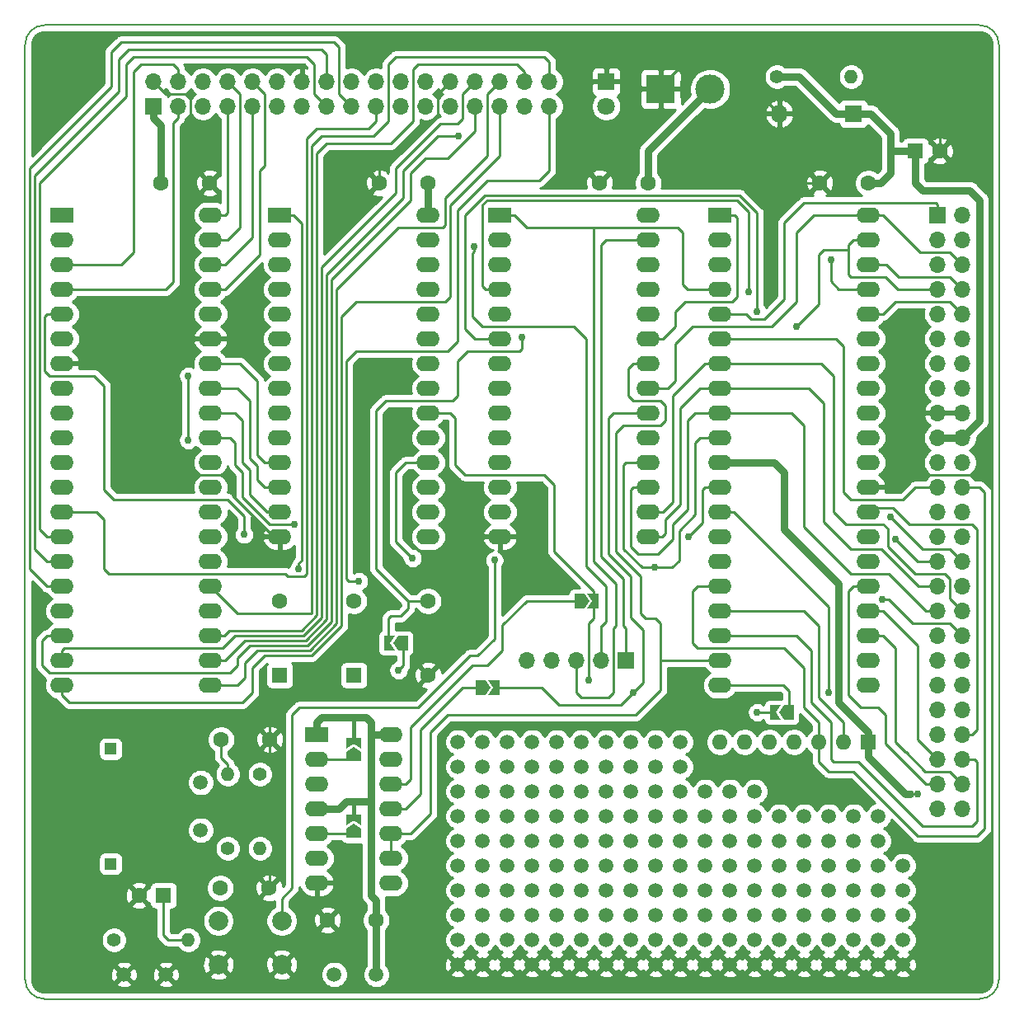
<source format=gbr>
%TF.GenerationSoftware,KiCad,Pcbnew,(5.1.5)-3*%
%TF.CreationDate,2020-10-20T23:15:22-07:00*%
%TF.ProjectId,mgh80,6d676838-302e-46b6-9963-61645f706362,rev?*%
%TF.SameCoordinates,Original*%
%TF.FileFunction,Copper,L2,Bot*%
%TF.FilePolarity,Positive*%
%FSLAX46Y46*%
G04 Gerber Fmt 4.6, Leading zero omitted, Abs format (unit mm)*
G04 Created by KiCad (PCBNEW (5.1.5)-3) date 2020-10-20 23:15:22*
%MOMM*%
%LPD*%
G04 APERTURE LIST*
%ADD10C,0.150000*%
%ADD11C,1.500000*%
%ADD12R,1.600000X1.600000*%
%ADD13O,1.600000X1.600000*%
%ADD14C,0.100000*%
%ADD15R,1.200000X1.200000*%
%ADD16O,2.400000X1.600000*%
%ADD17R,2.400000X1.600000*%
%ADD18R,1.700000X1.700000*%
%ADD19O,1.700000X1.700000*%
%ADD20C,1.600000*%
%ADD21R,1.800000X1.800000*%
%ADD22C,1.800000*%
%ADD23O,1.800000X1.800000*%
%ADD24C,6.000000*%
%ADD25C,0.800000*%
%ADD26R,3.000000X3.000000*%
%ADD27C,3.000000*%
%ADD28C,1.400000*%
%ADD29O,1.400000X1.400000*%
%ADD30C,2.000000*%
%ADD31C,0.762000*%
%ADD32C,0.254000*%
%ADD33C,0.762000*%
%ADD34C,0.381000*%
G04 APERTURE END LIST*
D10*
X184090000Y-43186000D02*
X184090000Y-139186000D01*
X184090000Y-43186000D02*
G75*
G03X182090000Y-41186000I-2000000J0D01*
G01*
X182090000Y-141186000D02*
G75*
G03X184090000Y-139186000I0J2000000D01*
G01*
X86090000Y-41186000D02*
G75*
G03X84090000Y-43186000I0J-2000000D01*
G01*
X86090000Y-41186000D02*
X182090000Y-41186000D01*
X84090000Y-139186000D02*
G75*
G03X86090000Y-141186000I2000000J0D01*
G01*
X182090000Y-141186000D02*
X86090000Y-141186000D01*
X84090000Y-139186000D02*
X84090000Y-43186000D01*
D11*
X171704000Y-137668000D03*
X169164000Y-137668000D03*
X166624000Y-137668000D03*
X164084000Y-137668000D03*
X161544000Y-137668000D03*
X159004000Y-137668000D03*
X156464000Y-137668000D03*
X153924000Y-137668000D03*
X151384000Y-137668000D03*
X148844000Y-137668000D03*
X146304000Y-137668000D03*
X143764000Y-137668000D03*
X141224000Y-137668000D03*
X138684000Y-137668000D03*
X136144000Y-137668000D03*
X133604000Y-137668000D03*
X131064000Y-137668000D03*
X128524000Y-137668000D03*
X169164000Y-124968000D03*
X171704000Y-122428000D03*
X169164000Y-122428000D03*
X169164000Y-127508000D03*
X171704000Y-127508000D03*
X171704000Y-124968000D03*
X166624000Y-122428000D03*
X166624000Y-127508000D03*
X161544000Y-124968000D03*
X166624000Y-124968000D03*
X164084000Y-122428000D03*
X161544000Y-122428000D03*
X161544000Y-127508000D03*
X164084000Y-127508000D03*
X164084000Y-124968000D03*
X174244000Y-130048000D03*
X174244000Y-135128000D03*
X169164000Y-132588000D03*
X174244000Y-132588000D03*
X171704000Y-130048000D03*
X169164000Y-130048000D03*
X169164000Y-135128000D03*
X171704000Y-135128000D03*
X171704000Y-132588000D03*
X166624000Y-135128000D03*
X161544000Y-130048000D03*
X164084000Y-130048000D03*
X161544000Y-132588000D03*
X161544000Y-135128000D03*
X166624000Y-132588000D03*
X166624000Y-130048000D03*
X164084000Y-135128000D03*
X164084000Y-132588000D03*
X159004000Y-130048000D03*
X156464000Y-135128000D03*
X153924000Y-130048000D03*
X159004000Y-135128000D03*
X156464000Y-130048000D03*
X159004000Y-132588000D03*
X153924000Y-132588000D03*
X153924000Y-135128000D03*
X156464000Y-132588000D03*
X159004000Y-119888000D03*
X153924000Y-119888000D03*
X156464000Y-119888000D03*
X159004000Y-122428000D03*
X153924000Y-122428000D03*
X159004000Y-127508000D03*
X153924000Y-127508000D03*
X156464000Y-124968000D03*
X156464000Y-127508000D03*
X153924000Y-124968000D03*
X156464000Y-122428000D03*
X159004000Y-124968000D03*
X151384000Y-135128000D03*
X148844000Y-135128000D03*
X146304000Y-135128000D03*
X143764000Y-135128000D03*
X141224000Y-135128000D03*
X138684000Y-135128000D03*
X136144000Y-135128000D03*
X133604000Y-135128000D03*
X131064000Y-135128000D03*
X128524000Y-135128000D03*
X151384000Y-132588000D03*
X148844000Y-132588000D03*
X146304000Y-132588000D03*
X143764000Y-132588000D03*
X141224000Y-132588000D03*
X138684000Y-132588000D03*
X136144000Y-132588000D03*
X133604000Y-132588000D03*
X131064000Y-132588000D03*
X128524000Y-132588000D03*
X151384000Y-130048000D03*
X148844000Y-130048000D03*
X146304000Y-130048000D03*
X143764000Y-130048000D03*
X141224000Y-130048000D03*
X138684000Y-130048000D03*
X136144000Y-130048000D03*
X133604000Y-130048000D03*
X131064000Y-130048000D03*
X128524000Y-130048000D03*
X151384000Y-127508000D03*
X148844000Y-127508000D03*
X146304000Y-127508000D03*
X143764000Y-127508000D03*
X141224000Y-127508000D03*
X138684000Y-127508000D03*
X136144000Y-127508000D03*
X133604000Y-127508000D03*
X131064000Y-127508000D03*
X128524000Y-127508000D03*
X151384000Y-124968000D03*
X148844000Y-124968000D03*
X146304000Y-124968000D03*
X143764000Y-124968000D03*
X141224000Y-124968000D03*
X138684000Y-124968000D03*
X136144000Y-124968000D03*
X133604000Y-124968000D03*
X131064000Y-124968000D03*
X128524000Y-124968000D03*
X151384000Y-122428000D03*
X148844000Y-122428000D03*
X146304000Y-122428000D03*
X143764000Y-122428000D03*
X141224000Y-122428000D03*
X138684000Y-122428000D03*
X136144000Y-122428000D03*
X133604000Y-122428000D03*
X131064000Y-122428000D03*
X128524000Y-122428000D03*
X151384000Y-119888000D03*
X148844000Y-119888000D03*
X146304000Y-119888000D03*
X143764000Y-119888000D03*
X141224000Y-119888000D03*
X138684000Y-119888000D03*
X136144000Y-119888000D03*
X133604000Y-119888000D03*
X131064000Y-119888000D03*
X128524000Y-119888000D03*
X151384000Y-117348000D03*
X148844000Y-117348000D03*
X146304000Y-117348000D03*
X143764000Y-117348000D03*
X141224000Y-117348000D03*
X138684000Y-117348000D03*
X136144000Y-117348000D03*
X133604000Y-117348000D03*
X131064000Y-117348000D03*
X136144000Y-114808000D03*
X133604000Y-114808000D03*
X141224000Y-114808000D03*
X138684000Y-114808000D03*
X131064000Y-114808000D03*
D12*
X170688000Y-114808000D03*
D13*
X168148000Y-114808000D03*
X165608000Y-114808000D03*
X163068000Y-114808000D03*
X160528000Y-114808000D03*
X157988000Y-114808000D03*
X155448000Y-114808000D03*
D11*
X174244000Y-127508000D03*
X174244000Y-137668000D03*
X128524000Y-117348000D03*
X151384000Y-114808000D03*
X148844000Y-114808000D03*
X146304000Y-114808000D03*
X143764000Y-114808000D03*
X128524000Y-114808000D03*
%TA.AperFunction,SMDPad,CuDef*%
D14*
G36*
X117856000Y-115295000D02*
G01*
X118606000Y-115795000D01*
X118606000Y-116795000D01*
X117106000Y-116795000D01*
X117106000Y-115795000D01*
X117856000Y-115295000D01*
G37*
%TD.AperFunction*%
%TA.AperFunction,SMDPad,CuDef*%
G36*
X118606000Y-114345000D02*
G01*
X118606000Y-115495000D01*
X117856000Y-114995000D01*
X117106000Y-115495000D01*
X117106000Y-114345000D01*
X118606000Y-114345000D01*
G37*
%TD.AperFunction*%
D15*
X92858000Y-127312000D03*
X92858000Y-115512000D03*
D11*
X102108000Y-123862000D03*
X102108000Y-118962000D03*
D16*
X103124000Y-60706000D03*
X87884000Y-108966000D03*
X103124000Y-63246000D03*
X87884000Y-106426000D03*
X103124000Y-65786000D03*
X87884000Y-103886000D03*
X103124000Y-68326000D03*
X87884000Y-101346000D03*
X103124000Y-70866000D03*
X87884000Y-98806000D03*
X103124000Y-73406000D03*
X87884000Y-96266000D03*
X103124000Y-75946000D03*
X87884000Y-93726000D03*
X103124000Y-78486000D03*
X87884000Y-91186000D03*
X103124000Y-81026000D03*
X87884000Y-88646000D03*
X103124000Y-83566000D03*
X87884000Y-86106000D03*
X103124000Y-86106000D03*
X87884000Y-83566000D03*
X103124000Y-88646000D03*
X87884000Y-81026000D03*
X103124000Y-91186000D03*
X87884000Y-78486000D03*
X103124000Y-93726000D03*
X87884000Y-75946000D03*
X103124000Y-96266000D03*
X87884000Y-73406000D03*
X103124000Y-98806000D03*
X87884000Y-70866000D03*
X103124000Y-101346000D03*
X87884000Y-68326000D03*
X103124000Y-103886000D03*
X87884000Y-65786000D03*
X103124000Y-106426000D03*
X87884000Y-63246000D03*
X103124000Y-108966000D03*
D17*
X87884000Y-60706000D03*
D18*
X177800000Y-60706000D03*
D19*
X180340000Y-60706000D03*
X177800000Y-63246000D03*
X180340000Y-63246000D03*
X177800000Y-65786000D03*
X180340000Y-65786000D03*
X177800000Y-68326000D03*
X180340000Y-68326000D03*
X177800000Y-70866000D03*
X180340000Y-70866000D03*
X177800000Y-73406000D03*
X180340000Y-73406000D03*
X177800000Y-75946000D03*
X180340000Y-75946000D03*
X177800000Y-78486000D03*
X180340000Y-78486000D03*
X177800000Y-81026000D03*
X180340000Y-81026000D03*
X177800000Y-83566000D03*
X180340000Y-83566000D03*
X177800000Y-86106000D03*
X180340000Y-86106000D03*
X177800000Y-88646000D03*
X180340000Y-88646000D03*
X177800000Y-91186000D03*
X180340000Y-91186000D03*
X177800000Y-93726000D03*
X180340000Y-93726000D03*
X177800000Y-96266000D03*
X180340000Y-96266000D03*
X177800000Y-98806000D03*
X180340000Y-98806000D03*
X177800000Y-101346000D03*
X180340000Y-101346000D03*
X177800000Y-103886000D03*
X180340000Y-103886000D03*
X177800000Y-106426000D03*
X180340000Y-106426000D03*
X177800000Y-108966000D03*
X180340000Y-108966000D03*
X177800000Y-111506000D03*
X180340000Y-111506000D03*
X177800000Y-114046000D03*
X180340000Y-114046000D03*
X177800000Y-116586000D03*
X180340000Y-116586000D03*
X177800000Y-119126000D03*
X180340000Y-119126000D03*
X177800000Y-121666000D03*
X180340000Y-121666000D03*
D16*
X148082000Y-60706000D03*
X132842000Y-93726000D03*
X148082000Y-63246000D03*
X132842000Y-91186000D03*
X148082000Y-65786000D03*
X132842000Y-88646000D03*
X148082000Y-68326000D03*
X132842000Y-86106000D03*
X148082000Y-70866000D03*
X132842000Y-83566000D03*
X148082000Y-73406000D03*
X132842000Y-81026000D03*
X148082000Y-75946000D03*
X132842000Y-78486000D03*
X148082000Y-78486000D03*
X132842000Y-75946000D03*
X148082000Y-81026000D03*
X132842000Y-73406000D03*
X148082000Y-83566000D03*
X132842000Y-70866000D03*
X148082000Y-86106000D03*
X132842000Y-68326000D03*
X148082000Y-88646000D03*
X132842000Y-65786000D03*
X148082000Y-91186000D03*
X132842000Y-63246000D03*
X148082000Y-93726000D03*
D17*
X132842000Y-60706000D03*
X110236000Y-60706000D03*
D16*
X125476000Y-93726000D03*
X110236000Y-63246000D03*
X125476000Y-91186000D03*
X110236000Y-65786000D03*
X125476000Y-88646000D03*
X110236000Y-68326000D03*
X125476000Y-86106000D03*
X110236000Y-70866000D03*
X125476000Y-83566000D03*
X110236000Y-73406000D03*
X125476000Y-81026000D03*
X110236000Y-75946000D03*
X125476000Y-78486000D03*
X110236000Y-78486000D03*
X125476000Y-75946000D03*
X110236000Y-81026000D03*
X125476000Y-73406000D03*
X110236000Y-83566000D03*
X125476000Y-70866000D03*
X110236000Y-86106000D03*
X125476000Y-68326000D03*
X110236000Y-88646000D03*
X125476000Y-65786000D03*
X110236000Y-91186000D03*
X125476000Y-63246000D03*
X110236000Y-93726000D03*
X125476000Y-60706000D03*
%TA.AperFunction,SMDPad,CuDef*%
D14*
G36*
X117856000Y-123169000D02*
G01*
X118606000Y-123669000D01*
X118606000Y-124669000D01*
X117106000Y-124669000D01*
X117106000Y-123669000D01*
X117856000Y-123169000D01*
G37*
%TD.AperFunction*%
%TA.AperFunction,SMDPad,CuDef*%
G36*
X118606000Y-122219000D02*
G01*
X118606000Y-123369000D01*
X117856000Y-122869000D01*
X117106000Y-123369000D01*
X117106000Y-122219000D01*
X118606000Y-122219000D01*
G37*
%TD.AperFunction*%
D20*
X109220000Y-114554000D03*
X104220000Y-114554000D03*
X109140000Y-129794000D03*
X104140000Y-129794000D03*
D12*
X175514000Y-54102000D03*
D20*
X178014000Y-54102000D03*
X125476000Y-57404000D03*
X120476000Y-57404000D03*
D12*
X98298000Y-130556000D03*
D20*
X95798000Y-130556000D03*
X165688000Y-57404000D03*
X170688000Y-57404000D03*
X148082000Y-57404000D03*
X143082000Y-57404000D03*
X98044000Y-57404000D03*
X103044000Y-57404000D03*
X115142000Y-133096000D03*
X120142000Y-133096000D03*
D21*
X143764000Y-46990000D03*
D22*
X143764000Y-49530000D03*
D21*
X169164000Y-50292000D03*
D23*
X161544000Y-50292000D03*
D24*
X180086000Y-135636000D03*
D25*
X182336000Y-135636000D03*
X181676990Y-137226990D03*
X180086000Y-137886000D03*
X178495010Y-137226990D03*
X177836000Y-135636000D03*
X178495010Y-134045010D03*
X180086000Y-133386000D03*
X181676990Y-134045010D03*
D24*
X88138000Y-137160000D03*
D25*
X90388000Y-137160000D03*
X89728990Y-138750990D03*
X88138000Y-139410000D03*
X86547010Y-138750990D03*
X85888000Y-137160000D03*
X86547010Y-135569010D03*
X88138000Y-134910000D03*
X89728990Y-135569010D03*
X89728990Y-43621010D03*
X88138000Y-42962000D03*
X86547010Y-43621010D03*
X85888000Y-45212000D03*
X86547010Y-46802990D03*
X88138000Y-47462000D03*
X89728990Y-46802990D03*
X90388000Y-45212000D03*
D24*
X88138000Y-45212000D03*
D25*
X181676990Y-45145010D03*
X180086000Y-44486000D03*
X178495010Y-45145010D03*
X177836000Y-46736000D03*
X178495010Y-48326990D03*
X180086000Y-48986000D03*
X181676990Y-48326990D03*
X182336000Y-46736000D03*
D24*
X180086000Y-46736000D03*
D26*
X149352000Y-47752000D03*
D27*
X154432000Y-47752000D03*
D18*
X145796000Y-106426000D03*
D19*
X143256000Y-106426000D03*
X140716000Y-106426000D03*
X138176000Y-106426000D03*
X135636000Y-106426000D03*
D18*
X97282000Y-49530000D03*
D19*
X97282000Y-46990000D03*
X99822000Y-49530000D03*
X99822000Y-46990000D03*
X102362000Y-49530000D03*
X102362000Y-46990000D03*
X104902000Y-49530000D03*
X104902000Y-46990000D03*
X107442000Y-49530000D03*
X107442000Y-46990000D03*
X109982000Y-49530000D03*
X109982000Y-46990000D03*
X112522000Y-49530000D03*
X112522000Y-46990000D03*
X115062000Y-49530000D03*
X115062000Y-46990000D03*
X117602000Y-49530000D03*
X117602000Y-46990000D03*
X120142000Y-49530000D03*
X120142000Y-46990000D03*
X122682000Y-49530000D03*
X122682000Y-46990000D03*
X125222000Y-49530000D03*
X125222000Y-46990000D03*
X127762000Y-49530000D03*
X127762000Y-46990000D03*
X130302000Y-49530000D03*
X130302000Y-46990000D03*
X132842000Y-49530000D03*
X132842000Y-46990000D03*
X135382000Y-49530000D03*
X135382000Y-46990000D03*
X137922000Y-49530000D03*
X137922000Y-46990000D03*
%TA.AperFunction,SMDPad,CuDef*%
D14*
G36*
X120949000Y-103898000D02*
G01*
X122099000Y-103898000D01*
X121599000Y-104648000D01*
X122099000Y-105398000D01*
X120949000Y-105398000D01*
X120949000Y-103898000D01*
G37*
%TD.AperFunction*%
%TA.AperFunction,SMDPad,CuDef*%
G36*
X121899000Y-104648000D02*
G01*
X122399000Y-103898000D01*
X123399000Y-103898000D01*
X123399000Y-105398000D01*
X122399000Y-105398000D01*
X121899000Y-104648000D01*
G37*
%TD.AperFunction*%
%TA.AperFunction,SMDPad,CuDef*%
G36*
X161523000Y-111760000D02*
G01*
X162023000Y-111010000D01*
X163023000Y-111010000D01*
X163023000Y-112510000D01*
X162023000Y-112510000D01*
X161523000Y-111760000D01*
G37*
%TD.AperFunction*%
%TA.AperFunction,SMDPad,CuDef*%
G36*
X160573000Y-111010000D02*
G01*
X161723000Y-111010000D01*
X161223000Y-111760000D01*
X161723000Y-112510000D01*
X160573000Y-112510000D01*
X160573000Y-111010000D01*
G37*
%TD.AperFunction*%
%TA.AperFunction,SMDPad,CuDef*%
G36*
X142957000Y-101080000D02*
G01*
X141807000Y-101080000D01*
X142307000Y-100330000D01*
X141807000Y-99580000D01*
X142957000Y-99580000D01*
X142957000Y-101080000D01*
G37*
%TD.AperFunction*%
%TA.AperFunction,SMDPad,CuDef*%
G36*
X142007000Y-100330000D02*
G01*
X141507000Y-101080000D01*
X140507000Y-101080000D01*
X140507000Y-99580000D01*
X141507000Y-99580000D01*
X142007000Y-100330000D01*
G37*
%TD.AperFunction*%
%TA.AperFunction,SMDPad,CuDef*%
G36*
X131847000Y-109220000D02*
G01*
X131347000Y-109970000D01*
X130347000Y-109970000D01*
X130347000Y-108470000D01*
X131347000Y-108470000D01*
X131847000Y-109220000D01*
G37*
%TD.AperFunction*%
%TA.AperFunction,SMDPad,CuDef*%
G36*
X132797000Y-109970000D02*
G01*
X131647000Y-109970000D01*
X132147000Y-109220000D01*
X131647000Y-108470000D01*
X132797000Y-108470000D01*
X132797000Y-109970000D01*
G37*
%TD.AperFunction*%
D28*
X104902000Y-125730000D03*
D29*
X104902000Y-118110000D03*
X108204000Y-125730000D03*
D28*
X108204000Y-118110000D03*
X161290000Y-46482000D03*
D29*
X168910000Y-46482000D03*
X100838000Y-135128000D03*
D28*
X93218000Y-135128000D03*
D30*
X110438000Y-133168000D03*
X110438000Y-137668000D03*
X103938000Y-133168000D03*
X103938000Y-137668000D03*
D17*
X114046000Y-114046000D03*
D16*
X121666000Y-129286000D03*
X114046000Y-116586000D03*
X121666000Y-126746000D03*
X114046000Y-119126000D03*
X121666000Y-124206000D03*
X114046000Y-121666000D03*
X121666000Y-121666000D03*
X114046000Y-124206000D03*
X121666000Y-119126000D03*
X114046000Y-126746000D03*
X121666000Y-116586000D03*
X114046000Y-129286000D03*
X121666000Y-114046000D03*
D17*
X155448000Y-60706000D03*
D16*
X170688000Y-108966000D03*
X155448000Y-63246000D03*
X170688000Y-106426000D03*
X155448000Y-65786000D03*
X170688000Y-103886000D03*
X155448000Y-68326000D03*
X170688000Y-101346000D03*
X155448000Y-70866000D03*
X170688000Y-98806000D03*
X155448000Y-73406000D03*
X170688000Y-96266000D03*
X155448000Y-75946000D03*
X170688000Y-93726000D03*
X155448000Y-78486000D03*
X170688000Y-91186000D03*
X155448000Y-81026000D03*
X170688000Y-88646000D03*
X155448000Y-83566000D03*
X170688000Y-86106000D03*
X155448000Y-86106000D03*
X170688000Y-83566000D03*
X155448000Y-88646000D03*
X170688000Y-81026000D03*
X155448000Y-91186000D03*
X170688000Y-78486000D03*
X155448000Y-93726000D03*
X170688000Y-75946000D03*
X155448000Y-96266000D03*
X170688000Y-73406000D03*
X155448000Y-98806000D03*
X170688000Y-70866000D03*
X155448000Y-101346000D03*
X170688000Y-68326000D03*
X155448000Y-103886000D03*
X170688000Y-65786000D03*
X155448000Y-106426000D03*
X170688000Y-63246000D03*
X155448000Y-108966000D03*
X170688000Y-60706000D03*
D12*
X110236000Y-107950000D03*
D20*
X110236000Y-100330000D03*
X125476000Y-100330000D03*
X125476000Y-107950000D03*
D12*
X117856000Y-107950000D03*
D20*
X117856000Y-100330000D03*
X125476000Y-100330000D03*
X125476000Y-107950000D03*
D11*
X120142000Y-138679000D03*
X94239000Y-138683000D03*
X115825000Y-138679000D03*
X98552000Y-138683000D03*
D31*
X128524000Y-95758000D03*
X175768000Y-120142000D03*
X174968012Y-120142000D03*
X132279400Y-96124600D03*
X163322000Y-72136000D03*
X166818010Y-65278000D03*
X158410515Y-68580010D03*
X159258000Y-70612000D03*
X135135200Y-73248000D03*
X106573400Y-93502900D03*
X173482000Y-93980000D03*
X172974014Y-91694000D03*
X111759899Y-92456000D03*
X152210334Y-93720483D03*
X166624000Y-109728000D03*
X172105200Y-100121400D03*
X148696500Y-96887400D03*
X123863469Y-95930685D03*
X146558000Y-109727994D03*
X159258000Y-111760010D03*
X141986000Y-108458000D03*
X130172993Y-63918190D03*
X112174727Y-97025790D03*
X100838000Y-83820000D03*
X100838000Y-77216000D03*
X128623010Y-52578000D03*
X118364000Y-98298000D03*
X122428000Y-107442000D03*
D32*
X178495000Y-48567500D02*
X179667500Y-48567500D01*
X179667500Y-48567500D02*
X180086000Y-48986000D01*
X178014000Y-54102000D02*
X178014000Y-49048500D01*
X178014000Y-49048500D02*
X178495000Y-48567500D01*
X178495000Y-48327000D02*
X178495000Y-48567500D01*
X100584000Y-59864000D02*
X103044000Y-57404000D01*
X177836000Y-46736000D02*
X178495000Y-46077000D01*
X178495000Y-46077000D02*
X178495000Y-45145000D01*
X110438000Y-137668000D02*
X115010000Y-133096000D01*
X115010000Y-133096000D02*
X115142000Y-133096000D01*
X181677000Y-47395000D02*
X181677000Y-48327000D01*
X182336000Y-46736000D02*
X181677000Y-47395000D01*
X180086000Y-46736000D02*
X181018000Y-46736000D01*
X181018000Y-46736000D02*
X181677000Y-47395000D01*
X109220000Y-114290300D02*
X109220000Y-114554000D01*
X109140000Y-129794000D02*
X109237200Y-129696800D01*
X109237200Y-114571200D02*
X109220000Y-114554000D01*
X180552000Y-132920000D02*
X180086000Y-133386000D01*
X180552000Y-132920000D02*
X181677000Y-134045000D01*
X182336000Y-135636000D02*
X182336000Y-134704000D01*
X182336000Y-134704000D02*
X181677000Y-134045000D01*
X172213300Y-88646000D02*
X173483300Y-87376000D01*
X170688000Y-88646000D02*
X172213300Y-88646000D01*
X149352000Y-47752000D02*
X147526700Y-47752000D01*
X143764000Y-46990000D02*
X146764700Y-46990000D01*
X146764700Y-46990000D02*
X147526700Y-47752000D01*
X181677000Y-137227000D02*
X182336000Y-136568000D01*
X182336000Y-136568000D02*
X182336000Y-135636000D01*
X86547000Y-138751000D02*
X85888000Y-138092000D01*
X85888000Y-138092000D02*
X85888000Y-137160000D01*
X85888000Y-45212000D02*
X86547000Y-44553000D01*
X86547000Y-44553000D02*
X86547000Y-43621000D01*
X86547000Y-46803000D02*
X85888000Y-46144000D01*
X85888000Y-46144000D02*
X85888000Y-45212000D01*
X89729000Y-135569000D02*
X89729000Y-136501000D01*
X89729000Y-136501000D02*
X90388000Y-137160000D01*
X85888000Y-137160000D02*
X86547000Y-136501000D01*
X86547000Y-136501000D02*
X86547000Y-135569000D01*
X100584000Y-48260000D02*
X101092000Y-48768000D01*
X101092000Y-48768000D02*
X101092000Y-55452000D01*
X97282000Y-46990000D02*
X98552000Y-48260000D01*
X101092000Y-55452000D02*
X103044000Y-57404000D01*
X98552000Y-48260000D02*
X100584000Y-48260000D01*
X174752000Y-81788000D02*
X174752000Y-87376000D01*
X175514000Y-81026000D02*
X174752000Y-81788000D01*
X177800000Y-81026000D02*
X175514000Y-81026000D01*
X173483300Y-87376000D02*
X174752000Y-87376000D01*
X105410000Y-89481000D02*
X105410000Y-88681800D01*
X110236000Y-93726000D02*
X109655000Y-93726000D01*
X109655000Y-93726000D02*
X105410000Y-89481000D01*
X109220000Y-114588400D02*
X109237200Y-114571200D01*
X109237200Y-127490800D02*
X109728000Y-127000000D01*
X109237200Y-129696800D02*
X109237200Y-127490800D01*
X109728000Y-127000000D02*
X109728000Y-116586000D01*
X109728000Y-116586000D02*
X109220000Y-116078000D01*
X109220000Y-116078000D02*
X109220000Y-114588400D01*
X103124000Y-73406000D02*
X100584000Y-73406000D01*
X100584000Y-73406000D02*
X100584000Y-59864000D01*
X99060000Y-86614000D02*
X99060000Y-75946000D01*
X104902000Y-87376000D02*
X99822000Y-87376000D01*
X105410000Y-88646000D02*
X105410000Y-87884000D01*
X99822000Y-87376000D02*
X99060000Y-86614000D01*
X105410000Y-87884000D02*
X104902000Y-87376000D01*
X99060000Y-75946000D02*
X87884000Y-75946000D01*
X100584000Y-73406000D02*
X99060000Y-74930000D01*
X99060000Y-74930000D02*
X99060000Y-75946000D01*
X182626000Y-87376000D02*
X174752000Y-87376000D01*
X183388000Y-88138000D02*
X182626000Y-87376000D01*
X180552000Y-132920000D02*
X183388000Y-130084000D01*
X183388000Y-130084000D02*
X183388000Y-88138000D01*
X163068000Y-57404000D02*
X165688000Y-57404000D01*
X161544000Y-50292000D02*
X161544000Y-55880000D01*
X161544000Y-55880000D02*
X163068000Y-57404000D01*
X149352000Y-47498000D02*
X149352000Y-47752000D01*
X161544000Y-50292000D02*
X156210000Y-44958000D01*
X151892000Y-44958000D02*
X149352000Y-47498000D01*
X156210000Y-44958000D02*
X151892000Y-44958000D01*
X120476000Y-55038000D02*
X120476000Y-57404000D01*
X126492000Y-48260000D02*
X126492000Y-50546000D01*
X127762000Y-46990000D02*
X126492000Y-48260000D01*
X126492000Y-50546000D02*
X122682000Y-54356000D01*
X122682000Y-54356000D02*
X121158000Y-54356000D01*
X121158000Y-54356000D02*
X120476000Y-55038000D01*
X130556000Y-93726000D02*
X132842000Y-93726000D01*
X128524000Y-95758000D02*
X130556000Y-93726000D01*
X128524000Y-104902000D02*
X125476000Y-107950000D01*
X128524000Y-95758000D02*
X128524000Y-104902000D01*
X109220000Y-114554000D02*
X109220000Y-112014000D01*
X109220000Y-112014000D02*
X111760000Y-109474000D01*
X111760000Y-109474000D02*
X123952000Y-109474000D01*
X123952000Y-109474000D02*
X125476000Y-107950000D01*
X114046000Y-116586000D02*
X117565000Y-116586000D01*
X117565000Y-116586000D02*
X117856000Y-116295000D01*
X104902000Y-118110000D02*
X104902000Y-117084700D01*
X104902000Y-117084700D02*
X104220000Y-116402700D01*
X104220000Y-116402700D02*
X104220000Y-114554000D01*
D33*
X154432000Y-47752000D02*
X148082000Y-54102000D01*
X148082000Y-54102000D02*
X148082000Y-57404000D01*
X175514000Y-54102000D02*
X172974000Y-54102000D01*
X120142000Y-138679000D02*
X120142000Y-133096000D01*
X97282000Y-49530000D02*
X97282000Y-50705300D01*
X97282000Y-50705300D02*
X98044000Y-51467300D01*
X98044000Y-51467300D02*
X98044000Y-57404000D01*
X125476000Y-60706000D02*
X125476000Y-57404000D01*
X182118000Y-81788000D02*
X180340000Y-83566000D01*
X175514000Y-57404000D02*
X176276000Y-58166000D01*
X181102000Y-58166000D02*
X182118000Y-59182000D01*
X175514000Y-54102000D02*
X175514000Y-57404000D01*
X182118000Y-59182000D02*
X182118000Y-81788000D01*
X176276000Y-58166000D02*
X181102000Y-58166000D01*
X170389300Y-50292000D02*
X169164000Y-50292000D01*
X170942000Y-50292000D02*
X170389300Y-50292000D01*
X172974000Y-54102000D02*
X172974000Y-52324000D01*
X172974000Y-52324000D02*
X170942000Y-50292000D01*
X171958000Y-57404000D02*
X170688000Y-57404000D01*
X172974000Y-54102000D02*
X172974000Y-56388000D01*
X172974000Y-56388000D02*
X171958000Y-57404000D01*
X167386000Y-50292000D02*
X169164000Y-50292000D01*
X161290000Y-46482000D02*
X163576000Y-46482000D01*
X163576000Y-46482000D02*
X167386000Y-50292000D01*
X114046000Y-114046000D02*
X114046000Y-112776000D01*
X114046000Y-112776000D02*
X114554000Y-112268000D01*
D34*
X117856000Y-114845000D02*
X117856000Y-112268000D01*
D33*
X114554000Y-112268000D02*
X117856000Y-112268000D01*
X119634000Y-112776000D02*
X119126000Y-112268000D01*
X117856000Y-112268000D02*
X119126000Y-112268000D01*
X120142000Y-131064000D02*
X119634000Y-130556000D01*
X120142000Y-133096000D02*
X120142000Y-131064000D01*
X120212000Y-114046000D02*
X119634000Y-114046000D01*
X121666000Y-114046000D02*
X120212000Y-114046000D01*
X119634000Y-114046000D02*
X119634000Y-112776000D01*
D34*
X117856000Y-122719000D02*
X117856000Y-120904000D01*
D33*
X119634000Y-130556000D02*
X119634000Y-120904000D01*
X117856000Y-120904000D02*
X119634000Y-120904000D01*
X119634000Y-120904000D02*
X119634000Y-114046000D01*
X117094000Y-120904000D02*
X117856000Y-120904000D01*
X114046000Y-121666000D02*
X116332000Y-121666000D01*
X116332000Y-121666000D02*
X117094000Y-120904000D01*
X177800000Y-83566000D02*
X180340000Y-83566000D01*
X170688000Y-113754000D02*
X170688000Y-114808000D01*
X167640000Y-110706000D02*
X170688000Y-113754000D01*
X155448000Y-86106000D02*
X161036000Y-86106000D01*
X162052000Y-87122000D02*
X162052000Y-92964000D01*
X162052000Y-92964000D02*
X167640000Y-98552000D01*
X161036000Y-86106000D02*
X162052000Y-87122000D01*
X167640000Y-98552000D02*
X167640000Y-110706000D01*
X170688000Y-114808000D02*
X170688000Y-116370000D01*
X170688000Y-116370000D02*
X174460000Y-120142000D01*
X174460000Y-120142000D02*
X174968012Y-120142000D01*
D32*
X98298000Y-134620000D02*
X98298000Y-130556000D01*
X100838000Y-135128000D02*
X98806000Y-135128000D01*
X98806000Y-135128000D02*
X98298000Y-134620000D01*
X132279400Y-104194600D02*
X132279400Y-96124600D01*
X130556000Y-105918000D02*
X132279400Y-104194600D01*
X129794000Y-105918000D02*
X130556000Y-105918000D01*
X124460000Y-111252000D02*
X129794000Y-105918000D01*
X110438000Y-130862000D02*
X111506000Y-129794000D01*
X111506000Y-129794000D02*
X111506000Y-112014000D01*
X110438000Y-133168000D02*
X110438000Y-130862000D01*
X111506000Y-112014000D02*
X112268000Y-111252000D01*
X112268000Y-111252000D02*
X124460000Y-111252000D01*
X177800000Y-59602000D02*
X177800000Y-60706000D01*
X158638239Y-71374001D02*
X160019999Y-71374001D01*
X162052000Y-61468000D02*
X164084000Y-59436000D01*
X158130238Y-70866000D02*
X158638239Y-71374001D01*
X155448000Y-70866000D02*
X158130238Y-70866000D01*
X160019999Y-71374001D02*
X162052000Y-69342000D01*
X162052000Y-69342000D02*
X162052000Y-61468000D01*
X164084000Y-59436000D02*
X177634000Y-59436000D01*
X177634000Y-59436000D02*
X177800000Y-59602000D01*
X144018000Y-110236000D02*
X144526000Y-109728000D01*
X141224000Y-110236000D02*
X144018000Y-110236000D01*
X144526000Y-109728000D02*
X144526000Y-103124000D01*
X140716000Y-106426000D02*
X140716000Y-109728000D01*
X144526000Y-103124000D02*
X144780000Y-102870000D01*
X144780000Y-98552000D02*
X142494000Y-96266000D01*
X142494000Y-61976000D02*
X135637300Y-61976000D01*
X134367300Y-60706000D02*
X132842000Y-60706000D01*
X144780000Y-102870000D02*
X144780000Y-98552000D01*
X142494000Y-96266000D02*
X142494000Y-61976000D01*
X140716000Y-109728000D02*
X141224000Y-110236000D01*
X135637300Y-61976000D02*
X134367300Y-60706000D01*
X151638000Y-62484000D02*
X151638000Y-67818000D01*
X152146000Y-68326000D02*
X155448000Y-68326000D01*
X142494000Y-61976000D02*
X151130000Y-61976000D01*
X151638000Y-67818000D02*
X152146000Y-68326000D01*
X151130000Y-61976000D02*
X151638000Y-62484000D01*
X156973300Y-60706000D02*
X155448000Y-60706000D01*
X157226000Y-60958700D02*
X156973300Y-60706000D01*
X157226000Y-69088000D02*
X157226000Y-60958700D01*
X156718000Y-69596000D02*
X157226000Y-69088000D01*
X148082000Y-73406000D02*
X149606000Y-73406000D01*
X150876000Y-72136000D02*
X150876000Y-70612000D01*
X150876000Y-70612000D02*
X151892000Y-69596000D01*
X149606000Y-73406000D02*
X150876000Y-72136000D01*
X151892000Y-69596000D02*
X156718000Y-69596000D01*
X176023300Y-64516000D02*
X179070000Y-64516000D01*
X170688000Y-60706000D02*
X172213300Y-60706000D01*
X172213300Y-60706000D02*
X176023300Y-64516000D01*
X180340000Y-65786000D02*
X179070000Y-64516000D01*
X150876000Y-73914000D02*
X150876000Y-77724000D01*
X152654000Y-72136000D02*
X150876000Y-73914000D01*
X165100000Y-60706000D02*
X163322000Y-62484000D01*
X160782000Y-72136000D02*
X152654000Y-72136000D01*
X150114000Y-78486000D02*
X148082000Y-78486000D01*
X163322000Y-62484000D02*
X163322000Y-69596000D01*
X150876000Y-77724000D02*
X150114000Y-78486000D01*
X170688000Y-60706000D02*
X165100000Y-60706000D01*
X163322000Y-69596000D02*
X160782000Y-72136000D01*
X173692500Y-68326000D02*
X177800000Y-68326000D01*
X172422500Y-67056000D02*
X173692500Y-68326000D01*
X169162700Y-63246000D02*
X168656000Y-63752700D01*
X168656000Y-63752700D02*
X168656000Y-66802000D01*
X170688000Y-63246000D02*
X169162700Y-63246000D01*
X168656000Y-66802000D02*
X168910000Y-67056000D01*
X168910000Y-67056000D02*
X172422500Y-67056000D01*
X165608000Y-69850000D02*
X163322000Y-72136000D01*
X165608000Y-64770000D02*
X165608000Y-69850000D01*
X168656000Y-64262000D02*
X166116000Y-64262000D01*
X166116000Y-64262000D02*
X165608000Y-64770000D01*
X172507900Y-65786000D02*
X170688000Y-65786000D01*
X173777900Y-67056000D02*
X172507900Y-65786000D01*
X179070000Y-67056000D02*
X173777900Y-67056000D01*
X180340000Y-68326000D02*
X179070000Y-67056000D01*
X166818010Y-67504010D02*
X166818010Y-65278000D01*
X170688000Y-68326000D02*
X167640000Y-68326000D01*
X167640000Y-68326000D02*
X166818010Y-67504010D01*
X170688000Y-70866000D02*
X172213300Y-70866000D01*
X172213300Y-70866000D02*
X173483300Y-69596000D01*
X179070000Y-69596000D02*
X173483300Y-69596000D01*
X180340000Y-70866000D02*
X179070000Y-69596000D01*
X131526767Y-59178011D02*
X157222011Y-59178011D01*
X132842000Y-68326000D02*
X131388000Y-68326000D01*
X131388000Y-68326000D02*
X131062006Y-68000006D01*
X157222011Y-59178011D02*
X158410515Y-60366515D01*
X158410515Y-60366515D02*
X158410515Y-68580010D01*
X131062006Y-59642772D02*
X131526767Y-59178011D01*
X131062006Y-68000006D02*
X131062006Y-59642772D01*
X159258000Y-68834000D02*
X159258000Y-70612000D01*
X157432437Y-58670001D02*
X159258000Y-60495564D01*
X130302000Y-73406000D02*
X129286000Y-72390000D01*
X132842000Y-73406000D02*
X130302000Y-73406000D01*
X129286000Y-72390000D02*
X129286000Y-60700342D01*
X159258000Y-60495564D02*
X159258000Y-68940512D01*
X131316342Y-58670000D02*
X157432437Y-58670001D01*
X129286000Y-60700342D02*
X131316342Y-58670000D01*
X174244000Y-89916000D02*
X175514000Y-88646000D01*
X175514000Y-88646000D02*
X177800000Y-88646000D01*
X167386000Y-73406000D02*
X168148000Y-74168000D01*
X155448000Y-73406000D02*
X167386000Y-73406000D01*
X168148000Y-74168000D02*
X168148000Y-89154000D01*
X168148000Y-89154000D02*
X168910000Y-89916000D01*
X168910000Y-89916000D02*
X174244000Y-89916000D01*
X123444000Y-100330000D02*
X125476000Y-100330000D01*
X120142000Y-97028000D02*
X123444000Y-100330000D01*
X120142000Y-80772000D02*
X120142000Y-97028000D01*
X121158000Y-79756000D02*
X120142000Y-80772000D01*
X128016000Y-79756000D02*
X121158000Y-79756000D01*
X135135200Y-74414800D02*
X134874000Y-74676000D01*
X129540000Y-74676000D02*
X128524000Y-75692000D01*
X135135200Y-73248000D02*
X135135200Y-74414800D01*
X134874000Y-74676000D02*
X129540000Y-74676000D01*
X128524000Y-79248000D02*
X128016000Y-79756000D01*
X128524000Y-75692000D02*
X128524000Y-79248000D01*
X121412000Y-104394000D02*
X121158000Y-104648000D01*
X123444000Y-100330000D02*
X123444000Y-101092000D01*
X122682000Y-101854000D02*
X121666000Y-101854000D01*
X123444000Y-101092000D02*
X122682000Y-101854000D01*
X121666000Y-101854000D02*
X121412000Y-102108000D01*
X121412000Y-102108000D02*
X121412000Y-104394000D01*
X165608000Y-114498800D02*
X165608000Y-114808000D01*
X182626000Y-119888000D02*
X182626000Y-89154000D01*
X182118000Y-88646000D02*
X180340000Y-88646000D01*
X182626000Y-89154000D02*
X182118000Y-88646000D01*
X182626000Y-123698000D02*
X182626000Y-119888967D01*
X181864000Y-124460000D02*
X182626000Y-123698000D01*
X165608000Y-116840000D02*
X166624000Y-117856000D01*
X165608000Y-114498800D02*
X165608000Y-116840000D01*
X166624000Y-117856000D02*
X169164000Y-117856000D01*
X175768000Y-124460000D02*
X181864000Y-124460000D01*
X169164000Y-117856000D02*
X175768000Y-124460000D01*
X165608000Y-112776000D02*
X165608000Y-114498800D01*
X164084000Y-107188000D02*
X164084000Y-111252000D01*
X162052000Y-105156000D02*
X164084000Y-107188000D01*
X153162000Y-98806000D02*
X152654000Y-99314000D01*
X155448000Y-98806000D02*
X153162000Y-98806000D01*
X152654000Y-99314000D02*
X152654000Y-104648000D01*
X152654000Y-104648000D02*
X153162000Y-105156000D01*
X164084000Y-111252000D02*
X165608000Y-112776000D01*
X153162000Y-105156000D02*
X162052000Y-105156000D01*
X121666000Y-126746000D02*
X121666000Y-124206000D01*
X123698000Y-124206000D02*
X121666000Y-124206000D01*
X125730000Y-122174000D02*
X123698000Y-124206000D01*
X149352000Y-109474000D02*
X146812000Y-112014000D01*
X149352000Y-102616000D02*
X149352000Y-109474000D01*
X148844000Y-102108000D02*
X149352000Y-102616000D01*
X146812000Y-112014000D02*
X127508000Y-112014000D01*
X147828000Y-102108000D02*
X148844000Y-102108000D01*
X127508000Y-112014000D02*
X125730000Y-113792000D01*
X147320000Y-101600000D02*
X147828000Y-102108000D01*
X144780000Y-95250000D02*
X147320000Y-97790000D01*
X146558000Y-79756000D02*
X149352000Y-79756000D01*
X125730000Y-113792000D02*
X125730000Y-122174000D01*
X146050000Y-79248000D02*
X146558000Y-79756000D01*
X148082000Y-75946000D02*
X146556700Y-75946000D01*
X146050000Y-76452700D02*
X146050000Y-79248000D01*
X149352000Y-79756000D02*
X149860000Y-80264000D01*
X149860000Y-80264000D02*
X149860000Y-81788000D01*
X145542000Y-82296000D02*
X144780000Y-83058000D01*
X149860000Y-81788000D02*
X149352000Y-82296000D01*
X147320000Y-97790000D02*
X147320000Y-101600000D01*
X149352000Y-82296000D02*
X145542000Y-82296000D01*
X146556700Y-75946000D02*
X146050000Y-76452700D01*
X144780000Y-83058000D02*
X144780000Y-95250000D01*
X149352000Y-106426000D02*
X155448000Y-106426000D01*
X145796000Y-103124000D02*
X145796000Y-106426000D01*
X145542000Y-102870000D02*
X145796000Y-103124000D01*
X143764000Y-63246000D02*
X143256000Y-63754000D01*
X145542000Y-98044000D02*
X145542000Y-102870000D01*
X148082000Y-63246000D02*
X143764000Y-63246000D01*
X143256000Y-63754000D02*
X143256000Y-95758000D01*
X143256000Y-95758000D02*
X145542000Y-98044000D01*
X161956500Y-108966000D02*
X155448000Y-108966000D01*
X162523000Y-109532500D02*
X162523000Y-111760000D01*
X161956500Y-108966000D02*
X162523000Y-109532500D01*
X104902000Y-89916000D02*
X93218000Y-89916000D01*
X106573400Y-93502900D02*
X106573400Y-91587400D01*
X106573400Y-91587400D02*
X104902000Y-89916000D01*
X91186000Y-77216000D02*
X86614000Y-77216000D01*
X86106000Y-76708000D02*
X86106000Y-71120000D01*
X86360000Y-70866000D02*
X87884000Y-70866000D01*
X86106000Y-71120000D02*
X86360000Y-70866000D01*
X86614000Y-77216000D02*
X86106000Y-76708000D01*
X92202000Y-88900000D02*
X92202000Y-78232000D01*
X92202000Y-78232000D02*
X91186000Y-77216000D01*
X93218000Y-89916000D02*
X92202000Y-88900000D01*
X175768000Y-96266000D02*
X173482000Y-93980000D01*
X177800000Y-96266000D02*
X175768000Y-96266000D01*
X108712000Y-88646000D02*
X110236000Y-88646000D01*
X107950000Y-87884000D02*
X108712000Y-88646000D01*
X105918000Y-78486000D02*
X107188000Y-79756000D01*
X107950000Y-86487050D02*
X107950000Y-87884000D01*
X103124000Y-78486000D02*
X105918000Y-78486000D01*
X107188000Y-79756000D02*
X107188000Y-85725050D01*
X107188000Y-85725050D02*
X107950000Y-86487050D01*
X110236000Y-86106000D02*
X108710700Y-86106000D01*
X107950000Y-85345300D02*
X108710700Y-86106000D01*
X107950000Y-77724000D02*
X107950000Y-85345300D01*
X103124000Y-75946000D02*
X106172000Y-75946000D01*
X106172000Y-75946000D02*
X107950000Y-77724000D01*
X180340000Y-96266000D02*
X179070000Y-94996000D01*
X179070000Y-94996000D02*
X176276014Y-94996000D01*
X176276014Y-94996000D02*
X172974014Y-91694000D01*
X105664000Y-86360000D02*
X105664000Y-84074000D01*
X105156000Y-83566000D02*
X103124000Y-83566000D01*
X106426000Y-89677750D02*
X106426000Y-87122000D01*
X105664000Y-84074000D02*
X105156000Y-83566000D01*
X106426000Y-87122000D02*
X105664000Y-86360000D01*
X106426000Y-89677750D02*
X106426000Y-89662000D01*
X149860000Y-93398000D02*
X149532000Y-93726000D01*
X149532000Y-93726000D02*
X148082000Y-93726000D01*
X153416000Y-78486000D02*
X151384000Y-80518000D01*
X154994700Y-78486000D02*
X153416000Y-78486000D01*
X151384000Y-80518000D02*
X151384000Y-90460500D01*
X149860000Y-91984500D02*
X149860000Y-93398000D01*
X151384000Y-90460500D02*
X149860000Y-91984500D01*
X164592000Y-78486000D02*
X155987500Y-78486000D01*
X166116000Y-80010000D02*
X164592000Y-78486000D01*
X175859600Y-98806000D02*
X172049600Y-94996000D01*
X166116000Y-92202000D02*
X166116000Y-80010000D01*
X172049600Y-94996000D02*
X168910000Y-94996000D01*
X177800000Y-98806000D02*
X175859600Y-98806000D01*
X168910000Y-94996000D02*
X166116000Y-92202000D01*
X111221084Y-92456000D02*
X111759899Y-92456000D01*
X106426000Y-89677750D02*
X109204250Y-92456000D01*
X109204250Y-92456000D02*
X111221084Y-92456000D01*
X155448000Y-88646000D02*
X153922700Y-88646000D01*
X153670000Y-88898700D02*
X153922700Y-88646000D01*
X153670000Y-92260817D02*
X153670000Y-88898700D01*
X153670000Y-92260817D02*
X152210334Y-93720483D01*
X108966000Y-91186000D02*
X110236000Y-91186000D01*
X107188000Y-89408000D02*
X108966000Y-91186000D01*
X103124000Y-81026000D02*
X105664000Y-81026000D01*
X106426000Y-81788000D02*
X106426000Y-86106000D01*
X106426000Y-86106000D02*
X107188000Y-86868000D01*
X105664000Y-81026000D02*
X106426000Y-81788000D01*
X107188000Y-86868000D02*
X107188000Y-89408000D01*
X155355600Y-81480300D02*
X155448000Y-81387900D01*
X152146000Y-81788000D02*
X152908000Y-81026000D01*
X149098000Y-95504000D02*
X150622000Y-93980000D01*
X146558000Y-88646000D02*
X146304000Y-88900000D01*
X152908000Y-81026000D02*
X154901300Y-81026000D01*
X152146000Y-90932000D02*
X152146000Y-81788000D01*
X148082000Y-88646000D02*
X146558000Y-88646000D01*
X146304000Y-88900000D02*
X146304000Y-94742000D01*
X150622000Y-92456000D02*
X152146000Y-90932000D01*
X146304000Y-94742000D02*
X147066000Y-95504000D01*
X150622000Y-93980000D02*
X150622000Y-92456000D01*
X147066000Y-95504000D02*
X149098000Y-95504000D01*
X176597919Y-101346000D02*
X177800000Y-101346000D01*
X172787919Y-97536000D02*
X176597919Y-101346000D01*
X155809900Y-81026000D02*
X162814000Y-81026000D01*
X162814000Y-81026000D02*
X164084000Y-82296000D01*
X164084000Y-82296000D02*
X164084000Y-92710000D01*
X164084000Y-92710000D02*
X168910000Y-97536000D01*
X168910000Y-97536000D02*
X172787919Y-97536000D01*
X153922700Y-75946000D02*
X155448000Y-75946000D01*
X148082000Y-91186000D02*
X149607300Y-91186000D01*
X150622000Y-79246700D02*
X153922700Y-75946000D01*
X150622000Y-90171300D02*
X150622000Y-79246700D01*
X149607300Y-91186000D02*
X150622000Y-90171300D01*
X179070000Y-100076000D02*
X180340000Y-101346000D01*
X168402000Y-92456000D02*
X172212000Y-92456000D01*
X167132000Y-91186000D02*
X168402000Y-92456000D01*
X167132000Y-77216000D02*
X167132000Y-91186000D01*
X175488598Y-97536000D02*
X178562000Y-97536000D01*
X155448000Y-75946000D02*
X165862000Y-75946000D01*
X165862000Y-75946000D02*
X167132000Y-77216000D01*
X172667199Y-92911199D02*
X172667199Y-94714601D01*
X172212000Y-92456000D02*
X172667199Y-92911199D01*
X172667199Y-94714601D02*
X175488598Y-97536000D01*
X178562000Y-97536000D02*
X179070000Y-98044000D01*
X179070000Y-98044000D02*
X179070000Y-100076000D01*
X156902000Y-91186000D02*
X166624000Y-100908000D01*
X155448000Y-91186000D02*
X156902000Y-91186000D01*
X166624000Y-109189185D02*
X166624000Y-109728000D01*
X166624000Y-100908000D02*
X166624000Y-109189185D01*
X148696500Y-96887400D02*
X148574500Y-96887400D01*
X145542000Y-94996000D02*
X145542000Y-86360000D01*
X148696500Y-96887400D02*
X147433400Y-96887400D01*
X145542000Y-86360000D02*
X145796000Y-86106000D01*
X147433400Y-96887400D02*
X145542000Y-94996000D01*
X148082000Y-86106000D02*
X145796000Y-86106000D01*
X175260000Y-102616000D02*
X172765400Y-100121400D01*
X180340000Y-103886000D02*
X179070000Y-102616000D01*
X172765400Y-100121400D02*
X172105200Y-100121400D01*
X179070000Y-102616000D02*
X175260000Y-102616000D01*
X122174000Y-94241216D02*
X123482470Y-95549686D01*
X122174000Y-87122000D02*
X122174000Y-94241216D01*
X125476000Y-86106000D02*
X123190000Y-86106000D01*
X123190000Y-86106000D02*
X122174000Y-87122000D01*
X123482470Y-95549686D02*
X123863469Y-95930685D01*
X151236800Y-96159200D02*
X150508600Y-96887400D01*
X150508600Y-96887400D02*
X148696500Y-96887400D01*
X153416000Y-83566000D02*
X152908000Y-84074000D01*
X152908000Y-91440000D02*
X151236800Y-93111200D01*
X155448000Y-83566000D02*
X153416000Y-83566000D01*
X152908000Y-84074000D02*
X152908000Y-91440000D01*
X151236800Y-93111200D02*
X151236800Y-96159200D01*
X146304000Y-102036013D02*
X147574000Y-103306013D01*
X146304000Y-97790000D02*
X146304000Y-102036013D01*
X147574000Y-103306013D02*
X147574000Y-108711994D01*
X147574000Y-108711994D02*
X146558000Y-109727994D01*
X144018000Y-81534000D02*
X144018000Y-95504000D01*
X144526000Y-81026000D02*
X144018000Y-81534000D01*
X144018000Y-95504000D02*
X146304000Y-97790000D01*
X148082000Y-81026000D02*
X144526000Y-81026000D01*
X145287994Y-110998000D02*
X146558000Y-109727994D01*
X132334000Y-109220000D02*
X137160000Y-109220000D01*
X138938000Y-110998000D02*
X145287994Y-110998000D01*
X137160000Y-109220000D02*
X138938000Y-110998000D01*
X161073000Y-111760000D02*
X159258010Y-111760000D01*
X159258010Y-111760000D02*
X159258000Y-111760010D01*
X142457000Y-100330000D02*
X142457000Y-102145000D01*
X141986000Y-102616000D02*
X141986000Y-108458000D01*
X142457000Y-102145000D02*
X141986000Y-102616000D01*
X127762000Y-81026000D02*
X125476000Y-81026000D01*
X128270000Y-86360000D02*
X128270000Y-81534000D01*
X128270000Y-81534000D02*
X127762000Y-81026000D01*
X137414000Y-87376000D02*
X129286000Y-87376000D01*
X142457000Y-99580000D02*
X142494000Y-99543000D01*
X129286000Y-87376000D02*
X128270000Y-86360000D01*
X142457000Y-100330000D02*
X142457000Y-99580000D01*
X142494000Y-99543000D02*
X142494000Y-99314000D01*
X142494000Y-99314000D02*
X138430000Y-95250000D01*
X138430000Y-88392000D02*
X137414000Y-87376000D01*
X138430000Y-95250000D02*
X138430000Y-88392000D01*
X164084000Y-101346000D02*
X155448000Y-101346000D01*
X165608000Y-110236000D02*
X165608000Y-102870000D01*
X165608000Y-102870000D02*
X164084000Y-101346000D01*
X168148000Y-114808000D02*
X168148000Y-112776000D01*
X168148000Y-112776000D02*
X165608000Y-110236000D01*
X171141200Y-90732800D02*
X170688000Y-91186000D01*
X173194900Y-90732800D02*
X171141200Y-90732800D01*
X174918100Y-92456000D02*
X173194900Y-90732800D01*
X181356000Y-114046000D02*
X181864000Y-113538000D01*
X180340000Y-114046000D02*
X181356000Y-114046000D01*
X181864000Y-113538000D02*
X181864000Y-92964000D01*
X181864000Y-92964000D02*
X181356000Y-92456000D01*
X181356000Y-92456000D02*
X174918100Y-92456000D01*
X175768000Y-104900700D02*
X172213300Y-101346000D01*
X170688000Y-101346000D02*
X172213300Y-101346000D01*
X177800000Y-116586000D02*
X175768000Y-114554000D01*
X175768000Y-114554000D02*
X175768000Y-104900700D01*
X163322000Y-103886000D02*
X155448000Y-103886000D01*
X164846000Y-105410000D02*
X163322000Y-103886000D01*
X181864000Y-122936000D02*
X181356000Y-123444000D01*
X181864000Y-116840000D02*
X181864000Y-122936000D01*
X180340000Y-116586000D02*
X181610000Y-116586000D01*
X181356000Y-123444000D02*
X176276000Y-123444000D01*
X181610000Y-116586000D02*
X181864000Y-116840000D01*
X169672000Y-116840000D02*
X167132000Y-116840000D01*
X166878000Y-112776000D02*
X164846000Y-110744000D01*
X167132000Y-116840000D02*
X166878000Y-116586000D01*
X166878000Y-116586000D02*
X166878000Y-112776000D01*
X176276000Y-123444000D02*
X169672000Y-116840000D01*
X164846000Y-110744000D02*
X164846000Y-105410000D01*
X169162700Y-98806000D02*
X170688000Y-98806000D01*
X169926000Y-111252000D02*
X168656000Y-109982000D01*
X168656000Y-99312700D02*
X169162700Y-98806000D01*
X176597919Y-119126000D02*
X172466000Y-114994081D01*
X177800000Y-119126000D02*
X176597919Y-119126000D01*
X168656000Y-109982000D02*
X168656000Y-99312700D01*
X172466000Y-112014000D02*
X171704000Y-111252000D01*
X172466000Y-114994081D02*
X172466000Y-112014000D01*
X171704000Y-111252000D02*
X169926000Y-111252000D01*
X170688000Y-103886000D02*
X172213300Y-103886000D01*
X180340000Y-119126000D02*
X179070000Y-117856000D01*
X179070000Y-117856000D02*
X176530000Y-117856000D01*
X176530000Y-117856000D02*
X174523800Y-115849800D01*
X173482000Y-114808000D02*
X173482000Y-105154700D01*
X173482000Y-105154700D02*
X172213300Y-103886000D01*
X174498000Y-115824000D02*
X173482000Y-114808000D01*
X143256000Y-106426000D02*
X143256000Y-102894000D01*
X130172993Y-64457005D02*
X130172993Y-63918190D01*
X130048000Y-64581998D02*
X130172993Y-64457005D01*
X130048000Y-71120000D02*
X130048000Y-64581998D01*
X131064000Y-72136000D02*
X130048000Y-71120000D01*
X140462000Y-72136000D02*
X131064000Y-72136000D01*
X141732000Y-96774000D02*
X141732000Y-73406000D01*
X143764000Y-98806000D02*
X141732000Y-96774000D01*
X143764000Y-102461879D02*
X143764000Y-98806000D01*
X143256000Y-102894000D02*
X143331879Y-102894000D01*
X143331879Y-102894000D02*
X143764000Y-102461879D01*
X141732000Y-73406000D02*
X140462000Y-72136000D01*
X112521910Y-96139792D02*
X112174727Y-96486975D01*
X111690000Y-60706000D02*
X112521910Y-61537910D01*
X112174727Y-96486975D02*
X112174727Y-97025790D01*
X110236000Y-60706000D02*
X111690000Y-60706000D01*
X112521910Y-61537910D02*
X112521910Y-96139792D01*
X99315989Y-67562011D02*
X99315989Y-51238092D01*
X99822000Y-50732081D02*
X99822000Y-49530000D01*
X99315989Y-51238092D02*
X99822000Y-50732081D01*
X98552000Y-68326000D02*
X99315989Y-67562011D01*
X87884000Y-68326000D02*
X98552000Y-68326000D01*
X99822000Y-45720000D02*
X99822000Y-46990000D01*
X99314000Y-45212000D02*
X99822000Y-45720000D01*
X93980000Y-65786000D02*
X95250000Y-64516000D01*
X87884000Y-65786000D02*
X93980000Y-65786000D01*
X95250000Y-64516000D02*
X95250000Y-45974000D01*
X95250000Y-45974000D02*
X96012000Y-45212000D01*
X96012000Y-45212000D02*
X99314000Y-45212000D01*
X104902000Y-60452000D02*
X104902000Y-49530000D01*
X103124000Y-60706000D02*
X104648000Y-60706000D01*
X104648000Y-60706000D02*
X104902000Y-60452000D01*
X106172000Y-61976000D02*
X104902000Y-63246000D01*
X104902000Y-46990000D02*
X106172000Y-48260000D01*
X104902000Y-63246000D02*
X103124000Y-63246000D01*
X106172000Y-48260000D02*
X106172000Y-61976000D01*
X107442000Y-49530000D02*
X107442000Y-62993300D01*
X107442000Y-62993300D02*
X104649300Y-65786000D01*
X103124000Y-65786000D02*
X104649300Y-65786000D01*
X104649300Y-68326000D02*
X103124000Y-68326000D01*
X108712000Y-48260000D02*
X108712000Y-55626000D01*
X107442000Y-46990000D02*
X108712000Y-48260000D01*
X108204000Y-56134000D02*
X108204000Y-64771300D01*
X108712000Y-55626000D02*
X108204000Y-56134000D01*
X108204000Y-64771300D02*
X104649300Y-68326000D01*
X113792000Y-48260000D02*
X115062000Y-49530000D01*
X113792000Y-45212000D02*
X113792000Y-48260000D01*
X113030000Y-44450000D02*
X113792000Y-45212000D01*
X95250000Y-44450000D02*
X113030000Y-44450000D01*
X87884000Y-93726000D02*
X86358700Y-93726000D01*
X94488000Y-45212000D02*
X95250000Y-44450000D01*
X94488000Y-48514000D02*
X94488000Y-45212000D01*
X85598000Y-57404000D02*
X94488000Y-48514000D01*
X86358700Y-93726000D02*
X85598000Y-92965300D01*
X85598000Y-92965300D02*
X85598000Y-57404000D01*
X86358700Y-96266000D02*
X87884000Y-96266000D01*
X114554000Y-43688000D02*
X94742000Y-43688000D01*
X115062000Y-46990000D02*
X115062000Y-44196000D01*
X94742000Y-43688000D02*
X93726000Y-44704000D01*
X115062000Y-44196000D02*
X114554000Y-43688000D01*
X93726000Y-44704000D02*
X93726000Y-48006000D01*
X93726000Y-48006000D02*
X85090000Y-56642000D01*
X85090000Y-94997300D02*
X86358700Y-96266000D01*
X85090000Y-56642000D02*
X85090000Y-94997300D01*
X92964000Y-43942000D02*
X92964000Y-47498000D01*
X86358700Y-98806000D02*
X87884000Y-98806000D01*
X115824000Y-42926000D02*
X93980000Y-42926000D01*
X92964000Y-47498000D02*
X84582000Y-55880000D01*
X117602000Y-49530000D02*
X116332000Y-48260000D01*
X84582000Y-97029300D02*
X86358700Y-98806000D01*
X116332000Y-48260000D02*
X116332000Y-43434000D01*
X116332000Y-43434000D02*
X115824000Y-42926000D01*
X93980000Y-42926000D02*
X92964000Y-43942000D01*
X84582000Y-55880000D02*
X84582000Y-97029300D01*
X91440000Y-91186000D02*
X87884000Y-91186000D01*
X92202650Y-91948650D02*
X91440000Y-91186000D01*
X92710000Y-97536000D02*
X92202650Y-97028650D01*
X114046000Y-51816000D02*
X113030000Y-52832000D01*
X119380000Y-51816000D02*
X114046000Y-51816000D01*
X120142000Y-49530000D02*
X120142000Y-51054000D01*
X113030000Y-69646948D02*
X113029919Y-69647029D01*
X92202650Y-97028650D02*
X92202650Y-91948650D01*
X111092619Y-97790000D02*
X110838619Y-97536000D01*
X113030000Y-52832000D02*
X113030000Y-69646948D01*
X120142000Y-51054000D02*
X119380000Y-51816000D01*
X113029919Y-97536081D02*
X112776000Y-97790000D01*
X113029919Y-69647029D02*
X113029919Y-97536081D01*
X112776000Y-97790000D02*
X111092619Y-97790000D01*
X110838619Y-97536000D02*
X92710000Y-97536000D01*
X100838000Y-83820000D02*
X100838000Y-77216000D01*
X87884000Y-103886000D02*
X86868000Y-103886000D01*
X115570055Y-102441689D02*
X115570055Y-98675268D01*
X125222000Y-54864000D02*
X127487704Y-54864000D01*
X127487704Y-54864000D02*
X130302000Y-52049704D01*
X130302000Y-52049704D02*
X130302000Y-50732081D01*
X105918000Y-106934000D02*
X105918000Y-106135750D01*
X87884000Y-103886000D02*
X86360000Y-103886000D01*
X107151708Y-104902042D02*
X113109702Y-104902042D01*
X85852000Y-104394000D02*
X85852000Y-106934000D01*
X115570055Y-70699073D02*
X115570055Y-67309945D01*
X113109702Y-104902042D02*
X115570055Y-102441689D01*
X85852000Y-106934000D02*
X86614000Y-107696000D01*
X130302000Y-50732081D02*
X130302000Y-49530000D01*
X123698000Y-56388000D02*
X125222000Y-54864000D01*
X123698000Y-59182000D02*
X123698000Y-56388000D01*
X115570055Y-67309945D02*
X123698000Y-59182000D01*
X115569969Y-70699159D02*
X115570055Y-70699073D01*
X115569970Y-98675181D02*
X115569969Y-70699159D01*
X115570055Y-98675268D02*
X115569970Y-98675181D01*
X105918000Y-106135750D02*
X107151708Y-104902042D01*
X105156000Y-107696000D02*
X105918000Y-106934000D01*
X86614000Y-107696000D02*
X105156000Y-107696000D01*
X86360000Y-103886000D02*
X85852000Y-104394000D01*
X114553950Y-99096029D02*
X114553949Y-70278307D01*
X126746000Y-51308000D02*
X128524000Y-51308000D01*
X122174000Y-55880000D02*
X126746000Y-51308000D01*
X88100000Y-105156000D02*
X104394000Y-105156000D01*
X87884000Y-105372000D02*
X88100000Y-105156000D01*
X105664000Y-103886000D02*
X112688872Y-103886000D01*
X112688872Y-103886000D02*
X114554033Y-102020839D01*
X114554033Y-99096114D02*
X114553950Y-99096029D01*
X114554033Y-70278223D02*
X114554033Y-66039967D01*
X122174000Y-58420000D02*
X122174000Y-55880000D01*
X128524000Y-51308000D02*
X129032000Y-50800000D01*
X129032000Y-50800000D02*
X129032000Y-48260000D01*
X104394000Y-105156000D02*
X105664000Y-103886000D01*
X114554033Y-102020839D02*
X114554033Y-99096114D01*
X114554033Y-66039967D02*
X122174000Y-58420000D01*
X129452001Y-47839999D02*
X130302000Y-46990000D01*
X114553949Y-70278307D02*
X114554033Y-70278223D01*
X129032000Y-48260000D02*
X129452001Y-47839999D01*
X87884000Y-106426000D02*
X87884000Y-105372000D01*
X87884000Y-110020000D02*
X87884000Y-108966000D01*
X88608000Y-110744000D02*
X87884000Y-110020000D01*
X106426000Y-110744000D02*
X88608000Y-110744000D01*
X107442000Y-109728000D02*
X106426000Y-110744000D01*
X107442000Y-107169888D02*
X107442000Y-109728000D01*
X113530552Y-105918064D02*
X108693824Y-105918064D01*
X127254000Y-69596000D02*
X118110000Y-69596000D01*
X127762000Y-59690000D02*
X127762000Y-69088000D01*
X127762000Y-69088000D02*
X127254000Y-69596000D01*
X118110000Y-69596000D02*
X116585990Y-71120010D01*
X108693824Y-105918064D02*
X107442000Y-107169888D01*
X116586077Y-102862539D02*
X113530552Y-105918064D01*
X132842000Y-54610000D02*
X127762000Y-59690000D01*
X116585990Y-71120010D02*
X116585990Y-98254331D01*
X132842000Y-49530000D02*
X132842000Y-54610000D01*
X116585990Y-98254331D02*
X116586077Y-98254418D01*
X116586077Y-98254418D02*
X116586077Y-102862539D01*
X104578000Y-108966000D02*
X103124000Y-108966000D01*
X105918000Y-108966000D02*
X104578000Y-108966000D01*
X106680000Y-106680000D02*
X106680000Y-108204000D01*
X107949947Y-105410053D02*
X106680000Y-106680000D01*
X106680000Y-108204000D02*
X105918000Y-108966000D01*
X116078066Y-102652114D02*
X113320127Y-105410053D01*
X116078066Y-98464843D02*
X116078066Y-102652114D01*
X131572000Y-54610000D02*
X127253989Y-58928011D01*
X122428000Y-61976000D02*
X116078066Y-68325934D01*
X127253989Y-58928011D02*
X127253989Y-61722011D01*
X132842000Y-46990000D02*
X131572000Y-48260000D01*
X116078066Y-70909498D02*
X116077979Y-70909585D01*
X113320127Y-105410053D02*
X107949947Y-105410053D01*
X131572000Y-48260000D02*
X131572000Y-54610000D01*
X127253989Y-61722011D02*
X127000000Y-61976000D01*
X127000000Y-61976000D02*
X122428000Y-61976000D01*
X116078066Y-68325934D02*
X116078066Y-70909498D01*
X116077979Y-70909585D02*
X116077980Y-98464757D01*
X116077980Y-98464757D02*
X116078066Y-98464843D01*
X103124000Y-106426000D02*
X104648325Y-106426000D01*
X104648325Y-106426000D02*
X106680294Y-104394031D01*
X115061959Y-70488733D02*
X115062044Y-70488648D01*
X126492000Y-52578000D02*
X128084195Y-52578000D01*
X115062044Y-70488648D02*
X115062044Y-66801956D01*
X122936000Y-56134000D02*
X126492000Y-52578000D01*
X128084195Y-52578000D02*
X128623010Y-52578000D01*
X122936000Y-58928000D02*
X122936000Y-56134000D01*
X115061960Y-98885605D02*
X115061959Y-70488733D01*
X115062044Y-98885689D02*
X115061960Y-98885605D01*
X115062044Y-66801956D02*
X122936000Y-58928000D01*
X112899277Y-104394031D02*
X115062044Y-102231264D01*
X106680294Y-104394031D02*
X112899277Y-104394031D01*
X115062044Y-102231264D02*
X115062044Y-98885689D01*
X104578000Y-103886000D02*
X103124000Y-103886000D01*
X123952000Y-45720000D02*
X123952000Y-51054000D01*
X105086011Y-103377989D02*
X104578000Y-103886000D01*
X114046022Y-101810414D02*
X112478447Y-103377989D01*
X134620000Y-45212000D02*
X124460000Y-45212000D01*
X135382000Y-46990000D02*
X135382000Y-45974000D01*
X124460000Y-45212000D02*
X123952000Y-45720000D01*
X114046022Y-99306535D02*
X114046022Y-101810414D01*
X114045940Y-99306453D02*
X114046022Y-99306535D01*
X135382000Y-45974000D02*
X134620000Y-45212000D01*
X121666000Y-53340000D02*
X115062000Y-53340000D01*
X123952000Y-51054000D02*
X121666000Y-53340000D01*
X112478447Y-103377989D02*
X105086011Y-103377989D01*
X115062000Y-53340000D02*
X114046022Y-54355978D01*
X114046022Y-70067798D02*
X114045939Y-70067881D01*
X114046022Y-54355978D02*
X114046022Y-70067798D01*
X114045939Y-70067881D02*
X114045940Y-99306453D01*
X137922000Y-56134000D02*
X137922000Y-49530000D01*
X136906000Y-57150000D02*
X137922000Y-56134000D01*
X128524000Y-60198000D02*
X131572000Y-57150000D01*
X128524000Y-73660000D02*
X128524000Y-60198000D01*
X127508000Y-74676000D02*
X128524000Y-73660000D01*
X117348095Y-98298000D02*
X117094000Y-98043905D01*
X117094000Y-98043905D02*
X117094000Y-75692000D01*
X131572000Y-57150000D02*
X136906000Y-57150000D01*
X118110000Y-74676000D02*
X127508000Y-74676000D01*
X118364000Y-98298000D02*
X117348095Y-98298000D01*
X117094000Y-75692000D02*
X118110000Y-74676000D01*
X137414000Y-44450000D02*
X137922000Y-44958000D01*
X122174000Y-44450000D02*
X137414000Y-44450000D01*
X121412000Y-45212000D02*
X122174000Y-44450000D01*
X137922000Y-44958000D02*
X137922000Y-46990000D01*
X113537929Y-69857455D02*
X113538011Y-69857373D01*
X113538011Y-99516960D02*
X113537930Y-99516877D01*
X103124000Y-98806000D02*
X105917989Y-101599989D01*
X105917989Y-101599989D02*
X113538011Y-101599989D01*
X113537930Y-99516877D02*
X113537929Y-69857455D01*
X113538011Y-69857373D02*
X113538011Y-53593989D01*
X113538011Y-53593989D02*
X114554000Y-52578000D01*
X113538011Y-101599989D02*
X113538011Y-99516960D01*
X121412000Y-51054000D02*
X121412000Y-45212000D01*
X114554000Y-52578000D02*
X119888000Y-52578000D01*
X119888000Y-52578000D02*
X121412000Y-51054000D01*
X122936000Y-106934000D02*
X122428000Y-107442000D01*
X122936000Y-104648000D02*
X122936000Y-106934000D01*
X140507000Y-100330000D02*
X141007000Y-100330000D01*
X135592436Y-100330000D02*
X140507000Y-100330000D01*
X133096000Y-102826436D02*
X135592436Y-100330000D01*
X131572000Y-106934000D02*
X133096000Y-105410000D01*
X133096000Y-105410000D02*
X133096000Y-102826436D01*
X123698000Y-113284000D02*
X130048000Y-106934000D01*
X130048000Y-106934000D02*
X131572000Y-106934000D01*
X123191300Y-119126000D02*
X123698000Y-118619300D01*
X121666000Y-119126000D02*
X123191300Y-119126000D01*
X123698000Y-118619300D02*
X123698000Y-113284000D01*
X129794000Y-109220000D02*
X131064000Y-109220000D01*
X123191300Y-121666000D02*
X124714000Y-120143300D01*
X121666000Y-121666000D02*
X123191300Y-121666000D01*
X124714000Y-120143300D02*
X124714000Y-113538000D01*
X129032000Y-109220000D02*
X129794000Y-109220000D01*
X124714000Y-113538000D02*
X129032000Y-109220000D01*
X114046000Y-124206000D02*
X117819000Y-124206000D01*
X117819000Y-124206000D02*
X117856000Y-124169000D01*
G36*
X123661764Y-75664691D02*
G01*
X123634057Y-75946000D01*
X123661764Y-76227309D01*
X123743818Y-76497808D01*
X123877068Y-76747101D01*
X124056392Y-76965608D01*
X124274899Y-77144932D01*
X124407858Y-77216000D01*
X124274899Y-77287068D01*
X124056392Y-77466392D01*
X123877068Y-77684899D01*
X123743818Y-77934192D01*
X123661764Y-78204691D01*
X123634057Y-78486000D01*
X123661764Y-78767309D01*
X123730529Y-78994000D01*
X121195423Y-78994000D01*
X121158000Y-78990314D01*
X121120577Y-78994000D01*
X121120574Y-78994000D01*
X121008622Y-79005026D01*
X120864985Y-79048598D01*
X120803364Y-79081535D01*
X120732607Y-79119355D01*
X120649904Y-79187228D01*
X120616578Y-79214578D01*
X120592721Y-79243648D01*
X119629654Y-80206716D01*
X119600578Y-80230578D01*
X119564101Y-80275026D01*
X119505355Y-80346608D01*
X119493588Y-80368623D01*
X119434598Y-80478986D01*
X119391026Y-80622623D01*
X119380157Y-80732984D01*
X119376314Y-80772000D01*
X119380000Y-80809423D01*
X119380001Y-96990567D01*
X119376314Y-97028000D01*
X119391027Y-97177378D01*
X119434599Y-97321015D01*
X119505355Y-97453392D01*
X119573150Y-97536000D01*
X119600579Y-97569422D01*
X119629649Y-97593279D01*
X122682000Y-100645631D01*
X122682000Y-100776369D01*
X122366370Y-101092000D01*
X121703422Y-101092000D01*
X121665999Y-101088314D01*
X121628576Y-101092000D01*
X121628574Y-101092000D01*
X121516622Y-101103026D01*
X121372985Y-101146598D01*
X121240608Y-101217355D01*
X121124578Y-101312578D01*
X121100716Y-101341654D01*
X120899654Y-101542716D01*
X120870578Y-101566578D01*
X120820738Y-101627309D01*
X120775355Y-101682608D01*
X120751187Y-101727824D01*
X120704598Y-101814986D01*
X120661026Y-101958623D01*
X120650968Y-102060750D01*
X120646314Y-102108000D01*
X120650000Y-102145424D01*
X120650001Y-103337800D01*
X120594506Y-103367463D01*
X120497815Y-103446815D01*
X120418463Y-103543506D01*
X120359498Y-103653820D01*
X120323188Y-103773518D01*
X120310928Y-103898000D01*
X120310928Y-105398000D01*
X120323188Y-105522482D01*
X120359498Y-105642180D01*
X120418463Y-105752494D01*
X120497815Y-105849185D01*
X120594506Y-105928537D01*
X120704820Y-105987502D01*
X120824518Y-106023812D01*
X120949000Y-106036072D01*
X122099000Y-106036072D01*
X122174001Y-106028724D01*
X122174001Y-106456619D01*
X122131644Y-106465044D01*
X121946744Y-106541632D01*
X121780338Y-106652821D01*
X121638821Y-106794338D01*
X121527632Y-106960744D01*
X121451044Y-107145644D01*
X121412000Y-107341933D01*
X121412000Y-107542067D01*
X121451044Y-107738356D01*
X121527632Y-107923256D01*
X121638821Y-108089662D01*
X121780338Y-108231179D01*
X121946744Y-108342368D01*
X122131644Y-108418956D01*
X122327933Y-108458000D01*
X122528067Y-108458000D01*
X122724356Y-108418956D01*
X122909256Y-108342368D01*
X123075662Y-108231179D01*
X123217179Y-108089662D01*
X123263383Y-108020512D01*
X124035783Y-108020512D01*
X124077213Y-108300130D01*
X124172397Y-108566292D01*
X124239329Y-108691514D01*
X124483298Y-108763097D01*
X125296395Y-107950000D01*
X124483298Y-107136903D01*
X124239329Y-107208486D01*
X124118429Y-107463996D01*
X124049700Y-107738184D01*
X124035783Y-108020512D01*
X123263383Y-108020512D01*
X123328368Y-107923256D01*
X123404956Y-107738356D01*
X123444000Y-107542067D01*
X123444000Y-107503630D01*
X123448346Y-107499284D01*
X123477422Y-107475422D01*
X123572645Y-107359392D01*
X123643402Y-107227015D01*
X123686974Y-107083378D01*
X123698000Y-106971426D01*
X123698000Y-106971417D01*
X123699390Y-106957298D01*
X124662903Y-106957298D01*
X125476000Y-107770395D01*
X126289097Y-106957298D01*
X126217514Y-106713329D01*
X125962004Y-106592429D01*
X125687816Y-106523700D01*
X125405488Y-106509783D01*
X125125870Y-106551213D01*
X124859708Y-106646397D01*
X124734486Y-106713329D01*
X124662903Y-106957298D01*
X123699390Y-106957298D01*
X123701685Y-106934001D01*
X123698000Y-106896585D01*
X123698000Y-105958200D01*
X123753494Y-105928537D01*
X123850185Y-105849185D01*
X123929537Y-105752494D01*
X123988502Y-105642180D01*
X124024812Y-105522482D01*
X124037072Y-105398000D01*
X124037072Y-103898000D01*
X124024812Y-103773518D01*
X123988502Y-103653820D01*
X123929537Y-103543506D01*
X123850185Y-103446815D01*
X123753494Y-103367463D01*
X123643180Y-103308498D01*
X123523482Y-103272188D01*
X123399000Y-103259928D01*
X122399000Y-103259928D01*
X122273864Y-103272319D01*
X122248936Y-103279909D01*
X122223482Y-103272188D01*
X122174000Y-103267315D01*
X122174000Y-102616000D01*
X122644577Y-102616000D01*
X122682000Y-102619686D01*
X122719423Y-102616000D01*
X122719426Y-102616000D01*
X122831378Y-102604974D01*
X122975015Y-102561402D01*
X123107392Y-102490645D01*
X123223422Y-102395422D01*
X123247284Y-102366347D01*
X123956351Y-101657280D01*
X123985422Y-101633422D01*
X124029493Y-101579721D01*
X124080645Y-101517393D01*
X124124955Y-101434494D01*
X124151402Y-101385015D01*
X124194974Y-101241378D01*
X124206000Y-101129426D01*
X124206000Y-101129423D01*
X124209686Y-101092000D01*
X124259293Y-101092000D01*
X124361363Y-101244759D01*
X124561241Y-101444637D01*
X124796273Y-101601680D01*
X125057426Y-101709853D01*
X125334665Y-101765000D01*
X125617335Y-101765000D01*
X125894574Y-101709853D01*
X126155727Y-101601680D01*
X126390759Y-101444637D01*
X126590637Y-101244759D01*
X126747680Y-101009727D01*
X126855853Y-100748574D01*
X126911000Y-100471335D01*
X126911000Y-100188665D01*
X126855853Y-99911426D01*
X126747680Y-99650273D01*
X126590637Y-99415241D01*
X126390759Y-99215363D01*
X126155727Y-99058320D01*
X125894574Y-98950147D01*
X125617335Y-98895000D01*
X125334665Y-98895000D01*
X125057426Y-98950147D01*
X124796273Y-99058320D01*
X124561241Y-99215363D01*
X124361363Y-99415241D01*
X124259293Y-99568000D01*
X123759631Y-99568000D01*
X120904000Y-96712370D01*
X120904000Y-81087630D01*
X121473631Y-80518000D01*
X123730529Y-80518000D01*
X123661764Y-80744691D01*
X123634057Y-81026000D01*
X123661764Y-81307309D01*
X123743818Y-81577808D01*
X123877068Y-81827101D01*
X124056392Y-82045608D01*
X124274899Y-82224932D01*
X124407858Y-82296000D01*
X124274899Y-82367068D01*
X124056392Y-82546392D01*
X123877068Y-82764899D01*
X123743818Y-83014192D01*
X123661764Y-83284691D01*
X123634057Y-83566000D01*
X123661764Y-83847309D01*
X123743818Y-84117808D01*
X123877068Y-84367101D01*
X124056392Y-84585608D01*
X124274899Y-84764932D01*
X124407858Y-84836000D01*
X124274899Y-84907068D01*
X124056392Y-85086392D01*
X123877068Y-85304899D01*
X123856168Y-85344000D01*
X123227423Y-85344000D01*
X123190000Y-85340314D01*
X123152577Y-85344000D01*
X123152574Y-85344000D01*
X123040622Y-85355026D01*
X122896985Y-85398598D01*
X122835364Y-85431535D01*
X122764607Y-85469355D01*
X122681904Y-85537228D01*
X122648578Y-85564578D01*
X122624721Y-85593648D01*
X121661654Y-86556716D01*
X121632578Y-86580578D01*
X121596101Y-86625026D01*
X121537355Y-86696608D01*
X121525588Y-86718623D01*
X121466598Y-86828986D01*
X121423026Y-86972623D01*
X121413229Y-87072098D01*
X121408314Y-87122000D01*
X121412000Y-87159423D01*
X121412001Y-94203783D01*
X121408314Y-94241216D01*
X121423027Y-94390594D01*
X121466599Y-94534231D01*
X121537355Y-94666608D01*
X121596203Y-94738314D01*
X121632579Y-94782638D01*
X121661649Y-94806495D01*
X122847469Y-95992316D01*
X122847469Y-96030752D01*
X122886513Y-96227041D01*
X122963101Y-96411941D01*
X123074290Y-96578347D01*
X123215807Y-96719864D01*
X123382213Y-96831053D01*
X123567113Y-96907641D01*
X123763402Y-96946685D01*
X123963536Y-96946685D01*
X124159825Y-96907641D01*
X124344725Y-96831053D01*
X124511131Y-96719864D01*
X124652648Y-96578347D01*
X124763837Y-96411941D01*
X124840425Y-96227041D01*
X124879469Y-96030752D01*
X124879469Y-95830618D01*
X124840425Y-95634329D01*
X124763837Y-95449429D01*
X124652648Y-95283023D01*
X124511131Y-95141506D01*
X124344725Y-95030317D01*
X124159825Y-94953729D01*
X123963536Y-94914685D01*
X123925100Y-94914685D01*
X122936000Y-93925586D01*
X122936000Y-87437630D01*
X123505631Y-86868000D01*
X123856168Y-86868000D01*
X123877068Y-86907101D01*
X124056392Y-87125608D01*
X124274899Y-87304932D01*
X124407858Y-87376000D01*
X124274899Y-87447068D01*
X124056392Y-87626392D01*
X123877068Y-87844899D01*
X123743818Y-88094192D01*
X123661764Y-88364691D01*
X123634057Y-88646000D01*
X123661764Y-88927309D01*
X123743818Y-89197808D01*
X123877068Y-89447101D01*
X124056392Y-89665608D01*
X124274899Y-89844932D01*
X124407858Y-89916000D01*
X124274899Y-89987068D01*
X124056392Y-90166392D01*
X123877068Y-90384899D01*
X123743818Y-90634192D01*
X123661764Y-90904691D01*
X123634057Y-91186000D01*
X123661764Y-91467309D01*
X123743818Y-91737808D01*
X123877068Y-91987101D01*
X124056392Y-92205608D01*
X124274899Y-92384932D01*
X124407858Y-92456000D01*
X124274899Y-92527068D01*
X124056392Y-92706392D01*
X123877068Y-92924899D01*
X123743818Y-93174192D01*
X123661764Y-93444691D01*
X123634057Y-93726000D01*
X123661764Y-94007309D01*
X123743818Y-94277808D01*
X123877068Y-94527101D01*
X124056392Y-94745608D01*
X124274899Y-94924932D01*
X124524192Y-95058182D01*
X124794691Y-95140236D01*
X125005508Y-95161000D01*
X125946492Y-95161000D01*
X126157309Y-95140236D01*
X126427808Y-95058182D01*
X126677101Y-94924932D01*
X126895608Y-94745608D01*
X127074932Y-94527101D01*
X127208182Y-94277808D01*
X127290236Y-94007309D01*
X127317943Y-93726000D01*
X127290236Y-93444691D01*
X127208182Y-93174192D01*
X127074932Y-92924899D01*
X126895608Y-92706392D01*
X126677101Y-92527068D01*
X126544142Y-92456000D01*
X126677101Y-92384932D01*
X126895608Y-92205608D01*
X127074932Y-91987101D01*
X127208182Y-91737808D01*
X127290236Y-91467309D01*
X127317943Y-91186000D01*
X127290236Y-90904691D01*
X127208182Y-90634192D01*
X127074932Y-90384899D01*
X126895608Y-90166392D01*
X126677101Y-89987068D01*
X126544142Y-89916000D01*
X126677101Y-89844932D01*
X126895608Y-89665608D01*
X127074932Y-89447101D01*
X127208182Y-89197808D01*
X127290236Y-88927309D01*
X127317943Y-88646000D01*
X127290236Y-88364691D01*
X127208182Y-88094192D01*
X127074932Y-87844899D01*
X126895608Y-87626392D01*
X126677101Y-87447068D01*
X126544142Y-87376000D01*
X126677101Y-87304932D01*
X126895608Y-87125608D01*
X127074932Y-86907101D01*
X127208182Y-86657808D01*
X127290236Y-86387309D01*
X127317943Y-86106000D01*
X127290236Y-85824691D01*
X127208182Y-85554192D01*
X127074932Y-85304899D01*
X126895608Y-85086392D01*
X126677101Y-84907068D01*
X126544142Y-84836000D01*
X126677101Y-84764932D01*
X126895608Y-84585608D01*
X127074932Y-84367101D01*
X127208182Y-84117808D01*
X127290236Y-83847309D01*
X127317943Y-83566000D01*
X127290236Y-83284691D01*
X127208182Y-83014192D01*
X127074932Y-82764899D01*
X126895608Y-82546392D01*
X126677101Y-82367068D01*
X126544142Y-82296000D01*
X126677101Y-82224932D01*
X126895608Y-82045608D01*
X127074932Y-81827101D01*
X127095832Y-81788000D01*
X127446370Y-81788000D01*
X127508001Y-81849631D01*
X127508000Y-86322574D01*
X127504314Y-86360000D01*
X127508000Y-86397423D01*
X127508000Y-86397425D01*
X127519026Y-86509377D01*
X127562598Y-86653014D01*
X127585900Y-86696609D01*
X127633355Y-86785392D01*
X127669130Y-86828984D01*
X127728578Y-86901422D01*
X127757654Y-86925284D01*
X128720721Y-87888351D01*
X128744578Y-87917422D01*
X128773648Y-87941279D01*
X128860607Y-88012645D01*
X128931364Y-88050465D01*
X128992985Y-88083402D01*
X129136622Y-88126974D01*
X129248574Y-88138000D01*
X129248577Y-88138000D01*
X129286000Y-88141686D01*
X129323423Y-88138000D01*
X131096529Y-88138000D01*
X131027764Y-88364691D01*
X131000057Y-88646000D01*
X131027764Y-88927309D01*
X131109818Y-89197808D01*
X131243068Y-89447101D01*
X131422392Y-89665608D01*
X131640899Y-89844932D01*
X131773858Y-89916000D01*
X131640899Y-89987068D01*
X131422392Y-90166392D01*
X131243068Y-90384899D01*
X131109818Y-90634192D01*
X131027764Y-90904691D01*
X131000057Y-91186000D01*
X131027764Y-91467309D01*
X131109818Y-91737808D01*
X131243068Y-91987101D01*
X131422392Y-92205608D01*
X131640899Y-92384932D01*
X131768741Y-92453265D01*
X131539161Y-92603399D01*
X131337500Y-92801105D01*
X131178285Y-93034354D01*
X131067633Y-93294182D01*
X131050096Y-93376961D01*
X131172085Y-93599000D01*
X132715000Y-93599000D01*
X132715000Y-93579000D01*
X132969000Y-93579000D01*
X132969000Y-93599000D01*
X134511915Y-93599000D01*
X134633904Y-93376961D01*
X134616367Y-93294182D01*
X134505715Y-93034354D01*
X134346500Y-92801105D01*
X134144839Y-92603399D01*
X133915259Y-92453265D01*
X134043101Y-92384932D01*
X134261608Y-92205608D01*
X134440932Y-91987101D01*
X134574182Y-91737808D01*
X134656236Y-91467309D01*
X134683943Y-91186000D01*
X134656236Y-90904691D01*
X134574182Y-90634192D01*
X134440932Y-90384899D01*
X134261608Y-90166392D01*
X134043101Y-89987068D01*
X133910142Y-89916000D01*
X134043101Y-89844932D01*
X134261608Y-89665608D01*
X134440932Y-89447101D01*
X134574182Y-89197808D01*
X134656236Y-88927309D01*
X134683943Y-88646000D01*
X134656236Y-88364691D01*
X134587471Y-88138000D01*
X137098370Y-88138000D01*
X137668001Y-88707632D01*
X137668000Y-95212577D01*
X137664314Y-95250000D01*
X137668000Y-95287423D01*
X137668000Y-95287425D01*
X137679026Y-95399377D01*
X137722598Y-95543014D01*
X137732361Y-95561279D01*
X137793355Y-95675392D01*
X137825198Y-95714192D01*
X137888578Y-95791422D01*
X137917654Y-95815284D01*
X141044297Y-98941928D01*
X140507000Y-98941928D01*
X140382518Y-98954188D01*
X140262820Y-98990498D01*
X140152506Y-99049463D01*
X140055815Y-99128815D01*
X139976463Y-99225506D01*
X139917498Y-99335820D01*
X139881188Y-99455518D01*
X139870110Y-99568000D01*
X135629859Y-99568000D01*
X135592436Y-99564314D01*
X135555013Y-99568000D01*
X135555010Y-99568000D01*
X135443058Y-99579026D01*
X135299421Y-99622598D01*
X135247645Y-99650273D01*
X135167043Y-99693355D01*
X135125255Y-99727650D01*
X135051014Y-99788578D01*
X135027152Y-99817654D01*
X133041400Y-101803406D01*
X133041400Y-96799441D01*
X133068579Y-96772262D01*
X133179768Y-96605856D01*
X133256356Y-96420956D01*
X133295400Y-96224667D01*
X133295400Y-96024533D01*
X133256356Y-95828244D01*
X133179768Y-95643344D01*
X133068579Y-95476938D01*
X132927062Y-95335421D01*
X132760656Y-95224232D01*
X132608000Y-95161000D01*
X132715000Y-95161000D01*
X132715000Y-93853000D01*
X132969000Y-93853000D01*
X132969000Y-95161000D01*
X133369000Y-95161000D01*
X133646514Y-95108650D01*
X133908483Y-95003166D01*
X134144839Y-94848601D01*
X134346500Y-94650895D01*
X134505715Y-94417646D01*
X134616367Y-94157818D01*
X134633904Y-94075039D01*
X134511915Y-93853000D01*
X132969000Y-93853000D01*
X132715000Y-93853000D01*
X131172085Y-93853000D01*
X131050096Y-94075039D01*
X131067633Y-94157818D01*
X131178285Y-94417646D01*
X131337500Y-94650895D01*
X131539161Y-94848601D01*
X131775517Y-95003166D01*
X132037486Y-95108650D01*
X132110160Y-95122359D01*
X131983044Y-95147644D01*
X131798144Y-95224232D01*
X131631738Y-95335421D01*
X131490221Y-95476938D01*
X131379032Y-95643344D01*
X131302444Y-95828244D01*
X131263400Y-96024533D01*
X131263400Y-96224667D01*
X131302444Y-96420956D01*
X131379032Y-96605856D01*
X131490221Y-96772262D01*
X131517401Y-96799442D01*
X131517400Y-103878970D01*
X130240370Y-105156000D01*
X129831422Y-105156000D01*
X129793999Y-105152314D01*
X129756576Y-105156000D01*
X129756574Y-105156000D01*
X129644622Y-105167026D01*
X129500985Y-105210598D01*
X129368608Y-105281355D01*
X129252578Y-105376578D01*
X129228721Y-105405648D01*
X126895397Y-107738972D01*
X126874787Y-107599870D01*
X126779603Y-107333708D01*
X126712671Y-107208486D01*
X126468702Y-107136903D01*
X125655605Y-107950000D01*
X125669748Y-107964143D01*
X125490143Y-108143748D01*
X125476000Y-108129605D01*
X124662903Y-108942702D01*
X124734486Y-109186671D01*
X124989996Y-109307571D01*
X125259295Y-109375075D01*
X124144370Y-110490000D01*
X112305423Y-110490000D01*
X112268000Y-110486314D01*
X112230577Y-110490000D01*
X112230574Y-110490000D01*
X112118622Y-110501026D01*
X111974985Y-110544598D01*
X111947102Y-110559502D01*
X111842607Y-110615355D01*
X111759904Y-110683228D01*
X111726578Y-110710578D01*
X111702721Y-110739648D01*
X110993649Y-111448721D01*
X110964579Y-111472578D01*
X110940723Y-111501647D01*
X110940721Y-111501649D01*
X110869355Y-111588608D01*
X110798599Y-111720985D01*
X110755027Y-111864622D01*
X110740314Y-112014000D01*
X110744001Y-112051433D01*
X110744000Y-129478369D01*
X110569721Y-129652648D01*
X110538787Y-129443870D01*
X110443603Y-129177708D01*
X110376671Y-129052486D01*
X110132702Y-128980903D01*
X109319605Y-129794000D01*
X109333748Y-129808143D01*
X109154143Y-129987748D01*
X109140000Y-129973605D01*
X108326903Y-130786702D01*
X108398486Y-131030671D01*
X108653996Y-131151571D01*
X108928184Y-131220300D01*
X109210512Y-131234217D01*
X109490130Y-131192787D01*
X109676001Y-131126316D01*
X109676001Y-131713919D01*
X109663537Y-131719082D01*
X109395748Y-131898013D01*
X109168013Y-132125748D01*
X108989082Y-132393537D01*
X108865832Y-132691088D01*
X108803000Y-133006967D01*
X108803000Y-133329033D01*
X108865832Y-133644912D01*
X108989082Y-133942463D01*
X109168013Y-134210252D01*
X109395748Y-134437987D01*
X109663537Y-134616918D01*
X109961088Y-134740168D01*
X110276967Y-134803000D01*
X110599033Y-134803000D01*
X110914912Y-134740168D01*
X111212463Y-134616918D01*
X111480252Y-134437987D01*
X111707987Y-134210252D01*
X111789204Y-134088702D01*
X114328903Y-134088702D01*
X114400486Y-134332671D01*
X114655996Y-134453571D01*
X114930184Y-134522300D01*
X115212512Y-134536217D01*
X115492130Y-134494787D01*
X115758292Y-134399603D01*
X115883514Y-134332671D01*
X115955097Y-134088702D01*
X115142000Y-133275605D01*
X114328903Y-134088702D01*
X111789204Y-134088702D01*
X111886918Y-133942463D01*
X112010168Y-133644912D01*
X112073000Y-133329033D01*
X112073000Y-133166512D01*
X113701783Y-133166512D01*
X113743213Y-133446130D01*
X113838397Y-133712292D01*
X113905329Y-133837514D01*
X114149298Y-133909097D01*
X114962395Y-133096000D01*
X115321605Y-133096000D01*
X116134702Y-133909097D01*
X116378671Y-133837514D01*
X116499571Y-133582004D01*
X116568300Y-133307816D01*
X116582217Y-133025488D01*
X116540787Y-132745870D01*
X116445603Y-132479708D01*
X116378671Y-132354486D01*
X116134702Y-132282903D01*
X115321605Y-133096000D01*
X114962395Y-133096000D01*
X114149298Y-132282903D01*
X113905329Y-132354486D01*
X113784429Y-132609996D01*
X113715700Y-132884184D01*
X113701783Y-133166512D01*
X112073000Y-133166512D01*
X112073000Y-133006967D01*
X112010168Y-132691088D01*
X111886918Y-132393537D01*
X111707987Y-132125748D01*
X111685537Y-132103298D01*
X114328903Y-132103298D01*
X115142000Y-132916395D01*
X115955097Y-132103298D01*
X115883514Y-131859329D01*
X115628004Y-131738429D01*
X115353816Y-131669700D01*
X115071488Y-131655783D01*
X114791870Y-131697213D01*
X114525708Y-131792397D01*
X114400486Y-131859329D01*
X114328903Y-132103298D01*
X111685537Y-132103298D01*
X111480252Y-131898013D01*
X111212463Y-131719082D01*
X111200000Y-131713920D01*
X111200000Y-131177630D01*
X112018353Y-130359278D01*
X112047422Y-130335422D01*
X112142645Y-130219392D01*
X112213402Y-130087015D01*
X112256974Y-129943378D01*
X112268000Y-129831426D01*
X112268000Y-129831424D01*
X112271686Y-129794001D01*
X112268000Y-129756578D01*
X112268000Y-129700669D01*
X112271633Y-129717818D01*
X112382285Y-129977646D01*
X112541500Y-130210895D01*
X112743161Y-130408601D01*
X112979517Y-130563166D01*
X113241486Y-130668650D01*
X113519000Y-130721000D01*
X113919000Y-130721000D01*
X113919000Y-129413000D01*
X114173000Y-129413000D01*
X114173000Y-130721000D01*
X114573000Y-130721000D01*
X114850514Y-130668650D01*
X115112483Y-130563166D01*
X115348839Y-130408601D01*
X115550500Y-130210895D01*
X115709715Y-129977646D01*
X115820367Y-129717818D01*
X115837904Y-129635039D01*
X115715915Y-129413000D01*
X114173000Y-129413000D01*
X113919000Y-129413000D01*
X113899000Y-129413000D01*
X113899000Y-129159000D01*
X113919000Y-129159000D01*
X113919000Y-129139000D01*
X114173000Y-129139000D01*
X114173000Y-129159000D01*
X115715915Y-129159000D01*
X115837904Y-128936961D01*
X115820367Y-128854182D01*
X115709715Y-128594354D01*
X115550500Y-128361105D01*
X115348839Y-128163399D01*
X115119259Y-128013265D01*
X115247101Y-127944932D01*
X115465608Y-127765608D01*
X115644932Y-127547101D01*
X115778182Y-127297808D01*
X115860236Y-127027309D01*
X115887943Y-126746000D01*
X115860236Y-126464691D01*
X115778182Y-126194192D01*
X115644932Y-125944899D01*
X115465608Y-125726392D01*
X115247101Y-125547068D01*
X115114142Y-125476000D01*
X115247101Y-125404932D01*
X115465608Y-125225608D01*
X115644932Y-125007101D01*
X115665832Y-124968000D01*
X116545800Y-124968000D01*
X116575463Y-125023494D01*
X116654815Y-125120185D01*
X116751506Y-125199537D01*
X116861820Y-125258502D01*
X116981518Y-125294812D01*
X117106000Y-125307072D01*
X118606000Y-125307072D01*
X118618001Y-125305890D01*
X118618000Y-130506098D01*
X118613085Y-130556000D01*
X118624640Y-130673313D01*
X118632702Y-130755170D01*
X118690798Y-130946686D01*
X118785140Y-131123190D01*
X118912104Y-131277896D01*
X118950873Y-131309713D01*
X119126001Y-131484841D01*
X119126000Y-132082604D01*
X119027363Y-132181241D01*
X118870320Y-132416273D01*
X118762147Y-132677426D01*
X118707000Y-132954665D01*
X118707000Y-133237335D01*
X118762147Y-133514574D01*
X118870320Y-133775727D01*
X119027363Y-134010759D01*
X119126001Y-134109397D01*
X119126000Y-137736315D01*
X119066201Y-137796114D01*
X118914629Y-138022957D01*
X118810225Y-138275011D01*
X118757000Y-138542589D01*
X118757000Y-138815411D01*
X118810225Y-139082989D01*
X118914629Y-139335043D01*
X119066201Y-139561886D01*
X119259114Y-139754799D01*
X119485957Y-139906371D01*
X119738011Y-140010775D01*
X120005589Y-140064000D01*
X120278411Y-140064000D01*
X120545989Y-140010775D01*
X120798043Y-139906371D01*
X121024886Y-139754799D01*
X121217799Y-139561886D01*
X121369371Y-139335043D01*
X121473775Y-139082989D01*
X121527000Y-138815411D01*
X121527000Y-138624993D01*
X127746612Y-138624993D01*
X127812137Y-138863860D01*
X128059116Y-138979760D01*
X128323960Y-139045250D01*
X128596492Y-139057812D01*
X128866238Y-139016965D01*
X129122832Y-138924277D01*
X129235863Y-138863860D01*
X129301388Y-138624993D01*
X130286612Y-138624993D01*
X130352137Y-138863860D01*
X130599116Y-138979760D01*
X130863960Y-139045250D01*
X131136492Y-139057812D01*
X131406238Y-139016965D01*
X131662832Y-138924277D01*
X131775863Y-138863860D01*
X131841388Y-138624993D01*
X132826612Y-138624993D01*
X132892137Y-138863860D01*
X133139116Y-138979760D01*
X133403960Y-139045250D01*
X133676492Y-139057812D01*
X133946238Y-139016965D01*
X134202832Y-138924277D01*
X134315863Y-138863860D01*
X134381388Y-138624993D01*
X135366612Y-138624993D01*
X135432137Y-138863860D01*
X135679116Y-138979760D01*
X135943960Y-139045250D01*
X136216492Y-139057812D01*
X136486238Y-139016965D01*
X136742832Y-138924277D01*
X136855863Y-138863860D01*
X136921388Y-138624993D01*
X137906612Y-138624993D01*
X137972137Y-138863860D01*
X138219116Y-138979760D01*
X138483960Y-139045250D01*
X138756492Y-139057812D01*
X139026238Y-139016965D01*
X139282832Y-138924277D01*
X139395863Y-138863860D01*
X139461388Y-138624993D01*
X140446612Y-138624993D01*
X140512137Y-138863860D01*
X140759116Y-138979760D01*
X141023960Y-139045250D01*
X141296492Y-139057812D01*
X141566238Y-139016965D01*
X141822832Y-138924277D01*
X141935863Y-138863860D01*
X142001388Y-138624993D01*
X142986612Y-138624993D01*
X143052137Y-138863860D01*
X143299116Y-138979760D01*
X143563960Y-139045250D01*
X143836492Y-139057812D01*
X144106238Y-139016965D01*
X144362832Y-138924277D01*
X144475863Y-138863860D01*
X144541388Y-138624993D01*
X145526612Y-138624993D01*
X145592137Y-138863860D01*
X145839116Y-138979760D01*
X146103960Y-139045250D01*
X146376492Y-139057812D01*
X146646238Y-139016965D01*
X146902832Y-138924277D01*
X147015863Y-138863860D01*
X147081388Y-138624993D01*
X148066612Y-138624993D01*
X148132137Y-138863860D01*
X148379116Y-138979760D01*
X148643960Y-139045250D01*
X148916492Y-139057812D01*
X149186238Y-139016965D01*
X149442832Y-138924277D01*
X149555863Y-138863860D01*
X149621388Y-138624993D01*
X150606612Y-138624993D01*
X150672137Y-138863860D01*
X150919116Y-138979760D01*
X151183960Y-139045250D01*
X151456492Y-139057812D01*
X151726238Y-139016965D01*
X151982832Y-138924277D01*
X152095863Y-138863860D01*
X152161388Y-138624993D01*
X153146612Y-138624993D01*
X153212137Y-138863860D01*
X153459116Y-138979760D01*
X153723960Y-139045250D01*
X153996492Y-139057812D01*
X154266238Y-139016965D01*
X154522832Y-138924277D01*
X154635863Y-138863860D01*
X154701388Y-138624993D01*
X155686612Y-138624993D01*
X155752137Y-138863860D01*
X155999116Y-138979760D01*
X156263960Y-139045250D01*
X156536492Y-139057812D01*
X156806238Y-139016965D01*
X157062832Y-138924277D01*
X157175863Y-138863860D01*
X157241388Y-138624993D01*
X158226612Y-138624993D01*
X158292137Y-138863860D01*
X158539116Y-138979760D01*
X158803960Y-139045250D01*
X159076492Y-139057812D01*
X159346238Y-139016965D01*
X159602832Y-138924277D01*
X159715863Y-138863860D01*
X159781388Y-138624993D01*
X160766612Y-138624993D01*
X160832137Y-138863860D01*
X161079116Y-138979760D01*
X161343960Y-139045250D01*
X161616492Y-139057812D01*
X161886238Y-139016965D01*
X162142832Y-138924277D01*
X162255863Y-138863860D01*
X162321388Y-138624993D01*
X163306612Y-138624993D01*
X163372137Y-138863860D01*
X163619116Y-138979760D01*
X163883960Y-139045250D01*
X164156492Y-139057812D01*
X164426238Y-139016965D01*
X164682832Y-138924277D01*
X164795863Y-138863860D01*
X164861388Y-138624993D01*
X165846612Y-138624993D01*
X165912137Y-138863860D01*
X166159116Y-138979760D01*
X166423960Y-139045250D01*
X166696492Y-139057812D01*
X166966238Y-139016965D01*
X167222832Y-138924277D01*
X167335863Y-138863860D01*
X167401388Y-138624993D01*
X168386612Y-138624993D01*
X168452137Y-138863860D01*
X168699116Y-138979760D01*
X168963960Y-139045250D01*
X169236492Y-139057812D01*
X169506238Y-139016965D01*
X169762832Y-138924277D01*
X169875863Y-138863860D01*
X169941388Y-138624993D01*
X170926612Y-138624993D01*
X170992137Y-138863860D01*
X171239116Y-138979760D01*
X171503960Y-139045250D01*
X171776492Y-139057812D01*
X172046238Y-139016965D01*
X172302832Y-138924277D01*
X172415863Y-138863860D01*
X172481388Y-138624993D01*
X173466612Y-138624993D01*
X173532137Y-138863860D01*
X173779116Y-138979760D01*
X174043960Y-139045250D01*
X174316492Y-139057812D01*
X174586238Y-139016965D01*
X174842832Y-138924277D01*
X174955863Y-138863860D01*
X175021388Y-138624993D01*
X174244000Y-137847605D01*
X173466612Y-138624993D01*
X172481388Y-138624993D01*
X171704000Y-137847605D01*
X170926612Y-138624993D01*
X169941388Y-138624993D01*
X169164000Y-137847605D01*
X168386612Y-138624993D01*
X167401388Y-138624993D01*
X166624000Y-137847605D01*
X165846612Y-138624993D01*
X164861388Y-138624993D01*
X164084000Y-137847605D01*
X163306612Y-138624993D01*
X162321388Y-138624993D01*
X161544000Y-137847605D01*
X160766612Y-138624993D01*
X159781388Y-138624993D01*
X159004000Y-137847605D01*
X158226612Y-138624993D01*
X157241388Y-138624993D01*
X156464000Y-137847605D01*
X155686612Y-138624993D01*
X154701388Y-138624993D01*
X153924000Y-137847605D01*
X153146612Y-138624993D01*
X152161388Y-138624993D01*
X151384000Y-137847605D01*
X150606612Y-138624993D01*
X149621388Y-138624993D01*
X148844000Y-137847605D01*
X148066612Y-138624993D01*
X147081388Y-138624993D01*
X146304000Y-137847605D01*
X145526612Y-138624993D01*
X144541388Y-138624993D01*
X143764000Y-137847605D01*
X142986612Y-138624993D01*
X142001388Y-138624993D01*
X141224000Y-137847605D01*
X140446612Y-138624993D01*
X139461388Y-138624993D01*
X138684000Y-137847605D01*
X137906612Y-138624993D01*
X136921388Y-138624993D01*
X136144000Y-137847605D01*
X135366612Y-138624993D01*
X134381388Y-138624993D01*
X133604000Y-137847605D01*
X132826612Y-138624993D01*
X131841388Y-138624993D01*
X131064000Y-137847605D01*
X130286612Y-138624993D01*
X129301388Y-138624993D01*
X128524000Y-137847605D01*
X127746612Y-138624993D01*
X121527000Y-138624993D01*
X121527000Y-138542589D01*
X121473775Y-138275011D01*
X121369371Y-138022957D01*
X121217799Y-137796114D01*
X121162177Y-137740492D01*
X127134188Y-137740492D01*
X127175035Y-138010238D01*
X127267723Y-138266832D01*
X127328140Y-138379863D01*
X127567007Y-138445388D01*
X128344395Y-137668000D01*
X128703605Y-137668000D01*
X129480993Y-138445388D01*
X129719860Y-138379863D01*
X129792578Y-138224904D01*
X129807723Y-138266832D01*
X129868140Y-138379863D01*
X130107007Y-138445388D01*
X130884395Y-137668000D01*
X131243605Y-137668000D01*
X132020993Y-138445388D01*
X132259860Y-138379863D01*
X132332578Y-138224904D01*
X132347723Y-138266832D01*
X132408140Y-138379863D01*
X132647007Y-138445388D01*
X133424395Y-137668000D01*
X133783605Y-137668000D01*
X134560993Y-138445388D01*
X134799860Y-138379863D01*
X134872578Y-138224904D01*
X134887723Y-138266832D01*
X134948140Y-138379863D01*
X135187007Y-138445388D01*
X135964395Y-137668000D01*
X136323605Y-137668000D01*
X137100993Y-138445388D01*
X137339860Y-138379863D01*
X137412578Y-138224904D01*
X137427723Y-138266832D01*
X137488140Y-138379863D01*
X137727007Y-138445388D01*
X138504395Y-137668000D01*
X138863605Y-137668000D01*
X139640993Y-138445388D01*
X139879860Y-138379863D01*
X139952578Y-138224904D01*
X139967723Y-138266832D01*
X140028140Y-138379863D01*
X140267007Y-138445388D01*
X141044395Y-137668000D01*
X141403605Y-137668000D01*
X142180993Y-138445388D01*
X142419860Y-138379863D01*
X142492578Y-138224904D01*
X142507723Y-138266832D01*
X142568140Y-138379863D01*
X142807007Y-138445388D01*
X143584395Y-137668000D01*
X143943605Y-137668000D01*
X144720993Y-138445388D01*
X144959860Y-138379863D01*
X145032578Y-138224904D01*
X145047723Y-138266832D01*
X145108140Y-138379863D01*
X145347007Y-138445388D01*
X146124395Y-137668000D01*
X146483605Y-137668000D01*
X147260993Y-138445388D01*
X147499860Y-138379863D01*
X147572578Y-138224904D01*
X147587723Y-138266832D01*
X147648140Y-138379863D01*
X147887007Y-138445388D01*
X148664395Y-137668000D01*
X149023605Y-137668000D01*
X149800993Y-138445388D01*
X150039860Y-138379863D01*
X150112578Y-138224904D01*
X150127723Y-138266832D01*
X150188140Y-138379863D01*
X150427007Y-138445388D01*
X151204395Y-137668000D01*
X151563605Y-137668000D01*
X152340993Y-138445388D01*
X152579860Y-138379863D01*
X152652578Y-138224904D01*
X152667723Y-138266832D01*
X152728140Y-138379863D01*
X152967007Y-138445388D01*
X153744395Y-137668000D01*
X154103605Y-137668000D01*
X154880993Y-138445388D01*
X155119860Y-138379863D01*
X155192578Y-138224904D01*
X155207723Y-138266832D01*
X155268140Y-138379863D01*
X155507007Y-138445388D01*
X156284395Y-137668000D01*
X156643605Y-137668000D01*
X157420993Y-138445388D01*
X157659860Y-138379863D01*
X157732578Y-138224904D01*
X157747723Y-138266832D01*
X157808140Y-138379863D01*
X158047007Y-138445388D01*
X158824395Y-137668000D01*
X159183605Y-137668000D01*
X159960993Y-138445388D01*
X160199860Y-138379863D01*
X160272578Y-138224904D01*
X160287723Y-138266832D01*
X160348140Y-138379863D01*
X160587007Y-138445388D01*
X161364395Y-137668000D01*
X161723605Y-137668000D01*
X162500993Y-138445388D01*
X162739860Y-138379863D01*
X162812578Y-138224904D01*
X162827723Y-138266832D01*
X162888140Y-138379863D01*
X163127007Y-138445388D01*
X163904395Y-137668000D01*
X164263605Y-137668000D01*
X165040993Y-138445388D01*
X165279860Y-138379863D01*
X165352578Y-138224904D01*
X165367723Y-138266832D01*
X165428140Y-138379863D01*
X165667007Y-138445388D01*
X166444395Y-137668000D01*
X166803605Y-137668000D01*
X167580993Y-138445388D01*
X167819860Y-138379863D01*
X167892578Y-138224904D01*
X167907723Y-138266832D01*
X167968140Y-138379863D01*
X168207007Y-138445388D01*
X168984395Y-137668000D01*
X169343605Y-137668000D01*
X170120993Y-138445388D01*
X170359860Y-138379863D01*
X170432578Y-138224904D01*
X170447723Y-138266832D01*
X170508140Y-138379863D01*
X170747007Y-138445388D01*
X171524395Y-137668000D01*
X171883605Y-137668000D01*
X172660993Y-138445388D01*
X172899860Y-138379863D01*
X172972578Y-138224904D01*
X172987723Y-138266832D01*
X173048140Y-138379863D01*
X173287007Y-138445388D01*
X174064395Y-137668000D01*
X174423605Y-137668000D01*
X175200993Y-138445388D01*
X175439860Y-138379863D01*
X175555760Y-138132884D01*
X175621250Y-137868040D01*
X175633812Y-137595508D01*
X175592965Y-137325762D01*
X175500277Y-137069168D01*
X175439860Y-136956137D01*
X175200993Y-136890612D01*
X174423605Y-137668000D01*
X174064395Y-137668000D01*
X173287007Y-136890612D01*
X173048140Y-136956137D01*
X172975422Y-137111096D01*
X172960277Y-137069168D01*
X172899860Y-136956137D01*
X172660993Y-136890612D01*
X171883605Y-137668000D01*
X171524395Y-137668000D01*
X170747007Y-136890612D01*
X170508140Y-136956137D01*
X170435422Y-137111096D01*
X170420277Y-137069168D01*
X170359860Y-136956137D01*
X170120993Y-136890612D01*
X169343605Y-137668000D01*
X168984395Y-137668000D01*
X168207007Y-136890612D01*
X167968140Y-136956137D01*
X167895422Y-137111096D01*
X167880277Y-137069168D01*
X167819860Y-136956137D01*
X167580993Y-136890612D01*
X166803605Y-137668000D01*
X166444395Y-137668000D01*
X165667007Y-136890612D01*
X165428140Y-136956137D01*
X165355422Y-137111096D01*
X165340277Y-137069168D01*
X165279860Y-136956137D01*
X165040993Y-136890612D01*
X164263605Y-137668000D01*
X163904395Y-137668000D01*
X163127007Y-136890612D01*
X162888140Y-136956137D01*
X162815422Y-137111096D01*
X162800277Y-137069168D01*
X162739860Y-136956137D01*
X162500993Y-136890612D01*
X161723605Y-137668000D01*
X161364395Y-137668000D01*
X160587007Y-136890612D01*
X160348140Y-136956137D01*
X160275422Y-137111096D01*
X160260277Y-137069168D01*
X160199860Y-136956137D01*
X159960993Y-136890612D01*
X159183605Y-137668000D01*
X158824395Y-137668000D01*
X158047007Y-136890612D01*
X157808140Y-136956137D01*
X157735422Y-137111096D01*
X157720277Y-137069168D01*
X157659860Y-136956137D01*
X157420993Y-136890612D01*
X156643605Y-137668000D01*
X156284395Y-137668000D01*
X155507007Y-136890612D01*
X155268140Y-136956137D01*
X155195422Y-137111096D01*
X155180277Y-137069168D01*
X155119860Y-136956137D01*
X154880993Y-136890612D01*
X154103605Y-137668000D01*
X153744395Y-137668000D01*
X152967007Y-136890612D01*
X152728140Y-136956137D01*
X152655422Y-137111096D01*
X152640277Y-137069168D01*
X152579860Y-136956137D01*
X152340993Y-136890612D01*
X151563605Y-137668000D01*
X151204395Y-137668000D01*
X150427007Y-136890612D01*
X150188140Y-136956137D01*
X150115422Y-137111096D01*
X150100277Y-137069168D01*
X150039860Y-136956137D01*
X149800993Y-136890612D01*
X149023605Y-137668000D01*
X148664395Y-137668000D01*
X147887007Y-136890612D01*
X147648140Y-136956137D01*
X147575422Y-137111096D01*
X147560277Y-137069168D01*
X147499860Y-136956137D01*
X147260993Y-136890612D01*
X146483605Y-137668000D01*
X146124395Y-137668000D01*
X145347007Y-136890612D01*
X145108140Y-136956137D01*
X145035422Y-137111096D01*
X145020277Y-137069168D01*
X144959860Y-136956137D01*
X144720993Y-136890612D01*
X143943605Y-137668000D01*
X143584395Y-137668000D01*
X142807007Y-136890612D01*
X142568140Y-136956137D01*
X142495422Y-137111096D01*
X142480277Y-137069168D01*
X142419860Y-136956137D01*
X142180993Y-136890612D01*
X141403605Y-137668000D01*
X141044395Y-137668000D01*
X140267007Y-136890612D01*
X140028140Y-136956137D01*
X139955422Y-137111096D01*
X139940277Y-137069168D01*
X139879860Y-136956137D01*
X139640993Y-136890612D01*
X138863605Y-137668000D01*
X138504395Y-137668000D01*
X137727007Y-136890612D01*
X137488140Y-136956137D01*
X137415422Y-137111096D01*
X137400277Y-137069168D01*
X137339860Y-136956137D01*
X137100993Y-136890612D01*
X136323605Y-137668000D01*
X135964395Y-137668000D01*
X135187007Y-136890612D01*
X134948140Y-136956137D01*
X134875422Y-137111096D01*
X134860277Y-137069168D01*
X134799860Y-136956137D01*
X134560993Y-136890612D01*
X133783605Y-137668000D01*
X133424395Y-137668000D01*
X132647007Y-136890612D01*
X132408140Y-136956137D01*
X132335422Y-137111096D01*
X132320277Y-137069168D01*
X132259860Y-136956137D01*
X132020993Y-136890612D01*
X131243605Y-137668000D01*
X130884395Y-137668000D01*
X130107007Y-136890612D01*
X129868140Y-136956137D01*
X129795422Y-137111096D01*
X129780277Y-137069168D01*
X129719860Y-136956137D01*
X129480993Y-136890612D01*
X128703605Y-137668000D01*
X128344395Y-137668000D01*
X127567007Y-136890612D01*
X127328140Y-136956137D01*
X127212240Y-137203116D01*
X127146750Y-137467960D01*
X127134188Y-137740492D01*
X121162177Y-137740492D01*
X121158000Y-137736315D01*
X121158000Y-134109396D01*
X121256637Y-134010759D01*
X121413680Y-133775727D01*
X121521853Y-133514574D01*
X121577000Y-133237335D01*
X121577000Y-132954665D01*
X121521853Y-132677426D01*
X121413680Y-132416273D01*
X121256637Y-132181241D01*
X121158000Y-132082604D01*
X121158000Y-131113893D01*
X121162914Y-131063999D01*
X121158000Y-131014105D01*
X121158000Y-131014098D01*
X121143298Y-130864829D01*
X121096716Y-130711270D01*
X121195508Y-130721000D01*
X122136492Y-130721000D01*
X122347309Y-130700236D01*
X122617808Y-130618182D01*
X122867101Y-130484932D01*
X123085608Y-130305608D01*
X123264932Y-130087101D01*
X123398182Y-129837808D01*
X123480236Y-129567309D01*
X123507943Y-129286000D01*
X123480236Y-129004691D01*
X123398182Y-128734192D01*
X123264932Y-128484899D01*
X123085608Y-128266392D01*
X122867101Y-128087068D01*
X122734142Y-128016000D01*
X122867101Y-127944932D01*
X123085608Y-127765608D01*
X123264932Y-127547101D01*
X123398182Y-127297808D01*
X123480236Y-127027309D01*
X123507943Y-126746000D01*
X123480236Y-126464691D01*
X123398182Y-126194192D01*
X123264932Y-125944899D01*
X123085608Y-125726392D01*
X122867101Y-125547068D01*
X122734142Y-125476000D01*
X122867101Y-125404932D01*
X123085608Y-125225608D01*
X123264932Y-125007101D01*
X123285832Y-124968000D01*
X123660577Y-124968000D01*
X123698000Y-124971686D01*
X123735423Y-124968000D01*
X123735426Y-124968000D01*
X123847378Y-124956974D01*
X123991015Y-124913402D01*
X124123392Y-124842645D01*
X124239422Y-124747422D01*
X124263284Y-124718346D01*
X126242352Y-122739279D01*
X126271422Y-122715422D01*
X126310916Y-122667298D01*
X126366645Y-122599393D01*
X126437401Y-122467016D01*
X126437402Y-122467015D01*
X126480974Y-122323378D01*
X126492000Y-122211426D01*
X126492000Y-122211423D01*
X126495686Y-122174000D01*
X126492000Y-122136577D01*
X126492000Y-114107630D01*
X127823630Y-112776000D01*
X146774577Y-112776000D01*
X146812000Y-112779686D01*
X146849423Y-112776000D01*
X146849426Y-112776000D01*
X146961378Y-112764974D01*
X147105015Y-112721402D01*
X147237392Y-112650645D01*
X147353422Y-112555422D01*
X147377284Y-112526346D01*
X149864352Y-110039279D01*
X149893422Y-110015422D01*
X149988645Y-109899392D01*
X150059402Y-109767015D01*
X150102974Y-109623378D01*
X150114000Y-109511426D01*
X150114000Y-109511424D01*
X150117686Y-109474001D01*
X150114000Y-109436578D01*
X150114000Y-107188000D01*
X153828168Y-107188000D01*
X153849068Y-107227101D01*
X154028392Y-107445608D01*
X154246899Y-107624932D01*
X154379858Y-107696000D01*
X154246899Y-107767068D01*
X154028392Y-107946392D01*
X153849068Y-108164899D01*
X153715818Y-108414192D01*
X153633764Y-108684691D01*
X153606057Y-108966000D01*
X153633764Y-109247309D01*
X153715818Y-109517808D01*
X153849068Y-109767101D01*
X154028392Y-109985608D01*
X154246899Y-110164932D01*
X154496192Y-110298182D01*
X154766691Y-110380236D01*
X154977508Y-110401000D01*
X155918492Y-110401000D01*
X156129309Y-110380236D01*
X156399808Y-110298182D01*
X156649101Y-110164932D01*
X156867608Y-109985608D01*
X157046932Y-109767101D01*
X157067832Y-109728000D01*
X161640870Y-109728000D01*
X161761000Y-109848131D01*
X161761000Y-110375671D01*
X161723000Y-110371928D01*
X160573000Y-110371928D01*
X160448518Y-110384188D01*
X160328820Y-110420498D01*
X160218506Y-110479463D01*
X160121815Y-110558815D01*
X160042463Y-110655506D01*
X159983498Y-110765820D01*
X159947188Y-110885518D01*
X159936110Y-110998000D01*
X159932831Y-110998000D01*
X159905662Y-110970831D01*
X159739256Y-110859642D01*
X159554356Y-110783054D01*
X159358067Y-110744010D01*
X159157933Y-110744010D01*
X158961644Y-110783054D01*
X158776744Y-110859642D01*
X158610338Y-110970831D01*
X158468821Y-111112348D01*
X158357632Y-111278754D01*
X158281044Y-111463654D01*
X158242000Y-111659943D01*
X158242000Y-111860077D01*
X158281044Y-112056366D01*
X158357632Y-112241266D01*
X158468821Y-112407672D01*
X158610338Y-112549189D01*
X158776744Y-112660378D01*
X158961644Y-112736966D01*
X159157933Y-112776010D01*
X159358067Y-112776010D01*
X159554356Y-112736966D01*
X159739256Y-112660378D01*
X159905662Y-112549189D01*
X159932851Y-112522000D01*
X159936110Y-112522000D01*
X159947188Y-112634482D01*
X159983498Y-112754180D01*
X160042463Y-112864494D01*
X160121815Y-112961185D01*
X160218506Y-113040537D01*
X160328820Y-113099502D01*
X160448518Y-113135812D01*
X160573000Y-113148072D01*
X161723000Y-113148072D01*
X161846827Y-113135941D01*
X161872935Y-113128051D01*
X161898518Y-113135812D01*
X162023000Y-113148072D01*
X163023000Y-113148072D01*
X163147482Y-113135812D01*
X163267180Y-113099502D01*
X163377494Y-113040537D01*
X163474185Y-112961185D01*
X163553537Y-112864494D01*
X163612502Y-112754180D01*
X163648812Y-112634482D01*
X163661072Y-112510000D01*
X163661072Y-111906702D01*
X164846000Y-113091631D01*
X164846000Y-113591293D01*
X164693241Y-113693363D01*
X164493363Y-113893241D01*
X164338000Y-114125759D01*
X164182637Y-113893241D01*
X163982759Y-113693363D01*
X163747727Y-113536320D01*
X163486574Y-113428147D01*
X163209335Y-113373000D01*
X162926665Y-113373000D01*
X162649426Y-113428147D01*
X162388273Y-113536320D01*
X162153241Y-113693363D01*
X161953363Y-113893241D01*
X161798000Y-114125759D01*
X161642637Y-113893241D01*
X161442759Y-113693363D01*
X161207727Y-113536320D01*
X160946574Y-113428147D01*
X160669335Y-113373000D01*
X160386665Y-113373000D01*
X160109426Y-113428147D01*
X159848273Y-113536320D01*
X159613241Y-113693363D01*
X159413363Y-113893241D01*
X159258000Y-114125759D01*
X159102637Y-113893241D01*
X158902759Y-113693363D01*
X158667727Y-113536320D01*
X158406574Y-113428147D01*
X158129335Y-113373000D01*
X157846665Y-113373000D01*
X157569426Y-113428147D01*
X157308273Y-113536320D01*
X157073241Y-113693363D01*
X156873363Y-113893241D01*
X156718000Y-114125759D01*
X156562637Y-113893241D01*
X156362759Y-113693363D01*
X156127727Y-113536320D01*
X155866574Y-113428147D01*
X155589335Y-113373000D01*
X155306665Y-113373000D01*
X155029426Y-113428147D01*
X154768273Y-113536320D01*
X154533241Y-113693363D01*
X154333363Y-113893241D01*
X154176320Y-114128273D01*
X154068147Y-114389426D01*
X154013000Y-114666665D01*
X154013000Y-114949335D01*
X154068147Y-115226574D01*
X154176320Y-115487727D01*
X154333363Y-115722759D01*
X154533241Y-115922637D01*
X154768273Y-116079680D01*
X155029426Y-116187853D01*
X155306665Y-116243000D01*
X155589335Y-116243000D01*
X155866574Y-116187853D01*
X156127727Y-116079680D01*
X156362759Y-115922637D01*
X156562637Y-115722759D01*
X156718000Y-115490241D01*
X156873363Y-115722759D01*
X157073241Y-115922637D01*
X157308273Y-116079680D01*
X157569426Y-116187853D01*
X157846665Y-116243000D01*
X158129335Y-116243000D01*
X158406574Y-116187853D01*
X158667727Y-116079680D01*
X158902759Y-115922637D01*
X159102637Y-115722759D01*
X159258000Y-115490241D01*
X159413363Y-115722759D01*
X159613241Y-115922637D01*
X159848273Y-116079680D01*
X160109426Y-116187853D01*
X160386665Y-116243000D01*
X160669335Y-116243000D01*
X160946574Y-116187853D01*
X161207727Y-116079680D01*
X161442759Y-115922637D01*
X161642637Y-115722759D01*
X161798000Y-115490241D01*
X161953363Y-115722759D01*
X162153241Y-115922637D01*
X162388273Y-116079680D01*
X162649426Y-116187853D01*
X162926665Y-116243000D01*
X163209335Y-116243000D01*
X163486574Y-116187853D01*
X163747727Y-116079680D01*
X163982759Y-115922637D01*
X164182637Y-115722759D01*
X164338000Y-115490241D01*
X164493363Y-115722759D01*
X164693241Y-115922637D01*
X164846001Y-116024707D01*
X164846001Y-116802567D01*
X164842314Y-116840000D01*
X164857027Y-116989378D01*
X164900599Y-117133015D01*
X164971355Y-117265392D01*
X165035579Y-117343648D01*
X165066579Y-117381422D01*
X165095649Y-117405279D01*
X166058721Y-118368351D01*
X166082578Y-118397422D01*
X166111648Y-118421279D01*
X166198607Y-118492645D01*
X166269364Y-118530465D01*
X166330985Y-118563402D01*
X166474622Y-118606974D01*
X166586574Y-118618000D01*
X166586577Y-118618000D01*
X166624000Y-118621686D01*
X166661423Y-118618000D01*
X168848370Y-118618000D01*
X171322184Y-121091814D01*
X171300011Y-121096225D01*
X171047957Y-121200629D01*
X170821114Y-121352201D01*
X170628201Y-121545114D01*
X170476629Y-121771957D01*
X170434000Y-121874873D01*
X170391371Y-121771957D01*
X170239799Y-121545114D01*
X170046886Y-121352201D01*
X169820043Y-121200629D01*
X169567989Y-121096225D01*
X169300411Y-121043000D01*
X169027589Y-121043000D01*
X168760011Y-121096225D01*
X168507957Y-121200629D01*
X168281114Y-121352201D01*
X168088201Y-121545114D01*
X167936629Y-121771957D01*
X167894000Y-121874873D01*
X167851371Y-121771957D01*
X167699799Y-121545114D01*
X167506886Y-121352201D01*
X167280043Y-121200629D01*
X167027989Y-121096225D01*
X166760411Y-121043000D01*
X166487589Y-121043000D01*
X166220011Y-121096225D01*
X165967957Y-121200629D01*
X165741114Y-121352201D01*
X165548201Y-121545114D01*
X165396629Y-121771957D01*
X165354000Y-121874873D01*
X165311371Y-121771957D01*
X165159799Y-121545114D01*
X164966886Y-121352201D01*
X164740043Y-121200629D01*
X164487989Y-121096225D01*
X164220411Y-121043000D01*
X163947589Y-121043000D01*
X163680011Y-121096225D01*
X163427957Y-121200629D01*
X163201114Y-121352201D01*
X163008201Y-121545114D01*
X162856629Y-121771957D01*
X162814000Y-121874873D01*
X162771371Y-121771957D01*
X162619799Y-121545114D01*
X162426886Y-121352201D01*
X162200043Y-121200629D01*
X161947989Y-121096225D01*
X161680411Y-121043000D01*
X161407589Y-121043000D01*
X161140011Y-121096225D01*
X160887957Y-121200629D01*
X160661114Y-121352201D01*
X160468201Y-121545114D01*
X160316629Y-121771957D01*
X160274000Y-121874873D01*
X160231371Y-121771957D01*
X160079799Y-121545114D01*
X159886886Y-121352201D01*
X159660043Y-121200629D01*
X159557127Y-121158000D01*
X159660043Y-121115371D01*
X159886886Y-120963799D01*
X160079799Y-120770886D01*
X160231371Y-120544043D01*
X160335775Y-120291989D01*
X160389000Y-120024411D01*
X160389000Y-119751589D01*
X160335775Y-119484011D01*
X160231371Y-119231957D01*
X160079799Y-119005114D01*
X159886886Y-118812201D01*
X159660043Y-118660629D01*
X159407989Y-118556225D01*
X159140411Y-118503000D01*
X158867589Y-118503000D01*
X158600011Y-118556225D01*
X158347957Y-118660629D01*
X158121114Y-118812201D01*
X157928201Y-119005114D01*
X157776629Y-119231957D01*
X157734000Y-119334873D01*
X157691371Y-119231957D01*
X157539799Y-119005114D01*
X157346886Y-118812201D01*
X157120043Y-118660629D01*
X156867989Y-118556225D01*
X156600411Y-118503000D01*
X156327589Y-118503000D01*
X156060011Y-118556225D01*
X155807957Y-118660629D01*
X155581114Y-118812201D01*
X155388201Y-119005114D01*
X155236629Y-119231957D01*
X155194000Y-119334873D01*
X155151371Y-119231957D01*
X154999799Y-119005114D01*
X154806886Y-118812201D01*
X154580043Y-118660629D01*
X154327989Y-118556225D01*
X154060411Y-118503000D01*
X153787589Y-118503000D01*
X153520011Y-118556225D01*
X153267957Y-118660629D01*
X153041114Y-118812201D01*
X152848201Y-119005114D01*
X152696629Y-119231957D01*
X152654000Y-119334873D01*
X152611371Y-119231957D01*
X152459799Y-119005114D01*
X152266886Y-118812201D01*
X152040043Y-118660629D01*
X151937127Y-118618000D01*
X152040043Y-118575371D01*
X152266886Y-118423799D01*
X152459799Y-118230886D01*
X152611371Y-118004043D01*
X152715775Y-117751989D01*
X152769000Y-117484411D01*
X152769000Y-117211589D01*
X152715775Y-116944011D01*
X152611371Y-116691957D01*
X152459799Y-116465114D01*
X152266886Y-116272201D01*
X152040043Y-116120629D01*
X151937127Y-116078000D01*
X152040043Y-116035371D01*
X152266886Y-115883799D01*
X152459799Y-115690886D01*
X152611371Y-115464043D01*
X152715775Y-115211989D01*
X152769000Y-114944411D01*
X152769000Y-114671589D01*
X152715775Y-114404011D01*
X152611371Y-114151957D01*
X152459799Y-113925114D01*
X152266886Y-113732201D01*
X152040043Y-113580629D01*
X151787989Y-113476225D01*
X151520411Y-113423000D01*
X151247589Y-113423000D01*
X150980011Y-113476225D01*
X150727957Y-113580629D01*
X150501114Y-113732201D01*
X150308201Y-113925114D01*
X150156629Y-114151957D01*
X150114000Y-114254873D01*
X150071371Y-114151957D01*
X149919799Y-113925114D01*
X149726886Y-113732201D01*
X149500043Y-113580629D01*
X149247989Y-113476225D01*
X148980411Y-113423000D01*
X148707589Y-113423000D01*
X148440011Y-113476225D01*
X148187957Y-113580629D01*
X147961114Y-113732201D01*
X147768201Y-113925114D01*
X147616629Y-114151957D01*
X147574000Y-114254873D01*
X147531371Y-114151957D01*
X147379799Y-113925114D01*
X147186886Y-113732201D01*
X146960043Y-113580629D01*
X146707989Y-113476225D01*
X146440411Y-113423000D01*
X146167589Y-113423000D01*
X145900011Y-113476225D01*
X145647957Y-113580629D01*
X145421114Y-113732201D01*
X145228201Y-113925114D01*
X145076629Y-114151957D01*
X145034000Y-114254873D01*
X144991371Y-114151957D01*
X144839799Y-113925114D01*
X144646886Y-113732201D01*
X144420043Y-113580629D01*
X144167989Y-113476225D01*
X143900411Y-113423000D01*
X143627589Y-113423000D01*
X143360011Y-113476225D01*
X143107957Y-113580629D01*
X142881114Y-113732201D01*
X142688201Y-113925114D01*
X142536629Y-114151957D01*
X142494000Y-114254873D01*
X142451371Y-114151957D01*
X142299799Y-113925114D01*
X142106886Y-113732201D01*
X141880043Y-113580629D01*
X141627989Y-113476225D01*
X141360411Y-113423000D01*
X141087589Y-113423000D01*
X140820011Y-113476225D01*
X140567957Y-113580629D01*
X140341114Y-113732201D01*
X140148201Y-113925114D01*
X139996629Y-114151957D01*
X139954000Y-114254873D01*
X139911371Y-114151957D01*
X139759799Y-113925114D01*
X139566886Y-113732201D01*
X139340043Y-113580629D01*
X139087989Y-113476225D01*
X138820411Y-113423000D01*
X138547589Y-113423000D01*
X138280011Y-113476225D01*
X138027957Y-113580629D01*
X137801114Y-113732201D01*
X137608201Y-113925114D01*
X137456629Y-114151957D01*
X137414000Y-114254873D01*
X137371371Y-114151957D01*
X137219799Y-113925114D01*
X137026886Y-113732201D01*
X136800043Y-113580629D01*
X136547989Y-113476225D01*
X136280411Y-113423000D01*
X136007589Y-113423000D01*
X135740011Y-113476225D01*
X135487957Y-113580629D01*
X135261114Y-113732201D01*
X135068201Y-113925114D01*
X134916629Y-114151957D01*
X134874000Y-114254873D01*
X134831371Y-114151957D01*
X134679799Y-113925114D01*
X134486886Y-113732201D01*
X134260043Y-113580629D01*
X134007989Y-113476225D01*
X133740411Y-113423000D01*
X133467589Y-113423000D01*
X133200011Y-113476225D01*
X132947957Y-113580629D01*
X132721114Y-113732201D01*
X132528201Y-113925114D01*
X132376629Y-114151957D01*
X132334000Y-114254873D01*
X132291371Y-114151957D01*
X132139799Y-113925114D01*
X131946886Y-113732201D01*
X131720043Y-113580629D01*
X131467989Y-113476225D01*
X131200411Y-113423000D01*
X130927589Y-113423000D01*
X130660011Y-113476225D01*
X130407957Y-113580629D01*
X130181114Y-113732201D01*
X129988201Y-113925114D01*
X129836629Y-114151957D01*
X129794000Y-114254873D01*
X129751371Y-114151957D01*
X129599799Y-113925114D01*
X129406886Y-113732201D01*
X129180043Y-113580629D01*
X128927989Y-113476225D01*
X128660411Y-113423000D01*
X128387589Y-113423000D01*
X128120011Y-113476225D01*
X127867957Y-113580629D01*
X127641114Y-113732201D01*
X127448201Y-113925114D01*
X127296629Y-114151957D01*
X127192225Y-114404011D01*
X127139000Y-114671589D01*
X127139000Y-114944411D01*
X127192225Y-115211989D01*
X127296629Y-115464043D01*
X127448201Y-115690886D01*
X127641114Y-115883799D01*
X127867957Y-116035371D01*
X127970873Y-116078000D01*
X127867957Y-116120629D01*
X127641114Y-116272201D01*
X127448201Y-116465114D01*
X127296629Y-116691957D01*
X127192225Y-116944011D01*
X127139000Y-117211589D01*
X127139000Y-117484411D01*
X127192225Y-117751989D01*
X127296629Y-118004043D01*
X127448201Y-118230886D01*
X127641114Y-118423799D01*
X127867957Y-118575371D01*
X127970873Y-118618000D01*
X127867957Y-118660629D01*
X127641114Y-118812201D01*
X127448201Y-119005114D01*
X127296629Y-119231957D01*
X127192225Y-119484011D01*
X127139000Y-119751589D01*
X127139000Y-120024411D01*
X127192225Y-120291989D01*
X127296629Y-120544043D01*
X127448201Y-120770886D01*
X127641114Y-120963799D01*
X127867957Y-121115371D01*
X127970873Y-121158000D01*
X127867957Y-121200629D01*
X127641114Y-121352201D01*
X127448201Y-121545114D01*
X127296629Y-121771957D01*
X127192225Y-122024011D01*
X127139000Y-122291589D01*
X127139000Y-122564411D01*
X127192225Y-122831989D01*
X127296629Y-123084043D01*
X127448201Y-123310886D01*
X127641114Y-123503799D01*
X127867957Y-123655371D01*
X127970873Y-123698000D01*
X127867957Y-123740629D01*
X127641114Y-123892201D01*
X127448201Y-124085114D01*
X127296629Y-124311957D01*
X127192225Y-124564011D01*
X127139000Y-124831589D01*
X127139000Y-125104411D01*
X127192225Y-125371989D01*
X127296629Y-125624043D01*
X127448201Y-125850886D01*
X127641114Y-126043799D01*
X127867957Y-126195371D01*
X127970873Y-126238000D01*
X127867957Y-126280629D01*
X127641114Y-126432201D01*
X127448201Y-126625114D01*
X127296629Y-126851957D01*
X127192225Y-127104011D01*
X127139000Y-127371589D01*
X127139000Y-127644411D01*
X127192225Y-127911989D01*
X127296629Y-128164043D01*
X127448201Y-128390886D01*
X127641114Y-128583799D01*
X127867957Y-128735371D01*
X127970873Y-128778000D01*
X127867957Y-128820629D01*
X127641114Y-128972201D01*
X127448201Y-129165114D01*
X127296629Y-129391957D01*
X127192225Y-129644011D01*
X127139000Y-129911589D01*
X127139000Y-130184411D01*
X127192225Y-130451989D01*
X127296629Y-130704043D01*
X127448201Y-130930886D01*
X127641114Y-131123799D01*
X127867957Y-131275371D01*
X127970873Y-131318000D01*
X127867957Y-131360629D01*
X127641114Y-131512201D01*
X127448201Y-131705114D01*
X127296629Y-131931957D01*
X127192225Y-132184011D01*
X127139000Y-132451589D01*
X127139000Y-132724411D01*
X127192225Y-132991989D01*
X127296629Y-133244043D01*
X127448201Y-133470886D01*
X127641114Y-133663799D01*
X127867957Y-133815371D01*
X127970873Y-133858000D01*
X127867957Y-133900629D01*
X127641114Y-134052201D01*
X127448201Y-134245114D01*
X127296629Y-134471957D01*
X127192225Y-134724011D01*
X127139000Y-134991589D01*
X127139000Y-135264411D01*
X127192225Y-135531989D01*
X127296629Y-135784043D01*
X127448201Y-136010886D01*
X127641114Y-136203799D01*
X127867957Y-136355371D01*
X127967279Y-136396511D01*
X127925168Y-136411723D01*
X127812137Y-136472140D01*
X127746612Y-136711007D01*
X128524000Y-137488395D01*
X129301388Y-136711007D01*
X129235863Y-136472140D01*
X129077523Y-136397836D01*
X129180043Y-136355371D01*
X129406886Y-136203799D01*
X129599799Y-136010886D01*
X129751371Y-135784043D01*
X129794000Y-135681127D01*
X129836629Y-135784043D01*
X129988201Y-136010886D01*
X130181114Y-136203799D01*
X130407957Y-136355371D01*
X130507279Y-136396511D01*
X130465168Y-136411723D01*
X130352137Y-136472140D01*
X130286612Y-136711007D01*
X131064000Y-137488395D01*
X131841388Y-136711007D01*
X131775863Y-136472140D01*
X131617523Y-136397836D01*
X131720043Y-136355371D01*
X131946886Y-136203799D01*
X132139799Y-136010886D01*
X132291371Y-135784043D01*
X132334000Y-135681127D01*
X132376629Y-135784043D01*
X132528201Y-136010886D01*
X132721114Y-136203799D01*
X132947957Y-136355371D01*
X133047279Y-136396511D01*
X133005168Y-136411723D01*
X132892137Y-136472140D01*
X132826612Y-136711007D01*
X133604000Y-137488395D01*
X134381388Y-136711007D01*
X134315863Y-136472140D01*
X134157523Y-136397836D01*
X134260043Y-136355371D01*
X134486886Y-136203799D01*
X134679799Y-136010886D01*
X134831371Y-135784043D01*
X134874000Y-135681127D01*
X134916629Y-135784043D01*
X135068201Y-136010886D01*
X135261114Y-136203799D01*
X135487957Y-136355371D01*
X135587279Y-136396511D01*
X135545168Y-136411723D01*
X135432137Y-136472140D01*
X135366612Y-136711007D01*
X136144000Y-137488395D01*
X136921388Y-136711007D01*
X136855863Y-136472140D01*
X136697523Y-136397836D01*
X136800043Y-136355371D01*
X137026886Y-136203799D01*
X137219799Y-136010886D01*
X137371371Y-135784043D01*
X137414000Y-135681127D01*
X137456629Y-135784043D01*
X137608201Y-136010886D01*
X137801114Y-136203799D01*
X138027957Y-136355371D01*
X138127279Y-136396511D01*
X138085168Y-136411723D01*
X137972137Y-136472140D01*
X137906612Y-136711007D01*
X138684000Y-137488395D01*
X139461388Y-136711007D01*
X139395863Y-136472140D01*
X139237523Y-136397836D01*
X139340043Y-136355371D01*
X139566886Y-136203799D01*
X139759799Y-136010886D01*
X139911371Y-135784043D01*
X139954000Y-135681127D01*
X139996629Y-135784043D01*
X140148201Y-136010886D01*
X140341114Y-136203799D01*
X140567957Y-136355371D01*
X140667279Y-136396511D01*
X140625168Y-136411723D01*
X140512137Y-136472140D01*
X140446612Y-136711007D01*
X141224000Y-137488395D01*
X142001388Y-136711007D01*
X141935863Y-136472140D01*
X141777523Y-136397836D01*
X141880043Y-136355371D01*
X142106886Y-136203799D01*
X142299799Y-136010886D01*
X142451371Y-135784043D01*
X142494000Y-135681127D01*
X142536629Y-135784043D01*
X142688201Y-136010886D01*
X142881114Y-136203799D01*
X143107957Y-136355371D01*
X143207279Y-136396511D01*
X143165168Y-136411723D01*
X143052137Y-136472140D01*
X142986612Y-136711007D01*
X143764000Y-137488395D01*
X144541388Y-136711007D01*
X144475863Y-136472140D01*
X144317523Y-136397836D01*
X144420043Y-136355371D01*
X144646886Y-136203799D01*
X144839799Y-136010886D01*
X144991371Y-135784043D01*
X145034000Y-135681127D01*
X145076629Y-135784043D01*
X145228201Y-136010886D01*
X145421114Y-136203799D01*
X145647957Y-136355371D01*
X145747279Y-136396511D01*
X145705168Y-136411723D01*
X145592137Y-136472140D01*
X145526612Y-136711007D01*
X146304000Y-137488395D01*
X147081388Y-136711007D01*
X147015863Y-136472140D01*
X146857523Y-136397836D01*
X146960043Y-136355371D01*
X147186886Y-136203799D01*
X147379799Y-136010886D01*
X147531371Y-135784043D01*
X147574000Y-135681127D01*
X147616629Y-135784043D01*
X147768201Y-136010886D01*
X147961114Y-136203799D01*
X148187957Y-136355371D01*
X148287279Y-136396511D01*
X148245168Y-136411723D01*
X148132137Y-136472140D01*
X148066612Y-136711007D01*
X148844000Y-137488395D01*
X149621388Y-136711007D01*
X149555863Y-136472140D01*
X149397523Y-136397836D01*
X149500043Y-136355371D01*
X149726886Y-136203799D01*
X149919799Y-136010886D01*
X150071371Y-135784043D01*
X150114000Y-135681127D01*
X150156629Y-135784043D01*
X150308201Y-136010886D01*
X150501114Y-136203799D01*
X150727957Y-136355371D01*
X150827279Y-136396511D01*
X150785168Y-136411723D01*
X150672137Y-136472140D01*
X150606612Y-136711007D01*
X151384000Y-137488395D01*
X152161388Y-136711007D01*
X152095863Y-136472140D01*
X151937523Y-136397836D01*
X152040043Y-136355371D01*
X152266886Y-136203799D01*
X152459799Y-136010886D01*
X152611371Y-135784043D01*
X152654000Y-135681127D01*
X152696629Y-135784043D01*
X152848201Y-136010886D01*
X153041114Y-136203799D01*
X153267957Y-136355371D01*
X153367279Y-136396511D01*
X153325168Y-136411723D01*
X153212137Y-136472140D01*
X153146612Y-136711007D01*
X153924000Y-137488395D01*
X154701388Y-136711007D01*
X154635863Y-136472140D01*
X154477523Y-136397836D01*
X154580043Y-136355371D01*
X154806886Y-136203799D01*
X154999799Y-136010886D01*
X155151371Y-135784043D01*
X155194000Y-135681127D01*
X155236629Y-135784043D01*
X155388201Y-136010886D01*
X155581114Y-136203799D01*
X155807957Y-136355371D01*
X155907279Y-136396511D01*
X155865168Y-136411723D01*
X155752137Y-136472140D01*
X155686612Y-136711007D01*
X156464000Y-137488395D01*
X157241388Y-136711007D01*
X157175863Y-136472140D01*
X157017523Y-136397836D01*
X157120043Y-136355371D01*
X157346886Y-136203799D01*
X157539799Y-136010886D01*
X157691371Y-135784043D01*
X157734000Y-135681127D01*
X157776629Y-135784043D01*
X157928201Y-136010886D01*
X158121114Y-136203799D01*
X158347957Y-136355371D01*
X158447279Y-136396511D01*
X158405168Y-136411723D01*
X158292137Y-136472140D01*
X158226612Y-136711007D01*
X159004000Y-137488395D01*
X159781388Y-136711007D01*
X159715863Y-136472140D01*
X159557523Y-136397836D01*
X159660043Y-136355371D01*
X159886886Y-136203799D01*
X160079799Y-136010886D01*
X160231371Y-135784043D01*
X160274000Y-135681127D01*
X160316629Y-135784043D01*
X160468201Y-136010886D01*
X160661114Y-136203799D01*
X160887957Y-136355371D01*
X160987279Y-136396511D01*
X160945168Y-136411723D01*
X160832137Y-136472140D01*
X160766612Y-136711007D01*
X161544000Y-137488395D01*
X162321388Y-136711007D01*
X162255863Y-136472140D01*
X162097523Y-136397836D01*
X162200043Y-136355371D01*
X162426886Y-136203799D01*
X162619799Y-136010886D01*
X162771371Y-135784043D01*
X162814000Y-135681127D01*
X162856629Y-135784043D01*
X163008201Y-136010886D01*
X163201114Y-136203799D01*
X163427957Y-136355371D01*
X163527279Y-136396511D01*
X163485168Y-136411723D01*
X163372137Y-136472140D01*
X163306612Y-136711007D01*
X164084000Y-137488395D01*
X164861388Y-136711007D01*
X164795863Y-136472140D01*
X164637523Y-136397836D01*
X164740043Y-136355371D01*
X164966886Y-136203799D01*
X165159799Y-136010886D01*
X165311371Y-135784043D01*
X165354000Y-135681127D01*
X165396629Y-135784043D01*
X165548201Y-136010886D01*
X165741114Y-136203799D01*
X165967957Y-136355371D01*
X166067279Y-136396511D01*
X166025168Y-136411723D01*
X165912137Y-136472140D01*
X165846612Y-136711007D01*
X166624000Y-137488395D01*
X167401388Y-136711007D01*
X167335863Y-136472140D01*
X167177523Y-136397836D01*
X167280043Y-136355371D01*
X167506886Y-136203799D01*
X167699799Y-136010886D01*
X167851371Y-135784043D01*
X167894000Y-135681127D01*
X167936629Y-135784043D01*
X168088201Y-136010886D01*
X168281114Y-136203799D01*
X168507957Y-136355371D01*
X168607279Y-136396511D01*
X168565168Y-136411723D01*
X168452137Y-136472140D01*
X168386612Y-136711007D01*
X169164000Y-137488395D01*
X169941388Y-136711007D01*
X169875863Y-136472140D01*
X169717523Y-136397836D01*
X169820043Y-136355371D01*
X170046886Y-136203799D01*
X170239799Y-136010886D01*
X170391371Y-135784043D01*
X170434000Y-135681127D01*
X170476629Y-135784043D01*
X170628201Y-136010886D01*
X170821114Y-136203799D01*
X171047957Y-136355371D01*
X171147279Y-136396511D01*
X171105168Y-136411723D01*
X170992137Y-136472140D01*
X170926612Y-136711007D01*
X171704000Y-137488395D01*
X172481388Y-136711007D01*
X172415863Y-136472140D01*
X172257523Y-136397836D01*
X172360043Y-136355371D01*
X172586886Y-136203799D01*
X172779799Y-136010886D01*
X172931371Y-135784043D01*
X172974000Y-135681127D01*
X173016629Y-135784043D01*
X173168201Y-136010886D01*
X173361114Y-136203799D01*
X173587957Y-136355371D01*
X173687279Y-136396511D01*
X173645168Y-136411723D01*
X173532137Y-136472140D01*
X173466612Y-136711007D01*
X174244000Y-137488395D01*
X175021388Y-136711007D01*
X174955863Y-136472140D01*
X174797523Y-136397836D01*
X174900043Y-136355371D01*
X175126886Y-136203799D01*
X175319799Y-136010886D01*
X175471371Y-135784043D01*
X175575775Y-135531989D01*
X175629000Y-135264411D01*
X175629000Y-134991589D01*
X175575775Y-134724011D01*
X175471371Y-134471957D01*
X175319799Y-134245114D01*
X175126886Y-134052201D01*
X174900043Y-133900629D01*
X174797127Y-133858000D01*
X174900043Y-133815371D01*
X175126886Y-133663799D01*
X175319799Y-133470886D01*
X175471371Y-133244043D01*
X175575775Y-132991989D01*
X175629000Y-132724411D01*
X175629000Y-132451589D01*
X175575775Y-132184011D01*
X175471371Y-131931957D01*
X175319799Y-131705114D01*
X175126886Y-131512201D01*
X174900043Y-131360629D01*
X174797127Y-131318000D01*
X174900043Y-131275371D01*
X175126886Y-131123799D01*
X175319799Y-130930886D01*
X175471371Y-130704043D01*
X175575775Y-130451989D01*
X175629000Y-130184411D01*
X175629000Y-129911589D01*
X175575775Y-129644011D01*
X175471371Y-129391957D01*
X175319799Y-129165114D01*
X175126886Y-128972201D01*
X174900043Y-128820629D01*
X174797127Y-128778000D01*
X174900043Y-128735371D01*
X175126886Y-128583799D01*
X175319799Y-128390886D01*
X175471371Y-128164043D01*
X175575775Y-127911989D01*
X175629000Y-127644411D01*
X175629000Y-127371589D01*
X175575775Y-127104011D01*
X175471371Y-126851957D01*
X175319799Y-126625114D01*
X175126886Y-126432201D01*
X174900043Y-126280629D01*
X174647989Y-126176225D01*
X174380411Y-126123000D01*
X174107589Y-126123000D01*
X173840011Y-126176225D01*
X173587957Y-126280629D01*
X173361114Y-126432201D01*
X173168201Y-126625114D01*
X173016629Y-126851957D01*
X172974000Y-126954873D01*
X172931371Y-126851957D01*
X172779799Y-126625114D01*
X172586886Y-126432201D01*
X172360043Y-126280629D01*
X172257127Y-126238000D01*
X172360043Y-126195371D01*
X172586886Y-126043799D01*
X172779799Y-125850886D01*
X172931371Y-125624043D01*
X173035775Y-125371989D01*
X173089000Y-125104411D01*
X173089000Y-124831589D01*
X173035775Y-124564011D01*
X172931371Y-124311957D01*
X172779799Y-124085114D01*
X172586886Y-123892201D01*
X172360043Y-123740629D01*
X172257127Y-123698000D01*
X172360043Y-123655371D01*
X172586886Y-123503799D01*
X172779799Y-123310886D01*
X172931371Y-123084043D01*
X173035775Y-122831989D01*
X173040185Y-122809816D01*
X175202721Y-124972352D01*
X175226578Y-125001422D01*
X175342608Y-125096645D01*
X175474985Y-125167402D01*
X175618622Y-125210974D01*
X175730574Y-125222000D01*
X175730576Y-125222000D01*
X175767999Y-125225686D01*
X175805422Y-125222000D01*
X181826577Y-125222000D01*
X181864000Y-125225686D01*
X181901423Y-125222000D01*
X181901426Y-125222000D01*
X182013378Y-125210974D01*
X182157015Y-125167402D01*
X182289392Y-125096645D01*
X182405422Y-125001422D01*
X182429284Y-124972347D01*
X183138353Y-124263278D01*
X183167422Y-124239422D01*
X183194851Y-124206000D01*
X183262645Y-124123393D01*
X183310101Y-124034608D01*
X183333402Y-123991015D01*
X183376974Y-123847378D01*
X183380001Y-123816645D01*
X183380001Y-139151269D01*
X183352093Y-139435899D01*
X183279517Y-139676282D01*
X183161633Y-139897989D01*
X183002929Y-140092580D01*
X182809455Y-140252635D01*
X182588576Y-140372064D01*
X182348701Y-140446317D01*
X182066291Y-140476000D01*
X86124721Y-140476000D01*
X85840101Y-140448093D01*
X85599718Y-140375517D01*
X85378011Y-140257633D01*
X85183420Y-140098929D01*
X85023365Y-139905455D01*
X84903936Y-139684576D01*
X84890136Y-139639993D01*
X93461612Y-139639993D01*
X93527137Y-139878860D01*
X93774116Y-139994760D01*
X94038960Y-140060250D01*
X94311492Y-140072812D01*
X94581238Y-140031965D01*
X94837832Y-139939277D01*
X94950863Y-139878860D01*
X95016388Y-139639993D01*
X97774612Y-139639993D01*
X97840137Y-139878860D01*
X98087116Y-139994760D01*
X98351960Y-140060250D01*
X98624492Y-140072812D01*
X98894238Y-140031965D01*
X99150832Y-139939277D01*
X99263863Y-139878860D01*
X99329388Y-139639993D01*
X98552000Y-138862605D01*
X97774612Y-139639993D01*
X95016388Y-139639993D01*
X94239000Y-138862605D01*
X93461612Y-139639993D01*
X84890136Y-139639993D01*
X84829683Y-139444701D01*
X84800000Y-139162291D01*
X84800000Y-138755492D01*
X92849188Y-138755492D01*
X92890035Y-139025238D01*
X92982723Y-139281832D01*
X93043140Y-139394863D01*
X93282007Y-139460388D01*
X94059395Y-138683000D01*
X94418605Y-138683000D01*
X95195993Y-139460388D01*
X95434860Y-139394863D01*
X95550760Y-139147884D01*
X95616250Y-138883040D01*
X95622129Y-138755492D01*
X97162188Y-138755492D01*
X97203035Y-139025238D01*
X97295723Y-139281832D01*
X97356140Y-139394863D01*
X97595007Y-139460388D01*
X98372395Y-138683000D01*
X98731605Y-138683000D01*
X99508993Y-139460388D01*
X99747860Y-139394863D01*
X99863760Y-139147884D01*
X99929250Y-138883040D01*
X99932920Y-138803413D01*
X102982192Y-138803413D01*
X103077956Y-139067814D01*
X103367571Y-139208704D01*
X103679108Y-139290384D01*
X104000595Y-139309718D01*
X104319675Y-139265961D01*
X104624088Y-139160795D01*
X104798044Y-139067814D01*
X104893808Y-138803413D01*
X109482192Y-138803413D01*
X109577956Y-139067814D01*
X109867571Y-139208704D01*
X110179108Y-139290384D01*
X110500595Y-139309718D01*
X110819675Y-139265961D01*
X111124088Y-139160795D01*
X111298044Y-139067814D01*
X111393808Y-138803413D01*
X110438000Y-137847605D01*
X109482192Y-138803413D01*
X104893808Y-138803413D01*
X103938000Y-137847605D01*
X102982192Y-138803413D01*
X99932920Y-138803413D01*
X99941812Y-138610508D01*
X99900965Y-138340762D01*
X99808277Y-138084168D01*
X99747860Y-137971137D01*
X99508993Y-137905612D01*
X98731605Y-138683000D01*
X98372395Y-138683000D01*
X97595007Y-137905612D01*
X97356140Y-137971137D01*
X97240240Y-138218116D01*
X97174750Y-138482960D01*
X97162188Y-138755492D01*
X95622129Y-138755492D01*
X95628812Y-138610508D01*
X95587965Y-138340762D01*
X95495277Y-138084168D01*
X95434860Y-137971137D01*
X95195993Y-137905612D01*
X94418605Y-138683000D01*
X94059395Y-138683000D01*
X93282007Y-137905612D01*
X93043140Y-137971137D01*
X92927240Y-138218116D01*
X92861750Y-138482960D01*
X92849188Y-138755492D01*
X84800000Y-138755492D01*
X84800000Y-137726007D01*
X93461612Y-137726007D01*
X94239000Y-138503395D01*
X95016388Y-137726007D01*
X97774612Y-137726007D01*
X98552000Y-138503395D01*
X99324800Y-137730595D01*
X102296282Y-137730595D01*
X102340039Y-138049675D01*
X102445205Y-138354088D01*
X102538186Y-138528044D01*
X102802587Y-138623808D01*
X103758395Y-137668000D01*
X104117605Y-137668000D01*
X105073413Y-138623808D01*
X105337814Y-138528044D01*
X105478704Y-138238429D01*
X105560384Y-137926892D01*
X105572189Y-137730595D01*
X108796282Y-137730595D01*
X108840039Y-138049675D01*
X108945205Y-138354088D01*
X109038186Y-138528044D01*
X109302587Y-138623808D01*
X110258395Y-137668000D01*
X110617605Y-137668000D01*
X111573413Y-138623808D01*
X111797655Y-138542589D01*
X114440000Y-138542589D01*
X114440000Y-138815411D01*
X114493225Y-139082989D01*
X114597629Y-139335043D01*
X114749201Y-139561886D01*
X114942114Y-139754799D01*
X115168957Y-139906371D01*
X115421011Y-140010775D01*
X115688589Y-140064000D01*
X115961411Y-140064000D01*
X116228989Y-140010775D01*
X116481043Y-139906371D01*
X116707886Y-139754799D01*
X116900799Y-139561886D01*
X117052371Y-139335043D01*
X117156775Y-139082989D01*
X117210000Y-138815411D01*
X117210000Y-138542589D01*
X117156775Y-138275011D01*
X117052371Y-138022957D01*
X116900799Y-137796114D01*
X116707886Y-137603201D01*
X116481043Y-137451629D01*
X116228989Y-137347225D01*
X115961411Y-137294000D01*
X115688589Y-137294000D01*
X115421011Y-137347225D01*
X115168957Y-137451629D01*
X114942114Y-137603201D01*
X114749201Y-137796114D01*
X114597629Y-138022957D01*
X114493225Y-138275011D01*
X114440000Y-138542589D01*
X111797655Y-138542589D01*
X111837814Y-138528044D01*
X111978704Y-138238429D01*
X112060384Y-137926892D01*
X112079718Y-137605405D01*
X112035961Y-137286325D01*
X111930795Y-136981912D01*
X111837814Y-136807956D01*
X111573413Y-136712192D01*
X110617605Y-137668000D01*
X110258395Y-137668000D01*
X109302587Y-136712192D01*
X109038186Y-136807956D01*
X108897296Y-137097571D01*
X108815616Y-137409108D01*
X108796282Y-137730595D01*
X105572189Y-137730595D01*
X105579718Y-137605405D01*
X105535961Y-137286325D01*
X105430795Y-136981912D01*
X105337814Y-136807956D01*
X105073413Y-136712192D01*
X104117605Y-137668000D01*
X103758395Y-137668000D01*
X102802587Y-136712192D01*
X102538186Y-136807956D01*
X102397296Y-137097571D01*
X102315616Y-137409108D01*
X102296282Y-137730595D01*
X99324800Y-137730595D01*
X99329388Y-137726007D01*
X99263863Y-137487140D01*
X99016884Y-137371240D01*
X98752040Y-137305750D01*
X98479508Y-137293188D01*
X98209762Y-137334035D01*
X97953168Y-137426723D01*
X97840137Y-137487140D01*
X97774612Y-137726007D01*
X95016388Y-137726007D01*
X94950863Y-137487140D01*
X94703884Y-137371240D01*
X94439040Y-137305750D01*
X94166508Y-137293188D01*
X93896762Y-137334035D01*
X93640168Y-137426723D01*
X93527137Y-137487140D01*
X93461612Y-137726007D01*
X84800000Y-137726007D01*
X84800000Y-136532587D01*
X102982192Y-136532587D01*
X103938000Y-137488395D01*
X104893808Y-136532587D01*
X109482192Y-136532587D01*
X110438000Y-137488395D01*
X111393808Y-136532587D01*
X111298044Y-136268186D01*
X111008429Y-136127296D01*
X110696892Y-136045616D01*
X110375405Y-136026282D01*
X110056325Y-136070039D01*
X109751912Y-136175205D01*
X109577956Y-136268186D01*
X109482192Y-136532587D01*
X104893808Y-136532587D01*
X104798044Y-136268186D01*
X104508429Y-136127296D01*
X104196892Y-136045616D01*
X103875405Y-136026282D01*
X103556325Y-136070039D01*
X103251912Y-136175205D01*
X103077956Y-136268186D01*
X102982192Y-136532587D01*
X84800000Y-136532587D01*
X84800000Y-134996514D01*
X91883000Y-134996514D01*
X91883000Y-135259486D01*
X91934304Y-135517405D01*
X92034939Y-135760359D01*
X92181038Y-135979013D01*
X92366987Y-136164962D01*
X92585641Y-136311061D01*
X92828595Y-136411696D01*
X93086514Y-136463000D01*
X93349486Y-136463000D01*
X93607405Y-136411696D01*
X93850359Y-136311061D01*
X94069013Y-136164962D01*
X94254962Y-135979013D01*
X94401061Y-135760359D01*
X94501696Y-135517405D01*
X94553000Y-135259486D01*
X94553000Y-134996514D01*
X94501696Y-134738595D01*
X94401061Y-134495641D01*
X94254962Y-134276987D01*
X94069013Y-134091038D01*
X93850359Y-133944939D01*
X93607405Y-133844304D01*
X93349486Y-133793000D01*
X93086514Y-133793000D01*
X92828595Y-133844304D01*
X92585641Y-133944939D01*
X92366987Y-134091038D01*
X92181038Y-134276987D01*
X92034939Y-134495641D01*
X91934304Y-134738595D01*
X91883000Y-134996514D01*
X84800000Y-134996514D01*
X84800000Y-131548702D01*
X94984903Y-131548702D01*
X95056486Y-131792671D01*
X95311996Y-131913571D01*
X95586184Y-131982300D01*
X95868512Y-131996217D01*
X96148130Y-131954787D01*
X96414292Y-131859603D01*
X96539514Y-131792671D01*
X96611097Y-131548702D01*
X95798000Y-130735605D01*
X94984903Y-131548702D01*
X84800000Y-131548702D01*
X84800000Y-130626512D01*
X94357783Y-130626512D01*
X94399213Y-130906130D01*
X94494397Y-131172292D01*
X94561329Y-131297514D01*
X94805298Y-131369097D01*
X95618395Y-130556000D01*
X95977605Y-130556000D01*
X96790702Y-131369097D01*
X96859928Y-131348785D01*
X96859928Y-131356000D01*
X96872188Y-131480482D01*
X96908498Y-131600180D01*
X96967463Y-131710494D01*
X97046815Y-131807185D01*
X97143506Y-131886537D01*
X97253820Y-131945502D01*
X97373518Y-131981812D01*
X97498000Y-131994072D01*
X97536001Y-131994072D01*
X97536000Y-134582577D01*
X97532314Y-134620000D01*
X97536000Y-134657423D01*
X97536000Y-134657425D01*
X97547026Y-134769377D01*
X97590598Y-134913014D01*
X97590599Y-134913015D01*
X97661355Y-135045392D01*
X97700983Y-135093678D01*
X97756578Y-135161422D01*
X97785654Y-135185284D01*
X98240716Y-135640346D01*
X98264578Y-135669422D01*
X98380608Y-135764645D01*
X98512985Y-135835402D01*
X98656622Y-135878974D01*
X98768574Y-135890000D01*
X98768583Y-135890000D01*
X98805999Y-135893685D01*
X98843415Y-135890000D01*
X99741562Y-135890000D01*
X99801038Y-135979013D01*
X99986987Y-136164962D01*
X100205641Y-136311061D01*
X100448595Y-136411696D01*
X100706514Y-136463000D01*
X100969486Y-136463000D01*
X101227405Y-136411696D01*
X101470359Y-136311061D01*
X101689013Y-136164962D01*
X101874962Y-135979013D01*
X102021061Y-135760359D01*
X102121696Y-135517405D01*
X102173000Y-135259486D01*
X102173000Y-134996514D01*
X102121696Y-134738595D01*
X102021061Y-134495641D01*
X101874962Y-134276987D01*
X101689013Y-134091038D01*
X101470359Y-133944939D01*
X101227405Y-133844304D01*
X100969486Y-133793000D01*
X100706514Y-133793000D01*
X100448595Y-133844304D01*
X100205641Y-133944939D01*
X99986987Y-134091038D01*
X99801038Y-134276987D01*
X99741562Y-134366000D01*
X99121630Y-134366000D01*
X99060000Y-134304370D01*
X99060000Y-133006967D01*
X102303000Y-133006967D01*
X102303000Y-133329033D01*
X102365832Y-133644912D01*
X102489082Y-133942463D01*
X102668013Y-134210252D01*
X102895748Y-134437987D01*
X103163537Y-134616918D01*
X103461088Y-134740168D01*
X103776967Y-134803000D01*
X104099033Y-134803000D01*
X104414912Y-134740168D01*
X104712463Y-134616918D01*
X104980252Y-134437987D01*
X105207987Y-134210252D01*
X105386918Y-133942463D01*
X105510168Y-133644912D01*
X105573000Y-133329033D01*
X105573000Y-133006967D01*
X105510168Y-132691088D01*
X105386918Y-132393537D01*
X105207987Y-132125748D01*
X104980252Y-131898013D01*
X104712463Y-131719082D01*
X104414912Y-131595832D01*
X104099033Y-131533000D01*
X103776967Y-131533000D01*
X103461088Y-131595832D01*
X103163537Y-131719082D01*
X102895748Y-131898013D01*
X102668013Y-132125748D01*
X102489082Y-132393537D01*
X102365832Y-132691088D01*
X102303000Y-133006967D01*
X99060000Y-133006967D01*
X99060000Y-131994072D01*
X99098000Y-131994072D01*
X99222482Y-131981812D01*
X99342180Y-131945502D01*
X99452494Y-131886537D01*
X99549185Y-131807185D01*
X99628537Y-131710494D01*
X99687502Y-131600180D01*
X99723812Y-131480482D01*
X99736072Y-131356000D01*
X99736072Y-129756000D01*
X99725895Y-129652665D01*
X102705000Y-129652665D01*
X102705000Y-129935335D01*
X102760147Y-130212574D01*
X102868320Y-130473727D01*
X103025363Y-130708759D01*
X103225241Y-130908637D01*
X103460273Y-131065680D01*
X103721426Y-131173853D01*
X103998665Y-131229000D01*
X104281335Y-131229000D01*
X104558574Y-131173853D01*
X104819727Y-131065680D01*
X105054759Y-130908637D01*
X105254637Y-130708759D01*
X105411680Y-130473727D01*
X105519853Y-130212574D01*
X105575000Y-129935335D01*
X105575000Y-129864512D01*
X107699783Y-129864512D01*
X107741213Y-130144130D01*
X107836397Y-130410292D01*
X107903329Y-130535514D01*
X108147298Y-130607097D01*
X108960395Y-129794000D01*
X108147298Y-128980903D01*
X107903329Y-129052486D01*
X107782429Y-129307996D01*
X107713700Y-129582184D01*
X107699783Y-129864512D01*
X105575000Y-129864512D01*
X105575000Y-129652665D01*
X105519853Y-129375426D01*
X105411680Y-129114273D01*
X105254637Y-128879241D01*
X105176694Y-128801298D01*
X108326903Y-128801298D01*
X109140000Y-129614395D01*
X109953097Y-128801298D01*
X109881514Y-128557329D01*
X109626004Y-128436429D01*
X109351816Y-128367700D01*
X109069488Y-128353783D01*
X108789870Y-128395213D01*
X108523708Y-128490397D01*
X108398486Y-128557329D01*
X108326903Y-128801298D01*
X105176694Y-128801298D01*
X105054759Y-128679363D01*
X104819727Y-128522320D01*
X104558574Y-128414147D01*
X104281335Y-128359000D01*
X103998665Y-128359000D01*
X103721426Y-128414147D01*
X103460273Y-128522320D01*
X103225241Y-128679363D01*
X103025363Y-128879241D01*
X102868320Y-129114273D01*
X102760147Y-129375426D01*
X102705000Y-129652665D01*
X99725895Y-129652665D01*
X99723812Y-129631518D01*
X99687502Y-129511820D01*
X99628537Y-129401506D01*
X99549185Y-129304815D01*
X99452494Y-129225463D01*
X99342180Y-129166498D01*
X99222482Y-129130188D01*
X99098000Y-129117928D01*
X97498000Y-129117928D01*
X97373518Y-129130188D01*
X97253820Y-129166498D01*
X97143506Y-129225463D01*
X97046815Y-129304815D01*
X96967463Y-129401506D01*
X96908498Y-129511820D01*
X96872188Y-129631518D01*
X96859928Y-129756000D01*
X96859928Y-129763215D01*
X96790702Y-129742903D01*
X95977605Y-130556000D01*
X95618395Y-130556000D01*
X94805298Y-129742903D01*
X94561329Y-129814486D01*
X94440429Y-130069996D01*
X94371700Y-130344184D01*
X94357783Y-130626512D01*
X84800000Y-130626512D01*
X84800000Y-129563298D01*
X94984903Y-129563298D01*
X95798000Y-130376395D01*
X96611097Y-129563298D01*
X96539514Y-129319329D01*
X96284004Y-129198429D01*
X96009816Y-129129700D01*
X95727488Y-129115783D01*
X95447870Y-129157213D01*
X95181708Y-129252397D01*
X95056486Y-129319329D01*
X94984903Y-129563298D01*
X84800000Y-129563298D01*
X84800000Y-126712000D01*
X91619928Y-126712000D01*
X91619928Y-127912000D01*
X91632188Y-128036482D01*
X91668498Y-128156180D01*
X91727463Y-128266494D01*
X91806815Y-128363185D01*
X91903506Y-128442537D01*
X92013820Y-128501502D01*
X92133518Y-128537812D01*
X92258000Y-128550072D01*
X93458000Y-128550072D01*
X93582482Y-128537812D01*
X93702180Y-128501502D01*
X93812494Y-128442537D01*
X93909185Y-128363185D01*
X93988537Y-128266494D01*
X94047502Y-128156180D01*
X94083812Y-128036482D01*
X94096072Y-127912000D01*
X94096072Y-126712000D01*
X94083812Y-126587518D01*
X94047502Y-126467820D01*
X93988537Y-126357506D01*
X93909185Y-126260815D01*
X93812494Y-126181463D01*
X93702180Y-126122498D01*
X93582482Y-126086188D01*
X93458000Y-126073928D01*
X92258000Y-126073928D01*
X92133518Y-126086188D01*
X92013820Y-126122498D01*
X91903506Y-126181463D01*
X91806815Y-126260815D01*
X91727463Y-126357506D01*
X91668498Y-126467820D01*
X91632188Y-126587518D01*
X91619928Y-126712000D01*
X84800000Y-126712000D01*
X84800000Y-125598514D01*
X103567000Y-125598514D01*
X103567000Y-125861486D01*
X103618304Y-126119405D01*
X103718939Y-126362359D01*
X103865038Y-126581013D01*
X104050987Y-126766962D01*
X104269641Y-126913061D01*
X104512595Y-127013696D01*
X104770514Y-127065000D01*
X105033486Y-127065000D01*
X105291405Y-127013696D01*
X105534359Y-126913061D01*
X105753013Y-126766962D01*
X105938962Y-126581013D01*
X106085061Y-126362359D01*
X106185696Y-126119405D01*
X106237000Y-125861486D01*
X106237000Y-125598514D01*
X106869000Y-125598514D01*
X106869000Y-125861486D01*
X106920304Y-126119405D01*
X107020939Y-126362359D01*
X107167038Y-126581013D01*
X107352987Y-126766962D01*
X107571641Y-126913061D01*
X107814595Y-127013696D01*
X108072514Y-127065000D01*
X108335486Y-127065000D01*
X108593405Y-127013696D01*
X108836359Y-126913061D01*
X109055013Y-126766962D01*
X109240962Y-126581013D01*
X109387061Y-126362359D01*
X109487696Y-126119405D01*
X109539000Y-125861486D01*
X109539000Y-125598514D01*
X109487696Y-125340595D01*
X109387061Y-125097641D01*
X109240962Y-124878987D01*
X109055013Y-124693038D01*
X108836359Y-124546939D01*
X108593405Y-124446304D01*
X108335486Y-124395000D01*
X108072514Y-124395000D01*
X107814595Y-124446304D01*
X107571641Y-124546939D01*
X107352987Y-124693038D01*
X107167038Y-124878987D01*
X107020939Y-125097641D01*
X106920304Y-125340595D01*
X106869000Y-125598514D01*
X106237000Y-125598514D01*
X106185696Y-125340595D01*
X106085061Y-125097641D01*
X105938962Y-124878987D01*
X105753013Y-124693038D01*
X105534359Y-124546939D01*
X105291405Y-124446304D01*
X105033486Y-124395000D01*
X104770514Y-124395000D01*
X104512595Y-124446304D01*
X104269641Y-124546939D01*
X104050987Y-124693038D01*
X103865038Y-124878987D01*
X103718939Y-125097641D01*
X103618304Y-125340595D01*
X103567000Y-125598514D01*
X84800000Y-125598514D01*
X84800000Y-123725589D01*
X100723000Y-123725589D01*
X100723000Y-123998411D01*
X100776225Y-124265989D01*
X100880629Y-124518043D01*
X101032201Y-124744886D01*
X101225114Y-124937799D01*
X101451957Y-125089371D01*
X101704011Y-125193775D01*
X101971589Y-125247000D01*
X102244411Y-125247000D01*
X102511989Y-125193775D01*
X102764043Y-125089371D01*
X102990886Y-124937799D01*
X103183799Y-124744886D01*
X103335371Y-124518043D01*
X103439775Y-124265989D01*
X103493000Y-123998411D01*
X103493000Y-123725589D01*
X103439775Y-123458011D01*
X103335371Y-123205957D01*
X103183799Y-122979114D01*
X102990886Y-122786201D01*
X102764043Y-122634629D01*
X102511989Y-122530225D01*
X102244411Y-122477000D01*
X101971589Y-122477000D01*
X101704011Y-122530225D01*
X101451957Y-122634629D01*
X101225114Y-122786201D01*
X101032201Y-122979114D01*
X100880629Y-123205957D01*
X100776225Y-123458011D01*
X100723000Y-123725589D01*
X84800000Y-123725589D01*
X84800000Y-118825589D01*
X100723000Y-118825589D01*
X100723000Y-119098411D01*
X100776225Y-119365989D01*
X100880629Y-119618043D01*
X101032201Y-119844886D01*
X101225114Y-120037799D01*
X101451957Y-120189371D01*
X101704011Y-120293775D01*
X101971589Y-120347000D01*
X102244411Y-120347000D01*
X102511989Y-120293775D01*
X102764043Y-120189371D01*
X102990886Y-120037799D01*
X103183799Y-119844886D01*
X103335371Y-119618043D01*
X103439775Y-119365989D01*
X103493000Y-119098411D01*
X103493000Y-118825589D01*
X103439775Y-118558011D01*
X103335371Y-118305957D01*
X103183799Y-118079114D01*
X102990886Y-117886201D01*
X102764043Y-117734629D01*
X102511989Y-117630225D01*
X102244411Y-117577000D01*
X101971589Y-117577000D01*
X101704011Y-117630225D01*
X101451957Y-117734629D01*
X101225114Y-117886201D01*
X101032201Y-118079114D01*
X100880629Y-118305957D01*
X100776225Y-118558011D01*
X100723000Y-118825589D01*
X84800000Y-118825589D01*
X84800000Y-114912000D01*
X91619928Y-114912000D01*
X91619928Y-116112000D01*
X91632188Y-116236482D01*
X91668498Y-116356180D01*
X91727463Y-116466494D01*
X91806815Y-116563185D01*
X91903506Y-116642537D01*
X92013820Y-116701502D01*
X92133518Y-116737812D01*
X92258000Y-116750072D01*
X93458000Y-116750072D01*
X93582482Y-116737812D01*
X93702180Y-116701502D01*
X93812494Y-116642537D01*
X93909185Y-116563185D01*
X93988537Y-116466494D01*
X94047502Y-116356180D01*
X94083812Y-116236482D01*
X94096072Y-116112000D01*
X94096072Y-114912000D01*
X94083812Y-114787518D01*
X94047502Y-114667820D01*
X93988537Y-114557506D01*
X93909185Y-114460815D01*
X93850514Y-114412665D01*
X102785000Y-114412665D01*
X102785000Y-114695335D01*
X102840147Y-114972574D01*
X102948320Y-115233727D01*
X103105363Y-115468759D01*
X103305241Y-115668637D01*
X103458000Y-115770707D01*
X103458000Y-116365276D01*
X103454314Y-116402700D01*
X103458000Y-116440123D01*
X103458000Y-116440125D01*
X103469026Y-116552077D01*
X103512598Y-116695714D01*
X103512599Y-116695715D01*
X103583355Y-116828092D01*
X103593128Y-116840000D01*
X103678578Y-116944122D01*
X103707654Y-116967984D01*
X103931848Y-117192178D01*
X103865038Y-117258987D01*
X103718939Y-117477641D01*
X103618304Y-117720595D01*
X103567000Y-117978514D01*
X103567000Y-118241486D01*
X103618304Y-118499405D01*
X103718939Y-118742359D01*
X103865038Y-118961013D01*
X104050987Y-119146962D01*
X104269641Y-119293061D01*
X104512595Y-119393696D01*
X104770514Y-119445000D01*
X105033486Y-119445000D01*
X105291405Y-119393696D01*
X105534359Y-119293061D01*
X105753013Y-119146962D01*
X105938962Y-118961013D01*
X106085061Y-118742359D01*
X106185696Y-118499405D01*
X106237000Y-118241486D01*
X106237000Y-117978514D01*
X106869000Y-117978514D01*
X106869000Y-118241486D01*
X106920304Y-118499405D01*
X107020939Y-118742359D01*
X107167038Y-118961013D01*
X107352987Y-119146962D01*
X107571641Y-119293061D01*
X107814595Y-119393696D01*
X108072514Y-119445000D01*
X108335486Y-119445000D01*
X108593405Y-119393696D01*
X108836359Y-119293061D01*
X109055013Y-119146962D01*
X109240962Y-118961013D01*
X109387061Y-118742359D01*
X109487696Y-118499405D01*
X109539000Y-118241486D01*
X109539000Y-117978514D01*
X109487696Y-117720595D01*
X109387061Y-117477641D01*
X109240962Y-117258987D01*
X109055013Y-117073038D01*
X108836359Y-116926939D01*
X108593405Y-116826304D01*
X108335486Y-116775000D01*
X108072514Y-116775000D01*
X107814595Y-116826304D01*
X107571641Y-116926939D01*
X107352987Y-117073038D01*
X107167038Y-117258987D01*
X107020939Y-117477641D01*
X106920304Y-117720595D01*
X106869000Y-117978514D01*
X106237000Y-117978514D01*
X106185696Y-117720595D01*
X106085061Y-117477641D01*
X105938962Y-117258987D01*
X105753013Y-117073038D01*
X105660446Y-117011187D01*
X105652974Y-116935322D01*
X105609402Y-116791685D01*
X105558105Y-116695715D01*
X105538645Y-116659307D01*
X105503857Y-116616919D01*
X105443422Y-116543278D01*
X105414346Y-116519416D01*
X104982000Y-116087070D01*
X104982000Y-115770707D01*
X105134759Y-115668637D01*
X105256694Y-115546702D01*
X108406903Y-115546702D01*
X108478486Y-115790671D01*
X108733996Y-115911571D01*
X109008184Y-115980300D01*
X109290512Y-115994217D01*
X109570130Y-115952787D01*
X109836292Y-115857603D01*
X109961514Y-115790671D01*
X110033097Y-115546702D01*
X109220000Y-114733605D01*
X108406903Y-115546702D01*
X105256694Y-115546702D01*
X105334637Y-115468759D01*
X105491680Y-115233727D01*
X105599853Y-114972574D01*
X105655000Y-114695335D01*
X105655000Y-114624512D01*
X107779783Y-114624512D01*
X107821213Y-114904130D01*
X107916397Y-115170292D01*
X107983329Y-115295514D01*
X108227298Y-115367097D01*
X109040395Y-114554000D01*
X109399605Y-114554000D01*
X110212702Y-115367097D01*
X110456671Y-115295514D01*
X110577571Y-115040004D01*
X110646300Y-114765816D01*
X110660217Y-114483488D01*
X110618787Y-114203870D01*
X110523603Y-113937708D01*
X110456671Y-113812486D01*
X110212702Y-113740903D01*
X109399605Y-114554000D01*
X109040395Y-114554000D01*
X108227298Y-113740903D01*
X107983329Y-113812486D01*
X107862429Y-114067996D01*
X107793700Y-114342184D01*
X107779783Y-114624512D01*
X105655000Y-114624512D01*
X105655000Y-114412665D01*
X105599853Y-114135426D01*
X105491680Y-113874273D01*
X105334637Y-113639241D01*
X105256694Y-113561298D01*
X108406903Y-113561298D01*
X109220000Y-114374395D01*
X110033097Y-113561298D01*
X109961514Y-113317329D01*
X109706004Y-113196429D01*
X109431816Y-113127700D01*
X109149488Y-113113783D01*
X108869870Y-113155213D01*
X108603708Y-113250397D01*
X108478486Y-113317329D01*
X108406903Y-113561298D01*
X105256694Y-113561298D01*
X105134759Y-113439363D01*
X104899727Y-113282320D01*
X104638574Y-113174147D01*
X104361335Y-113119000D01*
X104078665Y-113119000D01*
X103801426Y-113174147D01*
X103540273Y-113282320D01*
X103305241Y-113439363D01*
X103105363Y-113639241D01*
X102948320Y-113874273D01*
X102840147Y-114135426D01*
X102785000Y-114412665D01*
X93850514Y-114412665D01*
X93812494Y-114381463D01*
X93702180Y-114322498D01*
X93582482Y-114286188D01*
X93458000Y-114273928D01*
X92258000Y-114273928D01*
X92133518Y-114286188D01*
X92013820Y-114322498D01*
X91903506Y-114381463D01*
X91806815Y-114460815D01*
X91727463Y-114557506D01*
X91668498Y-114667820D01*
X91632188Y-114787518D01*
X91619928Y-114912000D01*
X84800000Y-114912000D01*
X84800000Y-98324930D01*
X85793420Y-99318351D01*
X85817278Y-99347422D01*
X85933308Y-99442645D01*
X86065685Y-99513402D01*
X86209322Y-99556974D01*
X86260995Y-99562063D01*
X86285068Y-99607101D01*
X86464392Y-99825608D01*
X86682899Y-100004932D01*
X86815858Y-100076000D01*
X86682899Y-100147068D01*
X86464392Y-100326392D01*
X86285068Y-100544899D01*
X86151818Y-100794192D01*
X86069764Y-101064691D01*
X86042057Y-101346000D01*
X86069764Y-101627309D01*
X86151818Y-101897808D01*
X86285068Y-102147101D01*
X86464392Y-102365608D01*
X86682899Y-102544932D01*
X86815858Y-102616000D01*
X86682899Y-102687068D01*
X86464392Y-102866392D01*
X86285068Y-103084899D01*
X86260923Y-103130072D01*
X86210622Y-103135026D01*
X86066985Y-103178598D01*
X85934608Y-103249355D01*
X85818578Y-103344578D01*
X85794716Y-103373654D01*
X85339654Y-103828716D01*
X85310578Y-103852578D01*
X85255731Y-103919410D01*
X85215355Y-103968608D01*
X85192507Y-104011355D01*
X85144598Y-104100986D01*
X85101026Y-104244623D01*
X85090000Y-104356574D01*
X85086314Y-104394000D01*
X85090000Y-104431423D01*
X85090001Y-106896567D01*
X85086314Y-106934000D01*
X85101027Y-107083378D01*
X85144599Y-107227015D01*
X85215355Y-107359392D01*
X85280125Y-107438314D01*
X85310579Y-107475422D01*
X85339649Y-107499279D01*
X86048720Y-108208351D01*
X86072578Y-108237422D01*
X86101648Y-108261279D01*
X86188607Y-108332645D01*
X86193895Y-108335471D01*
X86151818Y-108414192D01*
X86069764Y-108684691D01*
X86042057Y-108966000D01*
X86069764Y-109247309D01*
X86151818Y-109517808D01*
X86285068Y-109767101D01*
X86464392Y-109985608D01*
X86682899Y-110164932D01*
X86932192Y-110298182D01*
X87202691Y-110380236D01*
X87213076Y-110381259D01*
X87247355Y-110445392D01*
X87275317Y-110479463D01*
X87342578Y-110561422D01*
X87371654Y-110585284D01*
X88042716Y-111256346D01*
X88066578Y-111285422D01*
X88126512Y-111334608D01*
X88182607Y-111380645D01*
X88230158Y-111406061D01*
X88314985Y-111451402D01*
X88458622Y-111494974D01*
X88570574Y-111506000D01*
X88570577Y-111506000D01*
X88608000Y-111509686D01*
X88645423Y-111506000D01*
X106388577Y-111506000D01*
X106426000Y-111509686D01*
X106463423Y-111506000D01*
X106463426Y-111506000D01*
X106575378Y-111494974D01*
X106719015Y-111451402D01*
X106851392Y-111380645D01*
X106967422Y-111285422D01*
X106991284Y-111256346D01*
X107954351Y-110293279D01*
X107983422Y-110269422D01*
X108014421Y-110231649D01*
X108078645Y-110153393D01*
X108116465Y-110082636D01*
X108149402Y-110021015D01*
X108192974Y-109877378D01*
X108204000Y-109765426D01*
X108204000Y-109765423D01*
X108207686Y-109728000D01*
X108204000Y-109690577D01*
X108204000Y-107485518D01*
X108957865Y-106731654D01*
X108905463Y-106795506D01*
X108846498Y-106905820D01*
X108810188Y-107025518D01*
X108797928Y-107150000D01*
X108797928Y-108750000D01*
X108810188Y-108874482D01*
X108846498Y-108994180D01*
X108905463Y-109104494D01*
X108984815Y-109201185D01*
X109081506Y-109280537D01*
X109191820Y-109339502D01*
X109311518Y-109375812D01*
X109436000Y-109388072D01*
X111036000Y-109388072D01*
X111160482Y-109375812D01*
X111280180Y-109339502D01*
X111390494Y-109280537D01*
X111487185Y-109201185D01*
X111566537Y-109104494D01*
X111625502Y-108994180D01*
X111661812Y-108874482D01*
X111674072Y-108750000D01*
X111674072Y-107150000D01*
X116417928Y-107150000D01*
X116417928Y-108750000D01*
X116430188Y-108874482D01*
X116466498Y-108994180D01*
X116525463Y-109104494D01*
X116604815Y-109201185D01*
X116701506Y-109280537D01*
X116811820Y-109339502D01*
X116931518Y-109375812D01*
X117056000Y-109388072D01*
X118656000Y-109388072D01*
X118780482Y-109375812D01*
X118900180Y-109339502D01*
X119010494Y-109280537D01*
X119107185Y-109201185D01*
X119186537Y-109104494D01*
X119245502Y-108994180D01*
X119281812Y-108874482D01*
X119294072Y-108750000D01*
X119294072Y-107150000D01*
X119281812Y-107025518D01*
X119245502Y-106905820D01*
X119186537Y-106795506D01*
X119107185Y-106698815D01*
X119010494Y-106619463D01*
X118900180Y-106560498D01*
X118780482Y-106524188D01*
X118656000Y-106511928D01*
X117056000Y-106511928D01*
X116931518Y-106524188D01*
X116811820Y-106560498D01*
X116701506Y-106619463D01*
X116604815Y-106698815D01*
X116525463Y-106795506D01*
X116466498Y-106905820D01*
X116430188Y-107025518D01*
X116417928Y-107150000D01*
X111674072Y-107150000D01*
X111661812Y-107025518D01*
X111625502Y-106905820D01*
X111566537Y-106795506D01*
X111487185Y-106698815D01*
X111464337Y-106680064D01*
X113493129Y-106680064D01*
X113530552Y-106683750D01*
X113567975Y-106680064D01*
X113567978Y-106680064D01*
X113679930Y-106669038D01*
X113823567Y-106625466D01*
X113955944Y-106554709D01*
X114071974Y-106459486D01*
X114095836Y-106430410D01*
X117098429Y-103427818D01*
X117127499Y-103403961D01*
X117163974Y-103359516D01*
X117222722Y-103287932D01*
X117279028Y-103182589D01*
X117293479Y-103155554D01*
X117337051Y-103011917D01*
X117348077Y-102899965D01*
X117348077Y-102899962D01*
X117351763Y-102862539D01*
X117348077Y-102825116D01*
X117348077Y-101672843D01*
X117437426Y-101709853D01*
X117714665Y-101765000D01*
X117997335Y-101765000D01*
X118274574Y-101709853D01*
X118535727Y-101601680D01*
X118770759Y-101444637D01*
X118970637Y-101244759D01*
X119127680Y-101009727D01*
X119235853Y-100748574D01*
X119291000Y-100471335D01*
X119291000Y-100188665D01*
X119235853Y-99911426D01*
X119127680Y-99650273D01*
X118970637Y-99415241D01*
X118780561Y-99225165D01*
X118845256Y-99198368D01*
X119011662Y-99087179D01*
X119153179Y-98945662D01*
X119264368Y-98779256D01*
X119340956Y-98594356D01*
X119380000Y-98398067D01*
X119380000Y-98197933D01*
X119340956Y-98001644D01*
X119264368Y-97816744D01*
X119153179Y-97650338D01*
X119011662Y-97508821D01*
X118845256Y-97397632D01*
X118660356Y-97321044D01*
X118464067Y-97282000D01*
X118263933Y-97282000D01*
X118067644Y-97321044D01*
X117882744Y-97397632D01*
X117856000Y-97415502D01*
X117856000Y-76007630D01*
X118425631Y-75438000D01*
X123730529Y-75438000D01*
X123661764Y-75664691D01*
G37*
X123661764Y-75664691D02*
X123634057Y-75946000D01*
X123661764Y-76227309D01*
X123743818Y-76497808D01*
X123877068Y-76747101D01*
X124056392Y-76965608D01*
X124274899Y-77144932D01*
X124407858Y-77216000D01*
X124274899Y-77287068D01*
X124056392Y-77466392D01*
X123877068Y-77684899D01*
X123743818Y-77934192D01*
X123661764Y-78204691D01*
X123634057Y-78486000D01*
X123661764Y-78767309D01*
X123730529Y-78994000D01*
X121195423Y-78994000D01*
X121158000Y-78990314D01*
X121120577Y-78994000D01*
X121120574Y-78994000D01*
X121008622Y-79005026D01*
X120864985Y-79048598D01*
X120803364Y-79081535D01*
X120732607Y-79119355D01*
X120649904Y-79187228D01*
X120616578Y-79214578D01*
X120592721Y-79243648D01*
X119629654Y-80206716D01*
X119600578Y-80230578D01*
X119564101Y-80275026D01*
X119505355Y-80346608D01*
X119493588Y-80368623D01*
X119434598Y-80478986D01*
X119391026Y-80622623D01*
X119380157Y-80732984D01*
X119376314Y-80772000D01*
X119380000Y-80809423D01*
X119380001Y-96990567D01*
X119376314Y-97028000D01*
X119391027Y-97177378D01*
X119434599Y-97321015D01*
X119505355Y-97453392D01*
X119573150Y-97536000D01*
X119600579Y-97569422D01*
X119629649Y-97593279D01*
X122682000Y-100645631D01*
X122682000Y-100776369D01*
X122366370Y-101092000D01*
X121703422Y-101092000D01*
X121665999Y-101088314D01*
X121628576Y-101092000D01*
X121628574Y-101092000D01*
X121516622Y-101103026D01*
X121372985Y-101146598D01*
X121240608Y-101217355D01*
X121124578Y-101312578D01*
X121100716Y-101341654D01*
X120899654Y-101542716D01*
X120870578Y-101566578D01*
X120820738Y-101627309D01*
X120775355Y-101682608D01*
X120751187Y-101727824D01*
X120704598Y-101814986D01*
X120661026Y-101958623D01*
X120650968Y-102060750D01*
X120646314Y-102108000D01*
X120650000Y-102145424D01*
X120650001Y-103337800D01*
X120594506Y-103367463D01*
X120497815Y-103446815D01*
X120418463Y-103543506D01*
X120359498Y-103653820D01*
X120323188Y-103773518D01*
X120310928Y-103898000D01*
X120310928Y-105398000D01*
X120323188Y-105522482D01*
X120359498Y-105642180D01*
X120418463Y-105752494D01*
X120497815Y-105849185D01*
X120594506Y-105928537D01*
X120704820Y-105987502D01*
X120824518Y-106023812D01*
X120949000Y-106036072D01*
X122099000Y-106036072D01*
X122174001Y-106028724D01*
X122174001Y-106456619D01*
X122131644Y-106465044D01*
X121946744Y-106541632D01*
X121780338Y-106652821D01*
X121638821Y-106794338D01*
X121527632Y-106960744D01*
X121451044Y-107145644D01*
X121412000Y-107341933D01*
X121412000Y-107542067D01*
X121451044Y-107738356D01*
X121527632Y-107923256D01*
X121638821Y-108089662D01*
X121780338Y-108231179D01*
X121946744Y-108342368D01*
X122131644Y-108418956D01*
X122327933Y-108458000D01*
X122528067Y-108458000D01*
X122724356Y-108418956D01*
X122909256Y-108342368D01*
X123075662Y-108231179D01*
X123217179Y-108089662D01*
X123263383Y-108020512D01*
X124035783Y-108020512D01*
X124077213Y-108300130D01*
X124172397Y-108566292D01*
X124239329Y-108691514D01*
X124483298Y-108763097D01*
X125296395Y-107950000D01*
X124483298Y-107136903D01*
X124239329Y-107208486D01*
X124118429Y-107463996D01*
X124049700Y-107738184D01*
X124035783Y-108020512D01*
X123263383Y-108020512D01*
X123328368Y-107923256D01*
X123404956Y-107738356D01*
X123444000Y-107542067D01*
X123444000Y-107503630D01*
X123448346Y-107499284D01*
X123477422Y-107475422D01*
X123572645Y-107359392D01*
X123643402Y-107227015D01*
X123686974Y-107083378D01*
X123698000Y-106971426D01*
X123698000Y-106971417D01*
X123699390Y-106957298D01*
X124662903Y-106957298D01*
X125476000Y-107770395D01*
X126289097Y-106957298D01*
X126217514Y-106713329D01*
X125962004Y-106592429D01*
X125687816Y-106523700D01*
X125405488Y-106509783D01*
X125125870Y-106551213D01*
X124859708Y-106646397D01*
X124734486Y-106713329D01*
X124662903Y-106957298D01*
X123699390Y-106957298D01*
X123701685Y-106934001D01*
X123698000Y-106896585D01*
X123698000Y-105958200D01*
X123753494Y-105928537D01*
X123850185Y-105849185D01*
X123929537Y-105752494D01*
X123988502Y-105642180D01*
X124024812Y-105522482D01*
X124037072Y-105398000D01*
X124037072Y-103898000D01*
X124024812Y-103773518D01*
X123988502Y-103653820D01*
X123929537Y-103543506D01*
X123850185Y-103446815D01*
X123753494Y-103367463D01*
X123643180Y-103308498D01*
X123523482Y-103272188D01*
X123399000Y-103259928D01*
X122399000Y-103259928D01*
X122273864Y-103272319D01*
X122248936Y-103279909D01*
X122223482Y-103272188D01*
X122174000Y-103267315D01*
X122174000Y-102616000D01*
X122644577Y-102616000D01*
X122682000Y-102619686D01*
X122719423Y-102616000D01*
X122719426Y-102616000D01*
X122831378Y-102604974D01*
X122975015Y-102561402D01*
X123107392Y-102490645D01*
X123223422Y-102395422D01*
X123247284Y-102366347D01*
X123956351Y-101657280D01*
X123985422Y-101633422D01*
X124029493Y-101579721D01*
X124080645Y-101517393D01*
X124124955Y-101434494D01*
X124151402Y-101385015D01*
X124194974Y-101241378D01*
X124206000Y-101129426D01*
X124206000Y-101129423D01*
X124209686Y-101092000D01*
X124259293Y-101092000D01*
X124361363Y-101244759D01*
X124561241Y-101444637D01*
X124796273Y-101601680D01*
X125057426Y-101709853D01*
X125334665Y-101765000D01*
X125617335Y-101765000D01*
X125894574Y-101709853D01*
X126155727Y-101601680D01*
X126390759Y-101444637D01*
X126590637Y-101244759D01*
X126747680Y-101009727D01*
X126855853Y-100748574D01*
X126911000Y-100471335D01*
X126911000Y-100188665D01*
X126855853Y-99911426D01*
X126747680Y-99650273D01*
X126590637Y-99415241D01*
X126390759Y-99215363D01*
X126155727Y-99058320D01*
X125894574Y-98950147D01*
X125617335Y-98895000D01*
X125334665Y-98895000D01*
X125057426Y-98950147D01*
X124796273Y-99058320D01*
X124561241Y-99215363D01*
X124361363Y-99415241D01*
X124259293Y-99568000D01*
X123759631Y-99568000D01*
X120904000Y-96712370D01*
X120904000Y-81087630D01*
X121473631Y-80518000D01*
X123730529Y-80518000D01*
X123661764Y-80744691D01*
X123634057Y-81026000D01*
X123661764Y-81307309D01*
X123743818Y-81577808D01*
X123877068Y-81827101D01*
X124056392Y-82045608D01*
X124274899Y-82224932D01*
X124407858Y-82296000D01*
X124274899Y-82367068D01*
X124056392Y-82546392D01*
X123877068Y-82764899D01*
X123743818Y-83014192D01*
X123661764Y-83284691D01*
X123634057Y-83566000D01*
X123661764Y-83847309D01*
X123743818Y-84117808D01*
X123877068Y-84367101D01*
X124056392Y-84585608D01*
X124274899Y-84764932D01*
X124407858Y-84836000D01*
X124274899Y-84907068D01*
X124056392Y-85086392D01*
X123877068Y-85304899D01*
X123856168Y-85344000D01*
X123227423Y-85344000D01*
X123190000Y-85340314D01*
X123152577Y-85344000D01*
X123152574Y-85344000D01*
X123040622Y-85355026D01*
X122896985Y-85398598D01*
X122835364Y-85431535D01*
X122764607Y-85469355D01*
X122681904Y-85537228D01*
X122648578Y-85564578D01*
X122624721Y-85593648D01*
X121661654Y-86556716D01*
X121632578Y-86580578D01*
X121596101Y-86625026D01*
X121537355Y-86696608D01*
X121525588Y-86718623D01*
X121466598Y-86828986D01*
X121423026Y-86972623D01*
X121413229Y-87072098D01*
X121408314Y-87122000D01*
X121412000Y-87159423D01*
X121412001Y-94203783D01*
X121408314Y-94241216D01*
X121423027Y-94390594D01*
X121466599Y-94534231D01*
X121537355Y-94666608D01*
X121596203Y-94738314D01*
X121632579Y-94782638D01*
X121661649Y-94806495D01*
X122847469Y-95992316D01*
X122847469Y-96030752D01*
X122886513Y-96227041D01*
X122963101Y-96411941D01*
X123074290Y-96578347D01*
X123215807Y-96719864D01*
X123382213Y-96831053D01*
X123567113Y-96907641D01*
X123763402Y-96946685D01*
X123963536Y-96946685D01*
X124159825Y-96907641D01*
X124344725Y-96831053D01*
X124511131Y-96719864D01*
X124652648Y-96578347D01*
X124763837Y-96411941D01*
X124840425Y-96227041D01*
X124879469Y-96030752D01*
X124879469Y-95830618D01*
X124840425Y-95634329D01*
X124763837Y-95449429D01*
X124652648Y-95283023D01*
X124511131Y-95141506D01*
X124344725Y-95030317D01*
X124159825Y-94953729D01*
X123963536Y-94914685D01*
X123925100Y-94914685D01*
X122936000Y-93925586D01*
X122936000Y-87437630D01*
X123505631Y-86868000D01*
X123856168Y-86868000D01*
X123877068Y-86907101D01*
X124056392Y-87125608D01*
X124274899Y-87304932D01*
X124407858Y-87376000D01*
X124274899Y-87447068D01*
X124056392Y-87626392D01*
X123877068Y-87844899D01*
X123743818Y-88094192D01*
X123661764Y-88364691D01*
X123634057Y-88646000D01*
X123661764Y-88927309D01*
X123743818Y-89197808D01*
X123877068Y-89447101D01*
X124056392Y-89665608D01*
X124274899Y-89844932D01*
X124407858Y-89916000D01*
X124274899Y-89987068D01*
X124056392Y-90166392D01*
X123877068Y-90384899D01*
X123743818Y-90634192D01*
X123661764Y-90904691D01*
X123634057Y-91186000D01*
X123661764Y-91467309D01*
X123743818Y-91737808D01*
X123877068Y-91987101D01*
X124056392Y-92205608D01*
X124274899Y-92384932D01*
X124407858Y-92456000D01*
X124274899Y-92527068D01*
X124056392Y-92706392D01*
X123877068Y-92924899D01*
X123743818Y-93174192D01*
X123661764Y-93444691D01*
X123634057Y-93726000D01*
X123661764Y-94007309D01*
X123743818Y-94277808D01*
X123877068Y-94527101D01*
X124056392Y-94745608D01*
X124274899Y-94924932D01*
X124524192Y-95058182D01*
X124794691Y-95140236D01*
X125005508Y-95161000D01*
X125946492Y-95161000D01*
X126157309Y-95140236D01*
X126427808Y-95058182D01*
X126677101Y-94924932D01*
X126895608Y-94745608D01*
X127074932Y-94527101D01*
X127208182Y-94277808D01*
X127290236Y-94007309D01*
X127317943Y-93726000D01*
X127290236Y-93444691D01*
X127208182Y-93174192D01*
X127074932Y-92924899D01*
X126895608Y-92706392D01*
X126677101Y-92527068D01*
X126544142Y-92456000D01*
X126677101Y-92384932D01*
X126895608Y-92205608D01*
X127074932Y-91987101D01*
X127208182Y-91737808D01*
X127290236Y-91467309D01*
X127317943Y-91186000D01*
X127290236Y-90904691D01*
X127208182Y-90634192D01*
X127074932Y-90384899D01*
X126895608Y-90166392D01*
X126677101Y-89987068D01*
X126544142Y-89916000D01*
X126677101Y-89844932D01*
X126895608Y-89665608D01*
X127074932Y-89447101D01*
X127208182Y-89197808D01*
X127290236Y-88927309D01*
X127317943Y-88646000D01*
X127290236Y-88364691D01*
X127208182Y-88094192D01*
X127074932Y-87844899D01*
X126895608Y-87626392D01*
X126677101Y-87447068D01*
X126544142Y-87376000D01*
X126677101Y-87304932D01*
X126895608Y-87125608D01*
X127074932Y-86907101D01*
X127208182Y-86657808D01*
X127290236Y-86387309D01*
X127317943Y-86106000D01*
X127290236Y-85824691D01*
X127208182Y-85554192D01*
X127074932Y-85304899D01*
X126895608Y-85086392D01*
X126677101Y-84907068D01*
X126544142Y-84836000D01*
X126677101Y-84764932D01*
X126895608Y-84585608D01*
X127074932Y-84367101D01*
X127208182Y-84117808D01*
X127290236Y-83847309D01*
X127317943Y-83566000D01*
X127290236Y-83284691D01*
X127208182Y-83014192D01*
X127074932Y-82764899D01*
X126895608Y-82546392D01*
X126677101Y-82367068D01*
X126544142Y-82296000D01*
X126677101Y-82224932D01*
X126895608Y-82045608D01*
X127074932Y-81827101D01*
X127095832Y-81788000D01*
X127446370Y-81788000D01*
X127508001Y-81849631D01*
X127508000Y-86322574D01*
X127504314Y-86360000D01*
X127508000Y-86397423D01*
X127508000Y-86397425D01*
X127519026Y-86509377D01*
X127562598Y-86653014D01*
X127585900Y-86696609D01*
X127633355Y-86785392D01*
X127669130Y-86828984D01*
X127728578Y-86901422D01*
X127757654Y-86925284D01*
X128720721Y-87888351D01*
X128744578Y-87917422D01*
X128773648Y-87941279D01*
X128860607Y-88012645D01*
X128931364Y-88050465D01*
X128992985Y-88083402D01*
X129136622Y-88126974D01*
X129248574Y-88138000D01*
X129248577Y-88138000D01*
X129286000Y-88141686D01*
X129323423Y-88138000D01*
X131096529Y-88138000D01*
X131027764Y-88364691D01*
X131000057Y-88646000D01*
X131027764Y-88927309D01*
X131109818Y-89197808D01*
X131243068Y-89447101D01*
X131422392Y-89665608D01*
X131640899Y-89844932D01*
X131773858Y-89916000D01*
X131640899Y-89987068D01*
X131422392Y-90166392D01*
X131243068Y-90384899D01*
X131109818Y-90634192D01*
X131027764Y-90904691D01*
X131000057Y-91186000D01*
X131027764Y-91467309D01*
X131109818Y-91737808D01*
X131243068Y-91987101D01*
X131422392Y-92205608D01*
X131640899Y-92384932D01*
X131768741Y-92453265D01*
X131539161Y-92603399D01*
X131337500Y-92801105D01*
X131178285Y-93034354D01*
X131067633Y-93294182D01*
X131050096Y-93376961D01*
X131172085Y-93599000D01*
X132715000Y-93599000D01*
X132715000Y-93579000D01*
X132969000Y-93579000D01*
X132969000Y-93599000D01*
X134511915Y-93599000D01*
X134633904Y-93376961D01*
X134616367Y-93294182D01*
X134505715Y-93034354D01*
X134346500Y-92801105D01*
X134144839Y-92603399D01*
X133915259Y-92453265D01*
X134043101Y-92384932D01*
X134261608Y-92205608D01*
X134440932Y-91987101D01*
X134574182Y-91737808D01*
X134656236Y-91467309D01*
X134683943Y-91186000D01*
X134656236Y-90904691D01*
X134574182Y-90634192D01*
X134440932Y-90384899D01*
X134261608Y-90166392D01*
X134043101Y-89987068D01*
X133910142Y-89916000D01*
X134043101Y-89844932D01*
X134261608Y-89665608D01*
X134440932Y-89447101D01*
X134574182Y-89197808D01*
X134656236Y-88927309D01*
X134683943Y-88646000D01*
X134656236Y-88364691D01*
X134587471Y-88138000D01*
X137098370Y-88138000D01*
X137668001Y-88707632D01*
X137668000Y-95212577D01*
X137664314Y-95250000D01*
X137668000Y-95287423D01*
X137668000Y-95287425D01*
X137679026Y-95399377D01*
X137722598Y-95543014D01*
X137732361Y-95561279D01*
X137793355Y-95675392D01*
X137825198Y-95714192D01*
X137888578Y-95791422D01*
X137917654Y-95815284D01*
X141044297Y-98941928D01*
X140507000Y-98941928D01*
X140382518Y-98954188D01*
X140262820Y-98990498D01*
X140152506Y-99049463D01*
X140055815Y-99128815D01*
X139976463Y-99225506D01*
X139917498Y-99335820D01*
X139881188Y-99455518D01*
X139870110Y-99568000D01*
X135629859Y-99568000D01*
X135592436Y-99564314D01*
X135555013Y-99568000D01*
X135555010Y-99568000D01*
X135443058Y-99579026D01*
X135299421Y-99622598D01*
X135247645Y-99650273D01*
X135167043Y-99693355D01*
X135125255Y-99727650D01*
X135051014Y-99788578D01*
X135027152Y-99817654D01*
X133041400Y-101803406D01*
X133041400Y-96799441D01*
X133068579Y-96772262D01*
X133179768Y-96605856D01*
X133256356Y-96420956D01*
X133295400Y-96224667D01*
X133295400Y-96024533D01*
X133256356Y-95828244D01*
X133179768Y-95643344D01*
X133068579Y-95476938D01*
X132927062Y-95335421D01*
X132760656Y-95224232D01*
X132608000Y-95161000D01*
X132715000Y-95161000D01*
X132715000Y-93853000D01*
X132969000Y-93853000D01*
X132969000Y-95161000D01*
X133369000Y-95161000D01*
X133646514Y-95108650D01*
X133908483Y-95003166D01*
X134144839Y-94848601D01*
X134346500Y-94650895D01*
X134505715Y-94417646D01*
X134616367Y-94157818D01*
X134633904Y-94075039D01*
X134511915Y-93853000D01*
X132969000Y-93853000D01*
X132715000Y-93853000D01*
X131172085Y-93853000D01*
X131050096Y-94075039D01*
X131067633Y-94157818D01*
X131178285Y-94417646D01*
X131337500Y-94650895D01*
X131539161Y-94848601D01*
X131775517Y-95003166D01*
X132037486Y-95108650D01*
X132110160Y-95122359D01*
X131983044Y-95147644D01*
X131798144Y-95224232D01*
X131631738Y-95335421D01*
X131490221Y-95476938D01*
X131379032Y-95643344D01*
X131302444Y-95828244D01*
X131263400Y-96024533D01*
X131263400Y-96224667D01*
X131302444Y-96420956D01*
X131379032Y-96605856D01*
X131490221Y-96772262D01*
X131517401Y-96799442D01*
X131517400Y-103878970D01*
X130240370Y-105156000D01*
X129831422Y-105156000D01*
X129793999Y-105152314D01*
X129756576Y-105156000D01*
X129756574Y-105156000D01*
X129644622Y-105167026D01*
X129500985Y-105210598D01*
X129368608Y-105281355D01*
X129252578Y-105376578D01*
X129228721Y-105405648D01*
X126895397Y-107738972D01*
X126874787Y-107599870D01*
X126779603Y-107333708D01*
X126712671Y-107208486D01*
X126468702Y-107136903D01*
X125655605Y-107950000D01*
X125669748Y-107964143D01*
X125490143Y-108143748D01*
X125476000Y-108129605D01*
X124662903Y-108942702D01*
X124734486Y-109186671D01*
X124989996Y-109307571D01*
X125259295Y-109375075D01*
X124144370Y-110490000D01*
X112305423Y-110490000D01*
X112268000Y-110486314D01*
X112230577Y-110490000D01*
X112230574Y-110490000D01*
X112118622Y-110501026D01*
X111974985Y-110544598D01*
X111947102Y-110559502D01*
X111842607Y-110615355D01*
X111759904Y-110683228D01*
X111726578Y-110710578D01*
X111702721Y-110739648D01*
X110993649Y-111448721D01*
X110964579Y-111472578D01*
X110940723Y-111501647D01*
X110940721Y-111501649D01*
X110869355Y-111588608D01*
X110798599Y-111720985D01*
X110755027Y-111864622D01*
X110740314Y-112014000D01*
X110744001Y-112051433D01*
X110744000Y-129478369D01*
X110569721Y-129652648D01*
X110538787Y-129443870D01*
X110443603Y-129177708D01*
X110376671Y-129052486D01*
X110132702Y-128980903D01*
X109319605Y-129794000D01*
X109333748Y-129808143D01*
X109154143Y-129987748D01*
X109140000Y-129973605D01*
X108326903Y-130786702D01*
X108398486Y-131030671D01*
X108653996Y-131151571D01*
X108928184Y-131220300D01*
X109210512Y-131234217D01*
X109490130Y-131192787D01*
X109676001Y-131126316D01*
X109676001Y-131713919D01*
X109663537Y-131719082D01*
X109395748Y-131898013D01*
X109168013Y-132125748D01*
X108989082Y-132393537D01*
X108865832Y-132691088D01*
X108803000Y-133006967D01*
X108803000Y-133329033D01*
X108865832Y-133644912D01*
X108989082Y-133942463D01*
X109168013Y-134210252D01*
X109395748Y-134437987D01*
X109663537Y-134616918D01*
X109961088Y-134740168D01*
X110276967Y-134803000D01*
X110599033Y-134803000D01*
X110914912Y-134740168D01*
X111212463Y-134616918D01*
X111480252Y-134437987D01*
X111707987Y-134210252D01*
X111789204Y-134088702D01*
X114328903Y-134088702D01*
X114400486Y-134332671D01*
X114655996Y-134453571D01*
X114930184Y-134522300D01*
X115212512Y-134536217D01*
X115492130Y-134494787D01*
X115758292Y-134399603D01*
X115883514Y-134332671D01*
X115955097Y-134088702D01*
X115142000Y-133275605D01*
X114328903Y-134088702D01*
X111789204Y-134088702D01*
X111886918Y-133942463D01*
X112010168Y-133644912D01*
X112073000Y-133329033D01*
X112073000Y-133166512D01*
X113701783Y-133166512D01*
X113743213Y-133446130D01*
X113838397Y-133712292D01*
X113905329Y-133837514D01*
X114149298Y-133909097D01*
X114962395Y-133096000D01*
X115321605Y-133096000D01*
X116134702Y-133909097D01*
X116378671Y-133837514D01*
X116499571Y-133582004D01*
X116568300Y-133307816D01*
X116582217Y-133025488D01*
X116540787Y-132745870D01*
X116445603Y-132479708D01*
X116378671Y-132354486D01*
X116134702Y-132282903D01*
X115321605Y-133096000D01*
X114962395Y-133096000D01*
X114149298Y-132282903D01*
X113905329Y-132354486D01*
X113784429Y-132609996D01*
X113715700Y-132884184D01*
X113701783Y-133166512D01*
X112073000Y-133166512D01*
X112073000Y-133006967D01*
X112010168Y-132691088D01*
X111886918Y-132393537D01*
X111707987Y-132125748D01*
X111685537Y-132103298D01*
X114328903Y-132103298D01*
X115142000Y-132916395D01*
X115955097Y-132103298D01*
X115883514Y-131859329D01*
X115628004Y-131738429D01*
X115353816Y-131669700D01*
X115071488Y-131655783D01*
X114791870Y-131697213D01*
X114525708Y-131792397D01*
X114400486Y-131859329D01*
X114328903Y-132103298D01*
X111685537Y-132103298D01*
X111480252Y-131898013D01*
X111212463Y-131719082D01*
X111200000Y-131713920D01*
X111200000Y-131177630D01*
X112018353Y-130359278D01*
X112047422Y-130335422D01*
X112142645Y-130219392D01*
X112213402Y-130087015D01*
X112256974Y-129943378D01*
X112268000Y-129831426D01*
X112268000Y-129831424D01*
X112271686Y-129794001D01*
X112268000Y-129756578D01*
X112268000Y-129700669D01*
X112271633Y-129717818D01*
X112382285Y-129977646D01*
X112541500Y-130210895D01*
X112743161Y-130408601D01*
X112979517Y-130563166D01*
X113241486Y-130668650D01*
X113519000Y-130721000D01*
X113919000Y-130721000D01*
X113919000Y-129413000D01*
X114173000Y-129413000D01*
X114173000Y-130721000D01*
X114573000Y-130721000D01*
X114850514Y-130668650D01*
X115112483Y-130563166D01*
X115348839Y-130408601D01*
X115550500Y-130210895D01*
X115709715Y-129977646D01*
X115820367Y-129717818D01*
X115837904Y-129635039D01*
X115715915Y-129413000D01*
X114173000Y-129413000D01*
X113919000Y-129413000D01*
X113899000Y-129413000D01*
X113899000Y-129159000D01*
X113919000Y-129159000D01*
X113919000Y-129139000D01*
X114173000Y-129139000D01*
X114173000Y-129159000D01*
X115715915Y-129159000D01*
X115837904Y-128936961D01*
X115820367Y-128854182D01*
X115709715Y-128594354D01*
X115550500Y-128361105D01*
X115348839Y-128163399D01*
X115119259Y-128013265D01*
X115247101Y-127944932D01*
X115465608Y-127765608D01*
X115644932Y-127547101D01*
X115778182Y-127297808D01*
X115860236Y-127027309D01*
X115887943Y-126746000D01*
X115860236Y-126464691D01*
X115778182Y-126194192D01*
X115644932Y-125944899D01*
X115465608Y-125726392D01*
X115247101Y-125547068D01*
X115114142Y-125476000D01*
X115247101Y-125404932D01*
X115465608Y-125225608D01*
X115644932Y-125007101D01*
X115665832Y-124968000D01*
X116545800Y-124968000D01*
X116575463Y-125023494D01*
X116654815Y-125120185D01*
X116751506Y-125199537D01*
X116861820Y-125258502D01*
X116981518Y-125294812D01*
X117106000Y-125307072D01*
X118606000Y-125307072D01*
X118618001Y-125305890D01*
X118618000Y-130506098D01*
X118613085Y-130556000D01*
X118624640Y-130673313D01*
X118632702Y-130755170D01*
X118690798Y-130946686D01*
X118785140Y-131123190D01*
X118912104Y-131277896D01*
X118950873Y-131309713D01*
X119126001Y-131484841D01*
X119126000Y-132082604D01*
X119027363Y-132181241D01*
X118870320Y-132416273D01*
X118762147Y-132677426D01*
X118707000Y-132954665D01*
X118707000Y-133237335D01*
X118762147Y-133514574D01*
X118870320Y-133775727D01*
X119027363Y-134010759D01*
X119126001Y-134109397D01*
X119126000Y-137736315D01*
X119066201Y-137796114D01*
X118914629Y-138022957D01*
X118810225Y-138275011D01*
X118757000Y-138542589D01*
X118757000Y-138815411D01*
X118810225Y-139082989D01*
X118914629Y-139335043D01*
X119066201Y-139561886D01*
X119259114Y-139754799D01*
X119485957Y-139906371D01*
X119738011Y-140010775D01*
X120005589Y-140064000D01*
X120278411Y-140064000D01*
X120545989Y-140010775D01*
X120798043Y-139906371D01*
X121024886Y-139754799D01*
X121217799Y-139561886D01*
X121369371Y-139335043D01*
X121473775Y-139082989D01*
X121527000Y-138815411D01*
X121527000Y-138624993D01*
X127746612Y-138624993D01*
X127812137Y-138863860D01*
X128059116Y-138979760D01*
X128323960Y-139045250D01*
X128596492Y-139057812D01*
X128866238Y-139016965D01*
X129122832Y-138924277D01*
X129235863Y-138863860D01*
X129301388Y-138624993D01*
X130286612Y-138624993D01*
X130352137Y-138863860D01*
X130599116Y-138979760D01*
X130863960Y-139045250D01*
X131136492Y-139057812D01*
X131406238Y-139016965D01*
X131662832Y-138924277D01*
X131775863Y-138863860D01*
X131841388Y-138624993D01*
X132826612Y-138624993D01*
X132892137Y-138863860D01*
X133139116Y-138979760D01*
X133403960Y-139045250D01*
X133676492Y-139057812D01*
X133946238Y-139016965D01*
X134202832Y-138924277D01*
X134315863Y-138863860D01*
X134381388Y-138624993D01*
X135366612Y-138624993D01*
X135432137Y-138863860D01*
X135679116Y-138979760D01*
X135943960Y-139045250D01*
X136216492Y-139057812D01*
X136486238Y-139016965D01*
X136742832Y-138924277D01*
X136855863Y-138863860D01*
X136921388Y-138624993D01*
X137906612Y-138624993D01*
X137972137Y-138863860D01*
X138219116Y-138979760D01*
X138483960Y-139045250D01*
X138756492Y-139057812D01*
X139026238Y-139016965D01*
X139282832Y-138924277D01*
X139395863Y-138863860D01*
X139461388Y-138624993D01*
X140446612Y-138624993D01*
X140512137Y-138863860D01*
X140759116Y-138979760D01*
X141023960Y-139045250D01*
X141296492Y-139057812D01*
X141566238Y-139016965D01*
X141822832Y-138924277D01*
X141935863Y-138863860D01*
X142001388Y-138624993D01*
X142986612Y-138624993D01*
X143052137Y-138863860D01*
X143299116Y-138979760D01*
X143563960Y-139045250D01*
X143836492Y-139057812D01*
X144106238Y-139016965D01*
X144362832Y-138924277D01*
X144475863Y-138863860D01*
X144541388Y-138624993D01*
X145526612Y-138624993D01*
X145592137Y-138863860D01*
X145839116Y-138979760D01*
X146103960Y-139045250D01*
X146376492Y-139057812D01*
X146646238Y-139016965D01*
X146902832Y-138924277D01*
X147015863Y-138863860D01*
X147081388Y-138624993D01*
X148066612Y-138624993D01*
X148132137Y-138863860D01*
X148379116Y-138979760D01*
X148643960Y-139045250D01*
X148916492Y-139057812D01*
X149186238Y-139016965D01*
X149442832Y-138924277D01*
X149555863Y-138863860D01*
X149621388Y-138624993D01*
X150606612Y-138624993D01*
X150672137Y-138863860D01*
X150919116Y-138979760D01*
X151183960Y-139045250D01*
X151456492Y-139057812D01*
X151726238Y-139016965D01*
X151982832Y-138924277D01*
X152095863Y-138863860D01*
X152161388Y-138624993D01*
X153146612Y-138624993D01*
X153212137Y-138863860D01*
X153459116Y-138979760D01*
X153723960Y-139045250D01*
X153996492Y-139057812D01*
X154266238Y-139016965D01*
X154522832Y-138924277D01*
X154635863Y-138863860D01*
X154701388Y-138624993D01*
X155686612Y-138624993D01*
X155752137Y-138863860D01*
X155999116Y-138979760D01*
X156263960Y-139045250D01*
X156536492Y-139057812D01*
X156806238Y-139016965D01*
X157062832Y-138924277D01*
X157175863Y-138863860D01*
X157241388Y-138624993D01*
X158226612Y-138624993D01*
X158292137Y-138863860D01*
X158539116Y-138979760D01*
X158803960Y-139045250D01*
X159076492Y-139057812D01*
X159346238Y-139016965D01*
X159602832Y-138924277D01*
X159715863Y-138863860D01*
X159781388Y-138624993D01*
X160766612Y-138624993D01*
X160832137Y-138863860D01*
X161079116Y-138979760D01*
X161343960Y-139045250D01*
X161616492Y-139057812D01*
X161886238Y-139016965D01*
X162142832Y-138924277D01*
X162255863Y-138863860D01*
X162321388Y-138624993D01*
X163306612Y-138624993D01*
X163372137Y-138863860D01*
X163619116Y-138979760D01*
X163883960Y-139045250D01*
X164156492Y-139057812D01*
X164426238Y-139016965D01*
X164682832Y-138924277D01*
X164795863Y-138863860D01*
X164861388Y-138624993D01*
X165846612Y-138624993D01*
X165912137Y-138863860D01*
X166159116Y-138979760D01*
X166423960Y-139045250D01*
X166696492Y-139057812D01*
X166966238Y-139016965D01*
X167222832Y-138924277D01*
X167335863Y-138863860D01*
X167401388Y-138624993D01*
X168386612Y-138624993D01*
X168452137Y-138863860D01*
X168699116Y-138979760D01*
X168963960Y-139045250D01*
X169236492Y-139057812D01*
X169506238Y-139016965D01*
X169762832Y-138924277D01*
X169875863Y-138863860D01*
X169941388Y-138624993D01*
X170926612Y-138624993D01*
X170992137Y-138863860D01*
X171239116Y-138979760D01*
X171503960Y-139045250D01*
X171776492Y-139057812D01*
X172046238Y-139016965D01*
X172302832Y-138924277D01*
X172415863Y-138863860D01*
X172481388Y-138624993D01*
X173466612Y-138624993D01*
X173532137Y-138863860D01*
X173779116Y-138979760D01*
X174043960Y-139045250D01*
X174316492Y-139057812D01*
X174586238Y-139016965D01*
X174842832Y-138924277D01*
X174955863Y-138863860D01*
X175021388Y-138624993D01*
X174244000Y-137847605D01*
X173466612Y-138624993D01*
X172481388Y-138624993D01*
X171704000Y-137847605D01*
X170926612Y-138624993D01*
X169941388Y-138624993D01*
X169164000Y-137847605D01*
X168386612Y-138624993D01*
X167401388Y-138624993D01*
X166624000Y-137847605D01*
X165846612Y-138624993D01*
X164861388Y-138624993D01*
X164084000Y-137847605D01*
X163306612Y-138624993D01*
X162321388Y-138624993D01*
X161544000Y-137847605D01*
X160766612Y-138624993D01*
X159781388Y-138624993D01*
X159004000Y-137847605D01*
X158226612Y-138624993D01*
X157241388Y-138624993D01*
X156464000Y-137847605D01*
X155686612Y-138624993D01*
X154701388Y-138624993D01*
X153924000Y-137847605D01*
X153146612Y-138624993D01*
X152161388Y-138624993D01*
X151384000Y-137847605D01*
X150606612Y-138624993D01*
X149621388Y-138624993D01*
X148844000Y-137847605D01*
X148066612Y-138624993D01*
X147081388Y-138624993D01*
X146304000Y-137847605D01*
X145526612Y-138624993D01*
X144541388Y-138624993D01*
X143764000Y-137847605D01*
X142986612Y-138624993D01*
X142001388Y-138624993D01*
X141224000Y-137847605D01*
X140446612Y-138624993D01*
X139461388Y-138624993D01*
X138684000Y-137847605D01*
X137906612Y-138624993D01*
X136921388Y-138624993D01*
X136144000Y-137847605D01*
X135366612Y-138624993D01*
X134381388Y-138624993D01*
X133604000Y-137847605D01*
X132826612Y-138624993D01*
X131841388Y-138624993D01*
X131064000Y-137847605D01*
X130286612Y-138624993D01*
X129301388Y-138624993D01*
X128524000Y-137847605D01*
X127746612Y-138624993D01*
X121527000Y-138624993D01*
X121527000Y-138542589D01*
X121473775Y-138275011D01*
X121369371Y-138022957D01*
X121217799Y-137796114D01*
X121162177Y-137740492D01*
X127134188Y-137740492D01*
X127175035Y-138010238D01*
X127267723Y-138266832D01*
X127328140Y-138379863D01*
X127567007Y-138445388D01*
X128344395Y-137668000D01*
X128703605Y-137668000D01*
X129480993Y-138445388D01*
X129719860Y-138379863D01*
X129792578Y-138224904D01*
X129807723Y-138266832D01*
X129868140Y-138379863D01*
X130107007Y-138445388D01*
X130884395Y-137668000D01*
X131243605Y-137668000D01*
X132020993Y-138445388D01*
X132259860Y-138379863D01*
X132332578Y-138224904D01*
X132347723Y-138266832D01*
X132408140Y-138379863D01*
X132647007Y-138445388D01*
X133424395Y-137668000D01*
X133783605Y-137668000D01*
X134560993Y-138445388D01*
X134799860Y-138379863D01*
X134872578Y-138224904D01*
X134887723Y-138266832D01*
X134948140Y-138379863D01*
X135187007Y-138445388D01*
X135964395Y-137668000D01*
X136323605Y-137668000D01*
X137100993Y-138445388D01*
X137339860Y-138379863D01*
X137412578Y-138224904D01*
X137427723Y-138266832D01*
X137488140Y-138379863D01*
X137727007Y-138445388D01*
X138504395Y-137668000D01*
X138863605Y-137668000D01*
X139640993Y-138445388D01*
X139879860Y-138379863D01*
X139952578Y-138224904D01*
X139967723Y-138266832D01*
X140028140Y-138379863D01*
X140267007Y-138445388D01*
X141044395Y-137668000D01*
X141403605Y-137668000D01*
X142180993Y-138445388D01*
X142419860Y-138379863D01*
X142492578Y-138224904D01*
X142507723Y-138266832D01*
X142568140Y-138379863D01*
X142807007Y-138445388D01*
X143584395Y-137668000D01*
X143943605Y-137668000D01*
X144720993Y-138445388D01*
X144959860Y-138379863D01*
X145032578Y-138224904D01*
X145047723Y-138266832D01*
X145108140Y-138379863D01*
X145347007Y-138445388D01*
X146124395Y-137668000D01*
X146483605Y-137668000D01*
X147260993Y-138445388D01*
X147499860Y-138379863D01*
X147572578Y-138224904D01*
X147587723Y-138266832D01*
X147648140Y-138379863D01*
X147887007Y-138445388D01*
X148664395Y-137668000D01*
X149023605Y-137668000D01*
X149800993Y-138445388D01*
X150039860Y-138379863D01*
X150112578Y-138224904D01*
X150127723Y-138266832D01*
X150188140Y-138379863D01*
X150427007Y-138445388D01*
X151204395Y-137668000D01*
X151563605Y-137668000D01*
X152340993Y-138445388D01*
X152579860Y-138379863D01*
X152652578Y-138224904D01*
X152667723Y-138266832D01*
X152728140Y-138379863D01*
X152967007Y-138445388D01*
X153744395Y-137668000D01*
X154103605Y-137668000D01*
X154880993Y-138445388D01*
X155119860Y-138379863D01*
X155192578Y-138224904D01*
X155207723Y-138266832D01*
X155268140Y-138379863D01*
X155507007Y-138445388D01*
X156284395Y-137668000D01*
X156643605Y-137668000D01*
X157420993Y-138445388D01*
X157659860Y-138379863D01*
X157732578Y-138224904D01*
X157747723Y-138266832D01*
X157808140Y-138379863D01*
X158047007Y-138445388D01*
X158824395Y-137668000D01*
X159183605Y-137668000D01*
X159960993Y-138445388D01*
X160199860Y-138379863D01*
X160272578Y-138224904D01*
X160287723Y-138266832D01*
X160348140Y-138379863D01*
X160587007Y-138445388D01*
X161364395Y-137668000D01*
X161723605Y-137668000D01*
X162500993Y-138445388D01*
X162739860Y-138379863D01*
X162812578Y-138224904D01*
X162827723Y-138266832D01*
X162888140Y-138379863D01*
X163127007Y-138445388D01*
X163904395Y-137668000D01*
X164263605Y-137668000D01*
X165040993Y-138445388D01*
X165279860Y-138379863D01*
X165352578Y-138224904D01*
X165367723Y-138266832D01*
X165428140Y-138379863D01*
X165667007Y-138445388D01*
X166444395Y-137668000D01*
X166803605Y-137668000D01*
X167580993Y-138445388D01*
X167819860Y-138379863D01*
X167892578Y-138224904D01*
X167907723Y-138266832D01*
X167968140Y-138379863D01*
X168207007Y-138445388D01*
X168984395Y-137668000D01*
X169343605Y-137668000D01*
X170120993Y-138445388D01*
X170359860Y-138379863D01*
X170432578Y-138224904D01*
X170447723Y-138266832D01*
X170508140Y-138379863D01*
X170747007Y-138445388D01*
X171524395Y-137668000D01*
X171883605Y-137668000D01*
X172660993Y-138445388D01*
X172899860Y-138379863D01*
X172972578Y-138224904D01*
X172987723Y-138266832D01*
X173048140Y-138379863D01*
X173287007Y-138445388D01*
X174064395Y-137668000D01*
X174423605Y-137668000D01*
X175200993Y-138445388D01*
X175439860Y-138379863D01*
X175555760Y-138132884D01*
X175621250Y-137868040D01*
X175633812Y-137595508D01*
X175592965Y-137325762D01*
X175500277Y-137069168D01*
X175439860Y-136956137D01*
X175200993Y-136890612D01*
X174423605Y-137668000D01*
X174064395Y-137668000D01*
X173287007Y-136890612D01*
X173048140Y-136956137D01*
X172975422Y-137111096D01*
X172960277Y-137069168D01*
X172899860Y-136956137D01*
X172660993Y-136890612D01*
X171883605Y-137668000D01*
X171524395Y-137668000D01*
X170747007Y-136890612D01*
X170508140Y-136956137D01*
X170435422Y-137111096D01*
X170420277Y-137069168D01*
X170359860Y-136956137D01*
X170120993Y-136890612D01*
X169343605Y-137668000D01*
X168984395Y-137668000D01*
X168207007Y-136890612D01*
X167968140Y-136956137D01*
X167895422Y-137111096D01*
X167880277Y-137069168D01*
X167819860Y-136956137D01*
X167580993Y-136890612D01*
X166803605Y-137668000D01*
X166444395Y-137668000D01*
X165667007Y-136890612D01*
X165428140Y-136956137D01*
X165355422Y-137111096D01*
X165340277Y-137069168D01*
X165279860Y-136956137D01*
X165040993Y-136890612D01*
X164263605Y-137668000D01*
X163904395Y-137668000D01*
X163127007Y-136890612D01*
X162888140Y-136956137D01*
X162815422Y-137111096D01*
X162800277Y-137069168D01*
X162739860Y-136956137D01*
X162500993Y-136890612D01*
X161723605Y-137668000D01*
X161364395Y-137668000D01*
X160587007Y-136890612D01*
X160348140Y-136956137D01*
X160275422Y-137111096D01*
X160260277Y-137069168D01*
X160199860Y-136956137D01*
X159960993Y-136890612D01*
X159183605Y-137668000D01*
X158824395Y-137668000D01*
X158047007Y-136890612D01*
X157808140Y-136956137D01*
X157735422Y-137111096D01*
X157720277Y-137069168D01*
X157659860Y-136956137D01*
X157420993Y-136890612D01*
X156643605Y-137668000D01*
X156284395Y-137668000D01*
X155507007Y-136890612D01*
X155268140Y-136956137D01*
X155195422Y-137111096D01*
X155180277Y-137069168D01*
X155119860Y-136956137D01*
X154880993Y-136890612D01*
X154103605Y-137668000D01*
X153744395Y-137668000D01*
X152967007Y-136890612D01*
X152728140Y-136956137D01*
X152655422Y-137111096D01*
X152640277Y-137069168D01*
X152579860Y-136956137D01*
X152340993Y-136890612D01*
X151563605Y-137668000D01*
X151204395Y-137668000D01*
X150427007Y-136890612D01*
X150188140Y-136956137D01*
X150115422Y-137111096D01*
X150100277Y-137069168D01*
X150039860Y-136956137D01*
X149800993Y-136890612D01*
X149023605Y-137668000D01*
X148664395Y-137668000D01*
X147887007Y-136890612D01*
X147648140Y-136956137D01*
X147575422Y-137111096D01*
X147560277Y-137069168D01*
X147499860Y-136956137D01*
X147260993Y-136890612D01*
X146483605Y-137668000D01*
X146124395Y-137668000D01*
X145347007Y-136890612D01*
X145108140Y-136956137D01*
X145035422Y-137111096D01*
X145020277Y-137069168D01*
X144959860Y-136956137D01*
X144720993Y-136890612D01*
X143943605Y-137668000D01*
X143584395Y-137668000D01*
X142807007Y-136890612D01*
X142568140Y-136956137D01*
X142495422Y-137111096D01*
X142480277Y-137069168D01*
X142419860Y-136956137D01*
X142180993Y-136890612D01*
X141403605Y-137668000D01*
X141044395Y-137668000D01*
X140267007Y-136890612D01*
X140028140Y-136956137D01*
X139955422Y-137111096D01*
X139940277Y-137069168D01*
X139879860Y-136956137D01*
X139640993Y-136890612D01*
X138863605Y-137668000D01*
X138504395Y-137668000D01*
X137727007Y-136890612D01*
X137488140Y-136956137D01*
X137415422Y-137111096D01*
X137400277Y-137069168D01*
X137339860Y-136956137D01*
X137100993Y-136890612D01*
X136323605Y-137668000D01*
X135964395Y-137668000D01*
X135187007Y-136890612D01*
X134948140Y-136956137D01*
X134875422Y-137111096D01*
X134860277Y-137069168D01*
X134799860Y-136956137D01*
X134560993Y-136890612D01*
X133783605Y-137668000D01*
X133424395Y-137668000D01*
X132647007Y-136890612D01*
X132408140Y-136956137D01*
X132335422Y-137111096D01*
X132320277Y-137069168D01*
X132259860Y-136956137D01*
X132020993Y-136890612D01*
X131243605Y-137668000D01*
X130884395Y-137668000D01*
X130107007Y-136890612D01*
X129868140Y-136956137D01*
X129795422Y-137111096D01*
X129780277Y-137069168D01*
X129719860Y-136956137D01*
X129480993Y-136890612D01*
X128703605Y-137668000D01*
X128344395Y-137668000D01*
X127567007Y-136890612D01*
X127328140Y-136956137D01*
X127212240Y-137203116D01*
X127146750Y-137467960D01*
X127134188Y-137740492D01*
X121162177Y-137740492D01*
X121158000Y-137736315D01*
X121158000Y-134109396D01*
X121256637Y-134010759D01*
X121413680Y-133775727D01*
X121521853Y-133514574D01*
X121577000Y-133237335D01*
X121577000Y-132954665D01*
X121521853Y-132677426D01*
X121413680Y-132416273D01*
X121256637Y-132181241D01*
X121158000Y-132082604D01*
X121158000Y-131113893D01*
X121162914Y-131063999D01*
X121158000Y-131014105D01*
X121158000Y-131014098D01*
X121143298Y-130864829D01*
X121096716Y-130711270D01*
X121195508Y-130721000D01*
X122136492Y-130721000D01*
X122347309Y-130700236D01*
X122617808Y-130618182D01*
X122867101Y-130484932D01*
X123085608Y-130305608D01*
X123264932Y-130087101D01*
X123398182Y-129837808D01*
X123480236Y-129567309D01*
X123507943Y-129286000D01*
X123480236Y-129004691D01*
X123398182Y-128734192D01*
X123264932Y-128484899D01*
X123085608Y-128266392D01*
X122867101Y-128087068D01*
X122734142Y-128016000D01*
X122867101Y-127944932D01*
X123085608Y-127765608D01*
X123264932Y-127547101D01*
X123398182Y-127297808D01*
X123480236Y-127027309D01*
X123507943Y-126746000D01*
X123480236Y-126464691D01*
X123398182Y-126194192D01*
X123264932Y-125944899D01*
X123085608Y-125726392D01*
X122867101Y-125547068D01*
X122734142Y-125476000D01*
X122867101Y-125404932D01*
X123085608Y-125225608D01*
X123264932Y-125007101D01*
X123285832Y-124968000D01*
X123660577Y-124968000D01*
X123698000Y-124971686D01*
X123735423Y-124968000D01*
X123735426Y-124968000D01*
X123847378Y-124956974D01*
X123991015Y-124913402D01*
X124123392Y-124842645D01*
X124239422Y-124747422D01*
X124263284Y-124718346D01*
X126242352Y-122739279D01*
X126271422Y-122715422D01*
X126310916Y-122667298D01*
X126366645Y-122599393D01*
X126437401Y-122467016D01*
X126437402Y-122467015D01*
X126480974Y-122323378D01*
X126492000Y-122211426D01*
X126492000Y-122211423D01*
X126495686Y-122174000D01*
X126492000Y-122136577D01*
X126492000Y-114107630D01*
X127823630Y-112776000D01*
X146774577Y-112776000D01*
X146812000Y-112779686D01*
X146849423Y-112776000D01*
X146849426Y-112776000D01*
X146961378Y-112764974D01*
X147105015Y-112721402D01*
X147237392Y-112650645D01*
X147353422Y-112555422D01*
X147377284Y-112526346D01*
X149864352Y-110039279D01*
X149893422Y-110015422D01*
X149988645Y-109899392D01*
X150059402Y-109767015D01*
X150102974Y-109623378D01*
X150114000Y-109511426D01*
X150114000Y-109511424D01*
X150117686Y-109474001D01*
X150114000Y-109436578D01*
X150114000Y-107188000D01*
X153828168Y-107188000D01*
X153849068Y-107227101D01*
X154028392Y-107445608D01*
X154246899Y-107624932D01*
X154379858Y-107696000D01*
X154246899Y-107767068D01*
X154028392Y-107946392D01*
X153849068Y-108164899D01*
X153715818Y-108414192D01*
X153633764Y-108684691D01*
X153606057Y-108966000D01*
X153633764Y-109247309D01*
X153715818Y-109517808D01*
X153849068Y-109767101D01*
X154028392Y-109985608D01*
X154246899Y-110164932D01*
X154496192Y-110298182D01*
X154766691Y-110380236D01*
X154977508Y-110401000D01*
X155918492Y-110401000D01*
X156129309Y-110380236D01*
X156399808Y-110298182D01*
X156649101Y-110164932D01*
X156867608Y-109985608D01*
X157046932Y-109767101D01*
X157067832Y-109728000D01*
X161640870Y-109728000D01*
X161761000Y-109848131D01*
X161761000Y-110375671D01*
X161723000Y-110371928D01*
X160573000Y-110371928D01*
X160448518Y-110384188D01*
X160328820Y-110420498D01*
X160218506Y-110479463D01*
X160121815Y-110558815D01*
X160042463Y-110655506D01*
X159983498Y-110765820D01*
X159947188Y-110885518D01*
X159936110Y-110998000D01*
X159932831Y-110998000D01*
X159905662Y-110970831D01*
X159739256Y-110859642D01*
X159554356Y-110783054D01*
X159358067Y-110744010D01*
X159157933Y-110744010D01*
X158961644Y-110783054D01*
X158776744Y-110859642D01*
X158610338Y-110970831D01*
X158468821Y-111112348D01*
X158357632Y-111278754D01*
X158281044Y-111463654D01*
X158242000Y-111659943D01*
X158242000Y-111860077D01*
X158281044Y-112056366D01*
X158357632Y-112241266D01*
X158468821Y-112407672D01*
X158610338Y-112549189D01*
X158776744Y-112660378D01*
X158961644Y-112736966D01*
X159157933Y-112776010D01*
X159358067Y-112776010D01*
X159554356Y-112736966D01*
X159739256Y-112660378D01*
X159905662Y-112549189D01*
X159932851Y-112522000D01*
X159936110Y-112522000D01*
X159947188Y-112634482D01*
X159983498Y-112754180D01*
X160042463Y-112864494D01*
X160121815Y-112961185D01*
X160218506Y-113040537D01*
X160328820Y-113099502D01*
X160448518Y-113135812D01*
X160573000Y-113148072D01*
X161723000Y-113148072D01*
X161846827Y-113135941D01*
X161872935Y-113128051D01*
X161898518Y-113135812D01*
X162023000Y-113148072D01*
X163023000Y-113148072D01*
X163147482Y-113135812D01*
X163267180Y-113099502D01*
X163377494Y-113040537D01*
X163474185Y-112961185D01*
X163553537Y-112864494D01*
X163612502Y-112754180D01*
X163648812Y-112634482D01*
X163661072Y-112510000D01*
X163661072Y-111906702D01*
X164846000Y-113091631D01*
X164846000Y-113591293D01*
X164693241Y-113693363D01*
X164493363Y-113893241D01*
X164338000Y-114125759D01*
X164182637Y-113893241D01*
X163982759Y-113693363D01*
X163747727Y-113536320D01*
X163486574Y-113428147D01*
X163209335Y-113373000D01*
X162926665Y-113373000D01*
X162649426Y-113428147D01*
X162388273Y-113536320D01*
X162153241Y-113693363D01*
X161953363Y-113893241D01*
X161798000Y-114125759D01*
X161642637Y-113893241D01*
X161442759Y-113693363D01*
X161207727Y-113536320D01*
X160946574Y-113428147D01*
X160669335Y-113373000D01*
X160386665Y-113373000D01*
X160109426Y-113428147D01*
X159848273Y-113536320D01*
X159613241Y-113693363D01*
X159413363Y-113893241D01*
X159258000Y-114125759D01*
X159102637Y-113893241D01*
X158902759Y-113693363D01*
X158667727Y-113536320D01*
X158406574Y-113428147D01*
X158129335Y-113373000D01*
X157846665Y-113373000D01*
X157569426Y-113428147D01*
X157308273Y-113536320D01*
X157073241Y-113693363D01*
X156873363Y-113893241D01*
X156718000Y-114125759D01*
X156562637Y-113893241D01*
X156362759Y-113693363D01*
X156127727Y-113536320D01*
X155866574Y-113428147D01*
X155589335Y-113373000D01*
X155306665Y-113373000D01*
X155029426Y-113428147D01*
X154768273Y-113536320D01*
X154533241Y-113693363D01*
X154333363Y-113893241D01*
X154176320Y-114128273D01*
X154068147Y-114389426D01*
X154013000Y-114666665D01*
X154013000Y-114949335D01*
X154068147Y-115226574D01*
X154176320Y-115487727D01*
X154333363Y-115722759D01*
X154533241Y-115922637D01*
X154768273Y-116079680D01*
X155029426Y-116187853D01*
X155306665Y-116243000D01*
X155589335Y-116243000D01*
X155866574Y-116187853D01*
X156127727Y-116079680D01*
X156362759Y-115922637D01*
X156562637Y-115722759D01*
X156718000Y-115490241D01*
X156873363Y-115722759D01*
X157073241Y-115922637D01*
X157308273Y-116079680D01*
X157569426Y-116187853D01*
X157846665Y-116243000D01*
X158129335Y-116243000D01*
X158406574Y-116187853D01*
X158667727Y-116079680D01*
X158902759Y-115922637D01*
X159102637Y-115722759D01*
X159258000Y-115490241D01*
X159413363Y-115722759D01*
X159613241Y-115922637D01*
X159848273Y-116079680D01*
X160109426Y-116187853D01*
X160386665Y-116243000D01*
X160669335Y-116243000D01*
X160946574Y-116187853D01*
X161207727Y-116079680D01*
X161442759Y-115922637D01*
X161642637Y-115722759D01*
X161798000Y-115490241D01*
X161953363Y-115722759D01*
X162153241Y-115922637D01*
X162388273Y-116079680D01*
X162649426Y-116187853D01*
X162926665Y-116243000D01*
X163209335Y-116243000D01*
X163486574Y-116187853D01*
X163747727Y-116079680D01*
X163982759Y-115922637D01*
X164182637Y-115722759D01*
X164338000Y-115490241D01*
X164493363Y-115722759D01*
X164693241Y-115922637D01*
X164846001Y-116024707D01*
X164846001Y-116802567D01*
X164842314Y-116840000D01*
X164857027Y-116989378D01*
X164900599Y-117133015D01*
X164971355Y-117265392D01*
X165035579Y-117343648D01*
X165066579Y-117381422D01*
X165095649Y-117405279D01*
X166058721Y-118368351D01*
X166082578Y-118397422D01*
X166111648Y-118421279D01*
X166198607Y-118492645D01*
X166269364Y-118530465D01*
X166330985Y-118563402D01*
X166474622Y-11
... [145872 chars truncated]
</source>
